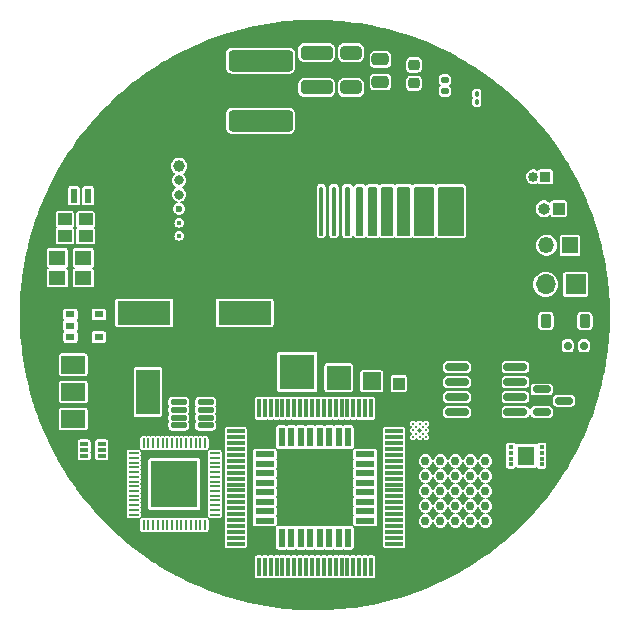
<source format=gbr>
%TF.GenerationSoftware,KiCad,Pcbnew,(7.0.0)*%
%TF.CreationDate,2024-12-03T23:26:00+05:30*%
%TF.ProjectId,IEEE CAS Logo,49454545-2043-4415-9320-4c6f676f2e6b,rev?*%
%TF.SameCoordinates,Original*%
%TF.FileFunction,Copper,L1,Top*%
%TF.FilePolarity,Positive*%
%FSLAX46Y46*%
G04 Gerber Fmt 4.6, Leading zero omitted, Abs format (unit mm)*
G04 Created by KiCad (PCBNEW (7.0.0)) date 2024-12-03 23:26:00*
%MOMM*%
%LPD*%
G01*
G04 APERTURE LIST*
G04 Aperture macros list*
%AMRoundRect*
0 Rectangle with rounded corners*
0 $1 Rounding radius*
0 $2 $3 $4 $5 $6 $7 $8 $9 X,Y pos of 4 corners*
0 Add a 4 corners polygon primitive as box body*
4,1,4,$2,$3,$4,$5,$6,$7,$8,$9,$2,$3,0*
0 Add four circle primitives for the rounded corners*
1,1,$1+$1,$2,$3*
1,1,$1+$1,$4,$5*
1,1,$1+$1,$6,$7*
1,1,$1+$1,$8,$9*
0 Add four rect primitives between the rounded corners*
20,1,$1+$1,$2,$3,$4,$5,0*
20,1,$1+$1,$4,$5,$6,$7,0*
20,1,$1+$1,$6,$7,$8,$9,0*
20,1,$1+$1,$8,$9,$2,$3,0*%
G04 Aperture macros list end*
%TA.AperFunction,NonConductor*%
%ADD10C,0.200000*%
%TD*%
%TA.AperFunction,SMDPad,CuDef*%
%ADD11R,2.000000X2.000000*%
%TD*%
%TA.AperFunction,SMDPad,CuDef*%
%ADD12RoundRect,0.140000X-0.170000X0.140000X-0.170000X-0.140000X0.170000X-0.140000X0.170000X0.140000X0*%
%TD*%
%TA.AperFunction,SMDPad,CuDef*%
%ADD13C,0.200000*%
%TD*%
%TA.AperFunction,SMDPad,CuDef*%
%ADD14RoundRect,0.150000X-0.825000X-0.150000X0.825000X-0.150000X0.825000X0.150000X-0.825000X0.150000X0*%
%TD*%
%TA.AperFunction,ComponentPad*%
%ADD15R,1.350000X1.350000*%
%TD*%
%TA.AperFunction,ComponentPad*%
%ADD16O,1.350000X1.350000*%
%TD*%
%TA.AperFunction,SMDPad,CuDef*%
%ADD17R,1.500000X1.500000*%
%TD*%
%TA.AperFunction,ComponentPad*%
%ADD18R,1.000000X1.000000*%
%TD*%
%TA.AperFunction,ComponentPad*%
%ADD19O,1.000000X1.000000*%
%TD*%
%TA.AperFunction,SMDPad,CuDef*%
%ADD20R,1.600000X0.550000*%
%TD*%
%TA.AperFunction,SMDPad,CuDef*%
%ADD21R,0.550000X1.600000*%
%TD*%
%TA.AperFunction,SMDPad,CuDef*%
%ADD22RoundRect,0.225000X-0.250000X0.225000X-0.250000X-0.225000X0.250000X-0.225000X0.250000X0.225000X0*%
%TD*%
%TA.AperFunction,SMDPad,CuDef*%
%ADD23R,1.150000X1.000000*%
%TD*%
%TA.AperFunction,SMDPad,CuDef*%
%ADD24RoundRect,0.125000X-0.537500X-0.125000X0.537500X-0.125000X0.537500X0.125000X-0.537500X0.125000X0*%
%TD*%
%TA.AperFunction,SMDPad,CuDef*%
%ADD25RoundRect,0.225000X-0.225000X-0.375000X0.225000X-0.375000X0.225000X0.375000X-0.225000X0.375000X0*%
%TD*%
%TA.AperFunction,SMDPad,CuDef*%
%ADD26R,0.600000X1.200000*%
%TD*%
%TA.AperFunction,SMDPad,CuDef*%
%ADD27RoundRect,0.150000X0.150000X0.200000X-0.150000X0.200000X-0.150000X-0.200000X0.150000X-0.200000X0*%
%TD*%
%TA.AperFunction,SMDPad,CuDef*%
%ADD28R,1.000000X1.000000*%
%TD*%
%TA.AperFunction,SMDPad,CuDef*%
%ADD29R,1.500000X0.300000*%
%TD*%
%TA.AperFunction,SMDPad,CuDef*%
%ADD30R,0.300000X1.500000*%
%TD*%
%TA.AperFunction,SMDPad,CuDef*%
%ADD31RoundRect,0.050000X-0.350000X-0.050000X0.350000X-0.050000X0.350000X0.050000X-0.350000X0.050000X0*%
%TD*%
%TA.AperFunction,SMDPad,CuDef*%
%ADD32RoundRect,0.050000X-0.050000X-0.350000X0.050000X-0.350000X0.050000X0.350000X-0.050000X0.350000X0*%
%TD*%
%TA.AperFunction,SMDPad,CuDef*%
%ADD33R,4.000000X4.000000*%
%TD*%
%TA.AperFunction,SMDPad,CuDef*%
%ADD34R,4.500000X2.000000*%
%TD*%
%TA.AperFunction,ComponentPad*%
%ADD35R,0.850000X0.850000*%
%TD*%
%TA.AperFunction,ComponentPad*%
%ADD36O,0.850000X0.850000*%
%TD*%
%TA.AperFunction,SMDPad,CuDef*%
%ADD37R,2.000000X1.500000*%
%TD*%
%TA.AperFunction,SMDPad,CuDef*%
%ADD38R,2.000000X3.800000*%
%TD*%
%TA.AperFunction,SMDPad,CuDef*%
%ADD39RoundRect,0.250000X-0.650000X0.325000X-0.650000X-0.325000X0.650000X-0.325000X0.650000X0.325000X0*%
%TD*%
%TA.AperFunction,SMDPad,CuDef*%
%ADD40C,0.750000*%
%TD*%
%TA.AperFunction,SMDPad,CuDef*%
%ADD41R,0.400000X0.300000*%
%TD*%
%TA.AperFunction,SMDPad,CuDef*%
%ADD42R,1.400000X1.600000*%
%TD*%
%TA.AperFunction,SMDPad,CuDef*%
%ADD43R,0.800000X0.600000*%
%TD*%
%TA.AperFunction,SMDPad,CuDef*%
%ADD44RoundRect,0.250000X-1.100000X0.325000X-1.100000X-0.325000X1.100000X-0.325000X1.100000X0.325000X0*%
%TD*%
%TA.AperFunction,SMDPad,CuDef*%
%ADD45RoundRect,0.150000X-0.587500X-0.150000X0.587500X-0.150000X0.587500X0.150000X-0.587500X0.150000X0*%
%TD*%
%TA.AperFunction,SMDPad,CuDef*%
%ADD46RoundRect,0.250000X-2.450000X0.650000X-2.450000X-0.650000X2.450000X-0.650000X2.450000X0.650000X0*%
%TD*%
%TA.AperFunction,SMDPad,CuDef*%
%ADD47R,3.000000X3.000000*%
%TD*%
%TA.AperFunction,ComponentPad*%
%ADD48R,1.700000X1.700000*%
%TD*%
%TA.AperFunction,ComponentPad*%
%ADD49O,1.700000X1.700000*%
%TD*%
%TA.AperFunction,SMDPad,CuDef*%
%ADD50R,1.400000X1.200000*%
%TD*%
%TA.AperFunction,SMDPad,CuDef*%
%ADD51RoundRect,0.100000X-0.100000X0.130000X-0.100000X-0.130000X0.100000X-0.130000X0.100000X0.130000X0*%
%TD*%
%TA.AperFunction,SMDPad,CuDef*%
%ADD52R,0.700000X0.340000*%
%TD*%
%TA.AperFunction,SMDPad,CuDef*%
%ADD53RoundRect,0.250000X-0.475000X0.250000X-0.475000X-0.250000X0.475000X-0.250000X0.475000X0.250000X0*%
%TD*%
%TA.AperFunction,ViaPad*%
%ADD54C,0.400000*%
%TD*%
%TA.AperFunction,ViaPad*%
%ADD55C,0.800000*%
%TD*%
%TA.AperFunction,ViaPad*%
%ADD56C,1.000000*%
%TD*%
%TA.AperFunction,ViaPad*%
%ADD57C,0.600000*%
%TD*%
G04 APERTURE END LIST*
D10*
X148000000Y-90200000D02*
X149000000Y-90200000D01*
X149000000Y-90200000D02*
X149000000Y-94200000D01*
X149000000Y-94200000D02*
X148000000Y-94200000D01*
X148000000Y-94200000D02*
X148000000Y-90200000D01*
G36*
X148000000Y-90200000D02*
G01*
X149000000Y-90200000D01*
X149000000Y-94200000D01*
X148000000Y-94200000D01*
X148000000Y-90200000D01*
G37*
X143600000Y-90200000D02*
X143900000Y-90200000D01*
X143900000Y-90200000D02*
X143900000Y-94200000D01*
X143900000Y-94200000D02*
X143600000Y-94200000D01*
X143600000Y-94200000D02*
X143600000Y-90200000D01*
G36*
X143600000Y-90200000D02*
G01*
X143900000Y-90200000D01*
X143900000Y-94200000D01*
X143600000Y-94200000D01*
X143600000Y-90200000D01*
G37*
X146700000Y-90200000D02*
X147500000Y-90200000D01*
X147500000Y-90200000D02*
X147500000Y-94200000D01*
X147500000Y-94200000D02*
X146700000Y-94200000D01*
X146700000Y-94200000D02*
X146700000Y-90200000D01*
G36*
X146700000Y-90200000D02*
G01*
X147500000Y-90200000D01*
X147500000Y-94200000D01*
X146700000Y-94200000D01*
X146700000Y-90200000D01*
G37*
X145600000Y-90200000D02*
X146200000Y-90200000D01*
X146200000Y-90200000D02*
X146200000Y-94200000D01*
X146200000Y-94200000D02*
X145600000Y-94200000D01*
X145600000Y-94200000D02*
X145600000Y-90200000D01*
G36*
X145600000Y-90200000D02*
G01*
X146200000Y-90200000D01*
X146200000Y-94200000D01*
X145600000Y-94200000D01*
X145600000Y-90200000D01*
G37*
X144600000Y-90200000D02*
X145000000Y-90200000D01*
X145000000Y-90200000D02*
X145000000Y-94200000D01*
X145000000Y-94200000D02*
X144600000Y-94200000D01*
X144600000Y-94200000D02*
X144600000Y-90200000D01*
G36*
X144600000Y-90200000D02*
G01*
X145000000Y-90200000D01*
X145000000Y-94200000D01*
X144600000Y-94200000D01*
X144600000Y-90200000D01*
G37*
X142500000Y-90200000D02*
X142700000Y-90200000D01*
X142700000Y-90200000D02*
X142700000Y-94200000D01*
X142700000Y-94200000D02*
X142500000Y-94200000D01*
X142500000Y-94200000D02*
X142500000Y-90200000D01*
G36*
X142500000Y-90200000D02*
G01*
X142700000Y-90200000D01*
X142700000Y-94200000D01*
X142500000Y-94200000D01*
X142500000Y-90200000D01*
G37*
X149500000Y-90200000D02*
X151000000Y-90200000D01*
X151000000Y-90200000D02*
X151000000Y-94200000D01*
X151000000Y-94200000D02*
X149500000Y-94200000D01*
X149500000Y-94200000D02*
X149500000Y-90200000D01*
G36*
X149500000Y-90200000D02*
G01*
X151000000Y-90200000D01*
X151000000Y-94200000D01*
X149500000Y-94200000D01*
X149500000Y-90200000D01*
G37*
X151500000Y-90200000D02*
X153500000Y-90200000D01*
X153500000Y-90200000D02*
X153500000Y-94200000D01*
X153500000Y-94200000D02*
X151500000Y-94200000D01*
X151500000Y-94200000D02*
X151500000Y-90200000D01*
G36*
X151500000Y-90200000D02*
G01*
X153500000Y-90200000D01*
X153500000Y-94200000D01*
X151500000Y-94200000D01*
X151500000Y-90200000D01*
G37*
X141450000Y-90200000D02*
X141600000Y-90200000D01*
X141600000Y-90200000D02*
X141600000Y-94200000D01*
X141600000Y-94200000D02*
X141450000Y-94200000D01*
X141450000Y-94200000D02*
X141450000Y-90200000D01*
G36*
X141450000Y-90200000D02*
G01*
X141600000Y-90200000D01*
X141600000Y-94200000D01*
X141450000Y-94200000D01*
X141450000Y-90200000D01*
G37*
D11*
%TO.P,REF\u002A\u002A,1*%
%TO.N,N/C*%
X142999999Y-106299999D03*
%TD*%
D12*
%TO.P,REF\u002A\u002A,1*%
%TO.N,N/C*%
X152000000Y-81090000D03*
%TO.P,REF\u002A\u002A,2*%
X152000000Y-82050000D03*
%TD*%
D13*
%TO.P,REF\u002A\u002A,A1*%
%TO.N,N/C*%
X149299000Y-111318250D03*
%TO.P,REF\u002A\u002A,A3*%
X149299000Y-110752250D03*
%TO.P,REF\u002A\u002A,A5*%
X149299000Y-110186250D03*
%TO.P,REF\u002A\u002A,B2*%
X149582000Y-111035250D03*
%TO.P,REF\u002A\u002A,B4*%
X149582000Y-110469250D03*
%TO.P,REF\u002A\u002A,C1*%
X149865000Y-111318250D03*
%TO.P,REF\u002A\u002A,C5*%
X149865000Y-110186250D03*
%TO.P,REF\u002A\u002A,D2*%
X150148000Y-111035250D03*
%TO.P,REF\u002A\u002A,D4*%
X150148000Y-110469250D03*
%TO.P,REF\u002A\u002A,E1*%
X150431000Y-111318250D03*
%TO.P,REF\u002A\u002A,E3*%
X150431000Y-110752250D03*
%TO.P,REF\u002A\u002A,E5*%
X150431000Y-110186250D03*
%TD*%
D14*
%TO.P,REF\u002A\u002A,1*%
%TO.N,N/C*%
X153025000Y-105395000D03*
%TO.P,REF\u002A\u002A,2*%
X153025000Y-106665000D03*
%TO.P,REF\u002A\u002A,3*%
X153025000Y-107935000D03*
%TO.P,REF\u002A\u002A,4*%
X153025000Y-109205000D03*
%TO.P,REF\u002A\u002A,5*%
X157975000Y-109205000D03*
%TO.P,REF\u002A\u002A,6*%
X157975000Y-107935000D03*
%TO.P,REF\u002A\u002A,7*%
X157975000Y-106665000D03*
%TO.P,REF\u002A\u002A,8*%
X157975000Y-105395000D03*
%TD*%
D15*
%TO.P,REF\u002A\u002A,1*%
%TO.N,N/C*%
X162599999Y-95099999D03*
D16*
%TO.P,REF\u002A\u002A,2*%
X160599999Y-95099999D03*
%TD*%
D17*
%TO.P,REF\u002A\u002A,1*%
%TO.N,N/C*%
X145799999Y-106599999D03*
%TD*%
D18*
%TO.P,REF\u002A\u002A,1*%
%TO.N,N/C*%
X161649999Y-91999999D03*
D19*
%TO.P,REF\u002A\u002A,2*%
X160379999Y-91999999D03*
%TD*%
D20*
%TO.P,REF\u002A\u002A,1*%
%TO.N,N/C*%
X136749999Y-112799999D03*
%TO.P,REF\u002A\u002A,2*%
X136749999Y-113599999D03*
%TO.P,REF\u002A\u002A,3*%
X136749999Y-114399999D03*
%TO.P,REF\u002A\u002A,4*%
X136749999Y-115199999D03*
%TO.P,REF\u002A\u002A,5*%
X136749999Y-115999999D03*
%TO.P,REF\u002A\u002A,6*%
X136749999Y-116799999D03*
%TO.P,REF\u002A\u002A,7*%
X136749999Y-117599999D03*
%TO.P,REF\u002A\u002A,8*%
X136749999Y-118399999D03*
D21*
%TO.P,REF\u002A\u002A,9*%
X138199999Y-119849999D03*
%TO.P,REF\u002A\u002A,10*%
X138999999Y-119849999D03*
%TO.P,REF\u002A\u002A,11*%
X139799999Y-119849999D03*
%TO.P,REF\u002A\u002A,12*%
X140599999Y-119849999D03*
%TO.P,REF\u002A\u002A,13*%
X141399999Y-119849999D03*
%TO.P,REF\u002A\u002A,14*%
X142199999Y-119849999D03*
%TO.P,REF\u002A\u002A,15*%
X142999999Y-119849999D03*
%TO.P,REF\u002A\u002A,16*%
X143799999Y-119849999D03*
D20*
%TO.P,REF\u002A\u002A,17*%
X145249999Y-118399999D03*
%TO.P,REF\u002A\u002A,18*%
X145249999Y-117599999D03*
%TO.P,REF\u002A\u002A,19*%
X145249999Y-116799999D03*
%TO.P,REF\u002A\u002A,20*%
X145249999Y-115999999D03*
%TO.P,REF\u002A\u002A,21*%
X145249999Y-115199999D03*
%TO.P,REF\u002A\u002A,22*%
X145249999Y-114399999D03*
%TO.P,REF\u002A\u002A,23*%
X145249999Y-113599999D03*
%TO.P,REF\u002A\u002A,24*%
X145249999Y-112799999D03*
D21*
%TO.P,REF\u002A\u002A,25*%
X143799999Y-111349999D03*
%TO.P,REF\u002A\u002A,26*%
X142999999Y-111349999D03*
%TO.P,REF\u002A\u002A,27*%
X142199999Y-111349999D03*
%TO.P,REF\u002A\u002A,28*%
X141399999Y-111349999D03*
%TO.P,REF\u002A\u002A,29*%
X140599999Y-111349999D03*
%TO.P,REF\u002A\u002A,30*%
X139799999Y-111349999D03*
%TO.P,REF\u002A\u002A,31*%
X138999999Y-111349999D03*
%TO.P,REF\u002A\u002A,32*%
X138199999Y-111349999D03*
%TD*%
D22*
%TO.P,REF\u002A\u002A,1*%
%TO.N,N/C*%
X149365000Y-79825000D03*
%TO.P,REF\u002A\u002A,2*%
X149365000Y-81375000D03*
%TD*%
D23*
%TO.P,REF\u002A\u002A,1*%
%TO.N,N/C*%
X119824999Y-94299999D03*
%TO.P,REF\u002A\u002A,2*%
X121574999Y-94299999D03*
%TO.P,REF\u002A\u002A,3*%
X121574999Y-92899999D03*
%TO.P,REF\u002A\u002A,4*%
X119824999Y-92899999D03*
%TD*%
D24*
%TO.P,REF\u002A\u002A,1*%
%TO.N,N/C*%
X129462500Y-108375000D03*
%TO.P,REF\u002A\u002A,2*%
X129462500Y-109025000D03*
%TO.P,REF\u002A\u002A,3*%
X129462500Y-109675000D03*
%TO.P,REF\u002A\u002A,4*%
X129462500Y-110325000D03*
%TO.P,REF\u002A\u002A,5*%
X131737500Y-110325000D03*
%TO.P,REF\u002A\u002A,6*%
X131737500Y-109675000D03*
%TO.P,REF\u002A\u002A,7*%
X131737500Y-109025000D03*
%TO.P,REF\u002A\u002A,8*%
X131737500Y-108375000D03*
%TD*%
D25*
%TO.P,REF\u002A\u002A,1*%
%TO.N,N/C*%
X160550000Y-101500000D03*
%TO.P,REF\u002A\u002A,2*%
X163850000Y-101500000D03*
%TD*%
D26*
%TO.P,REF\u002A\u002A,1*%
%TO.N,N/C*%
X120599999Y-90899999D03*
%TO.P,REF\u002A\u002A,2*%
X121799999Y-90899999D03*
%TD*%
D27*
%TO.P,REF\u002A\u002A,1*%
%TO.N,N/C*%
X162400000Y-103600000D03*
%TO.P,REF\u002A\u002A,2*%
X163800000Y-103600000D03*
%TD*%
D28*
%TO.P,REF\u002A\u002A,1*%
%TO.N,N/C*%
X148099999Y-106799999D03*
%TD*%
D29*
%TO.P,REF\u002A\u002A,1*%
%TO.N,N/C*%
X134299999Y-110849999D03*
%TO.P,REF\u002A\u002A,2*%
X134299999Y-111349999D03*
%TO.P,REF\u002A\u002A,3*%
X134299999Y-111849999D03*
%TO.P,REF\u002A\u002A,4*%
X134299999Y-112349999D03*
%TO.P,REF\u002A\u002A,5*%
X134299999Y-112849999D03*
%TO.P,REF\u002A\u002A,6*%
X134299999Y-113349999D03*
%TO.P,REF\u002A\u002A,7*%
X134299999Y-113849999D03*
%TO.P,REF\u002A\u002A,8*%
X134299999Y-114349999D03*
%TO.P,REF\u002A\u002A,9*%
X134299999Y-114849999D03*
%TO.P,REF\u002A\u002A,10*%
X134299999Y-115349999D03*
%TO.P,REF\u002A\u002A,11*%
X134299999Y-115849999D03*
%TO.P,REF\u002A\u002A,12*%
X134299999Y-116349999D03*
%TO.P,REF\u002A\u002A,13*%
X134299999Y-116849999D03*
%TO.P,REF\u002A\u002A,14*%
X134299999Y-117349999D03*
%TO.P,REF\u002A\u002A,15*%
X134299999Y-117849999D03*
%TO.P,REF\u002A\u002A,16*%
X134299999Y-118349999D03*
%TO.P,REF\u002A\u002A,17*%
X134299999Y-118849999D03*
%TO.P,REF\u002A\u002A,18*%
X134299999Y-119349999D03*
%TO.P,REF\u002A\u002A,19*%
X134299999Y-119849999D03*
%TO.P,REF\u002A\u002A,20*%
X134299999Y-120349999D03*
D30*
%TO.P,REF\u002A\u002A,21*%
X136249999Y-122299999D03*
%TO.P,REF\u002A\u002A,22*%
X136749999Y-122299999D03*
%TO.P,REF\u002A\u002A,23*%
X137249999Y-122299999D03*
%TO.P,REF\u002A\u002A,24*%
X137749999Y-122299999D03*
%TO.P,REF\u002A\u002A,25*%
X138249999Y-122299999D03*
%TO.P,REF\u002A\u002A,26*%
X138749999Y-122299999D03*
%TO.P,REF\u002A\u002A,27*%
X139249999Y-122299999D03*
%TO.P,REF\u002A\u002A,28*%
X139749999Y-122299999D03*
%TO.P,REF\u002A\u002A,29*%
X140249999Y-122299999D03*
%TO.P,REF\u002A\u002A,30*%
X140749999Y-122299999D03*
%TO.P,REF\u002A\u002A,31*%
X141249999Y-122299999D03*
%TO.P,REF\u002A\u002A,32*%
X141749999Y-122299999D03*
%TO.P,REF\u002A\u002A,33*%
X142249999Y-122299999D03*
%TO.P,REF\u002A\u002A,34*%
X142749999Y-122299999D03*
%TO.P,REF\u002A\u002A,35*%
X143249999Y-122299999D03*
%TO.P,REF\u002A\u002A,36*%
X143749999Y-122299999D03*
%TO.P,REF\u002A\u002A,37*%
X144249999Y-122299999D03*
%TO.P,REF\u002A\u002A,38*%
X144749999Y-122299999D03*
%TO.P,REF\u002A\u002A,39*%
X145249999Y-122299999D03*
%TO.P,REF\u002A\u002A,40*%
X145749999Y-122299999D03*
D29*
%TO.P,REF\u002A\u002A,41*%
X147699999Y-120349999D03*
%TO.P,REF\u002A\u002A,42*%
X147699999Y-119849999D03*
%TO.P,REF\u002A\u002A,43*%
X147699999Y-119349999D03*
%TO.P,REF\u002A\u002A,44*%
X147699999Y-118849999D03*
%TO.P,REF\u002A\u002A,45*%
X147699999Y-118349999D03*
%TO.P,REF\u002A\u002A,46*%
X147699999Y-117849999D03*
%TO.P,REF\u002A\u002A,47*%
X147699999Y-117349999D03*
%TO.P,REF\u002A\u002A,48*%
X147699999Y-116849999D03*
%TO.P,REF\u002A\u002A,49*%
X147699999Y-116349999D03*
%TO.P,REF\u002A\u002A,50*%
X147699999Y-115849999D03*
%TO.P,REF\u002A\u002A,51*%
X147699999Y-115349999D03*
%TO.P,REF\u002A\u002A,52*%
X147699999Y-114849999D03*
%TO.P,REF\u002A\u002A,53*%
X147699999Y-114349999D03*
%TO.P,REF\u002A\u002A,54*%
X147699999Y-113849999D03*
%TO.P,REF\u002A\u002A,55*%
X147699999Y-113349999D03*
%TO.P,REF\u002A\u002A,56*%
X147699999Y-112849999D03*
%TO.P,REF\u002A\u002A,57*%
X147699999Y-112349999D03*
%TO.P,REF\u002A\u002A,58*%
X147699999Y-111849999D03*
%TO.P,REF\u002A\u002A,59*%
X147699999Y-111349999D03*
%TO.P,REF\u002A\u002A,60*%
X147699999Y-110849999D03*
D30*
%TO.P,REF\u002A\u002A,61*%
X145749999Y-108899999D03*
%TO.P,REF\u002A\u002A,62*%
X145249999Y-108899999D03*
%TO.P,REF\u002A\u002A,63*%
X144749999Y-108899999D03*
%TO.P,REF\u002A\u002A,64*%
X144249999Y-108899999D03*
%TO.P,REF\u002A\u002A,65*%
X143749999Y-108899999D03*
%TO.P,REF\u002A\u002A,66*%
X143249999Y-108899999D03*
%TO.P,REF\u002A\u002A,67*%
X142749999Y-108899999D03*
%TO.P,REF\u002A\u002A,68*%
X142249999Y-108899999D03*
%TO.P,REF\u002A\u002A,69*%
X141749999Y-108899999D03*
%TO.P,REF\u002A\u002A,70*%
X141249999Y-108899999D03*
%TO.P,REF\u002A\u002A,71*%
X140749999Y-108899999D03*
%TO.P,REF\u002A\u002A,72*%
X140249999Y-108899999D03*
%TO.P,REF\u002A\u002A,73*%
X139749999Y-108899999D03*
%TO.P,REF\u002A\u002A,74*%
X139249999Y-108899999D03*
%TO.P,REF\u002A\u002A,75*%
X138749999Y-108899999D03*
%TO.P,REF\u002A\u002A,76*%
X138249999Y-108899999D03*
%TO.P,REF\u002A\u002A,77*%
X137749999Y-108899999D03*
%TO.P,REF\u002A\u002A,78*%
X137249999Y-108899999D03*
%TO.P,REF\u002A\u002A,79*%
X136749999Y-108899999D03*
%TO.P,REF\u002A\u002A,80*%
X136249999Y-108899999D03*
%TD*%
D31*
%TO.P,REF\u002A\u002A,1*%
%TO.N,N/C*%
X125650000Y-112700000D03*
%TO.P,REF\u002A\u002A,2*%
X125650000Y-113100000D03*
%TO.P,REF\u002A\u002A,3*%
X125650000Y-113500000D03*
%TO.P,REF\u002A\u002A,4*%
X125650000Y-113900000D03*
%TO.P,REF\u002A\u002A,5*%
X125650000Y-114300000D03*
%TO.P,REF\u002A\u002A,6*%
X125650000Y-114700000D03*
%TO.P,REF\u002A\u002A,7*%
X125650000Y-115100000D03*
%TO.P,REF\u002A\u002A,8*%
X125650000Y-115500000D03*
%TO.P,REF\u002A\u002A,9*%
X125650000Y-115900000D03*
%TO.P,REF\u002A\u002A,10*%
X125650000Y-116300000D03*
%TO.P,REF\u002A\u002A,11*%
X125650000Y-116700000D03*
%TO.P,REF\u002A\u002A,12*%
X125650000Y-117100000D03*
%TO.P,REF\u002A\u002A,13*%
X125650000Y-117500000D03*
%TO.P,REF\u002A\u002A,14*%
X125650000Y-117900000D03*
D32*
%TO.P,REF\u002A\u002A,15*%
X126500000Y-118750000D03*
%TO.P,REF\u002A\u002A,16*%
X126900000Y-118750000D03*
%TO.P,REF\u002A\u002A,17*%
X127300000Y-118750000D03*
%TO.P,REF\u002A\u002A,18*%
X127700000Y-118750000D03*
%TO.P,REF\u002A\u002A,19*%
X128100000Y-118750000D03*
%TO.P,REF\u002A\u002A,20*%
X128500000Y-118750000D03*
%TO.P,REF\u002A\u002A,21*%
X128900000Y-118750000D03*
%TO.P,REF\u002A\u002A,22*%
X129300000Y-118750000D03*
%TO.P,REF\u002A\u002A,23*%
X129700000Y-118750000D03*
%TO.P,REF\u002A\u002A,24*%
X130100000Y-118750000D03*
%TO.P,REF\u002A\u002A,25*%
X130500000Y-118750000D03*
%TO.P,REF\u002A\u002A,26*%
X130900000Y-118750000D03*
%TO.P,REF\u002A\u002A,27*%
X131300000Y-118750000D03*
%TO.P,REF\u002A\u002A,28*%
X131700000Y-118750000D03*
D31*
%TO.P,REF\u002A\u002A,29*%
X132550000Y-117900000D03*
%TO.P,REF\u002A\u002A,30*%
X132550000Y-117500000D03*
%TO.P,REF\u002A\u002A,31*%
X132550000Y-117100000D03*
%TO.P,REF\u002A\u002A,32*%
X132550000Y-116700000D03*
%TO.P,REF\u002A\u002A,33*%
X132550000Y-116300000D03*
%TO.P,REF\u002A\u002A,34*%
X132550000Y-115900000D03*
%TO.P,REF\u002A\u002A,35*%
X132550000Y-115500000D03*
%TO.P,REF\u002A\u002A,36*%
X132550000Y-115100000D03*
%TO.P,REF\u002A\u002A,37*%
X132550000Y-114700000D03*
%TO.P,REF\u002A\u002A,38*%
X132550000Y-114300000D03*
%TO.P,REF\u002A\u002A,39*%
X132550000Y-113900000D03*
%TO.P,REF\u002A\u002A,40*%
X132550000Y-113500000D03*
%TO.P,REF\u002A\u002A,41*%
X132550000Y-113100000D03*
%TO.P,REF\u002A\u002A,42*%
X132550000Y-112700000D03*
D32*
%TO.P,REF\u002A\u002A,43*%
X131700000Y-111850000D03*
%TO.P,REF\u002A\u002A,44*%
X131300000Y-111850000D03*
%TO.P,REF\u002A\u002A,45*%
X130900000Y-111850000D03*
%TO.P,REF\u002A\u002A,46*%
X130500000Y-111850000D03*
%TO.P,REF\u002A\u002A,47*%
X130100000Y-111850000D03*
%TO.P,REF\u002A\u002A,48*%
X129700000Y-111850000D03*
%TO.P,REF\u002A\u002A,49*%
X129300000Y-111850000D03*
%TO.P,REF\u002A\u002A,50*%
X128900000Y-111850000D03*
%TO.P,REF\u002A\u002A,51*%
X128500000Y-111850000D03*
%TO.P,REF\u002A\u002A,52*%
X128100000Y-111850000D03*
%TO.P,REF\u002A\u002A,53*%
X127700000Y-111850000D03*
%TO.P,REF\u002A\u002A,54*%
X127300000Y-111850000D03*
%TO.P,REF\u002A\u002A,55*%
X126900000Y-111850000D03*
%TO.P,REF\u002A\u002A,56*%
X126500000Y-111850000D03*
D33*
%TO.P,REF\u002A\u002A,57*%
X129099999Y-115299999D03*
%TD*%
D34*
%TO.P,REF\u002A\u002A,1*%
%TO.N,N/C*%
X126549999Y-100799999D03*
%TO.P,REF\u002A\u002A,2*%
X135049999Y-100799999D03*
%TD*%
D35*
%TO.P,REF\u002A\u002A,1*%
%TO.N,N/C*%
X160499999Y-89299999D03*
D36*
%TO.P,REF\u002A\u002A,2*%
X159499999Y-89299999D03*
%TD*%
D37*
%TO.P,REF\u002A\u002A,1*%
%TO.N,N/C*%
X120549999Y-105199999D03*
%TO.P,REF\u002A\u002A,2*%
X120549999Y-107499999D03*
%TO.P,REF\u002A\u002A,3*%
X120549999Y-109799999D03*
D38*
%TO.P,REF\u002A\u002A,4*%
X126849999Y-107499999D03*
%TD*%
D39*
%TO.P,REF\u002A\u002A,1*%
%TO.N,N/C*%
X144050000Y-78775000D03*
%TO.P,REF\u002A\u002A,2*%
X144050000Y-81725000D03*
%TD*%
D40*
%TO.P,REF\u002A\u002A,A1*%
%TO.N,N/C*%
X150360000Y-113360000D03*
%TO.P,REF\u002A\u002A,A2*%
X151630000Y-113360000D03*
%TO.P,REF\u002A\u002A,A3*%
X152900000Y-113360000D03*
%TO.P,REF\u002A\u002A,A4*%
X154170000Y-113360000D03*
%TO.P,REF\u002A\u002A,A5*%
X155440000Y-113360000D03*
%TO.P,REF\u002A\u002A,B1*%
X150360000Y-114630000D03*
%TO.P,REF\u002A\u002A,B2*%
X151630000Y-114630000D03*
%TO.P,REF\u002A\u002A,B3*%
X152900000Y-114630000D03*
%TO.P,REF\u002A\u002A,B4*%
X154170000Y-114630000D03*
%TO.P,REF\u002A\u002A,B5*%
X155440000Y-114630000D03*
%TO.P,REF\u002A\u002A,C1*%
X150360000Y-115900000D03*
%TO.P,REF\u002A\u002A,C2*%
X151630000Y-115900000D03*
%TO.P,REF\u002A\u002A,C3*%
X152900000Y-115900000D03*
%TO.P,REF\u002A\u002A,C4*%
X154170000Y-115900000D03*
%TO.P,REF\u002A\u002A,C5*%
X155440000Y-115900000D03*
%TO.P,REF\u002A\u002A,D1*%
X150360000Y-117170000D03*
%TO.P,REF\u002A\u002A,D2*%
X151630000Y-117170000D03*
%TO.P,REF\u002A\u002A,D3*%
X152900000Y-117170000D03*
%TO.P,REF\u002A\u002A,D4*%
X154170000Y-117170000D03*
%TO.P,REF\u002A\u002A,D5*%
X155440000Y-117170000D03*
%TO.P,REF\u002A\u002A,E1*%
X150360000Y-118440000D03*
%TO.P,REF\u002A\u002A,E2*%
X151630000Y-118440000D03*
%TO.P,REF\u002A\u002A,E3*%
X152900000Y-118440000D03*
%TO.P,REF\u002A\u002A,E4*%
X154170000Y-118440000D03*
%TO.P,REF\u002A\u002A,E5*%
X155440000Y-118440000D03*
%TD*%
D41*
%TO.P,REF\u002A\u002A,1*%
%TO.N,N/C*%
X157599999Y-112149999D03*
%TO.P,REF\u002A\u002A,2*%
X157599999Y-112649999D03*
%TO.P,REF\u002A\u002A,3*%
X157599999Y-113149999D03*
%TO.P,REF\u002A\u002A,4*%
X157599999Y-113649999D03*
%TO.P,REF\u002A\u002A,5*%
X160198039Y-113650424D03*
%TO.P,REF\u002A\u002A,6*%
X160198039Y-113150424D03*
%TO.P,REF\u002A\u002A,7*%
X160198039Y-112650424D03*
%TO.P,REF\u002A\u002A,8*%
X160198039Y-112150424D03*
D42*
%TO.P,REF\u002A\u002A,9*%
X158902999Y-112911999D03*
%TD*%
D43*
%TO.P,IC\u002A\u002A,1*%
%TO.N,N/C*%
X120299999Y-100949999D03*
%TO.P,IC\u002A\u002A,2*%
X120299999Y-101899999D03*
%TO.P,IC\u002A\u002A,3*%
X120299999Y-102849999D03*
%TO.P,IC\u002A\u002A,4*%
X122699999Y-102849999D03*
%TO.P,IC\u002A\u002A,5*%
X122699999Y-100949999D03*
%TD*%
D44*
%TO.P,REF\u002A\u002A,1*%
%TO.N,N/C*%
X141150000Y-78775000D03*
%TO.P,REF\u002A\u002A,2*%
X141150000Y-81725000D03*
%TD*%
D45*
%TO.P,REF\u002A\u002A,1*%
%TO.N,N/C*%
X160200000Y-107300000D03*
%TO.P,REF\u002A\u002A,2*%
X160200000Y-109200000D03*
%TO.P,REF\u002A\u002A,3*%
X162075000Y-108250000D03*
%TD*%
D46*
%TO.P,REF\u002A\u002A,1*%
%TO.N,N/C*%
X136400000Y-79450000D03*
%TO.P,REF\u002A\u002A,2*%
X136400000Y-84550000D03*
%TD*%
D47*
%TO.P,REF\u002A\u002A,1*%
%TO.N,N/C*%
X139499999Y-105799999D03*
%TD*%
D48*
%TO.P,REF\u002A\u002A,1*%
%TO.N,N/C*%
X163074999Y-98399999D03*
D49*
%TO.P,REF\u002A\u002A,2*%
X160534999Y-98399999D03*
%TD*%
D50*
%TO.P,REF\u002A\u002A,1*%
%TO.N,N/C*%
X119199999Y-97849999D03*
%TO.P,REF\u002A\u002A,2*%
X121399999Y-97849999D03*
%TO.P,REF\u002A\u002A,3*%
X121399999Y-96149999D03*
%TO.P,REF\u002A\u002A,4*%
X119199999Y-96149999D03*
%TD*%
D51*
%TO.P,REF\u002A\u002A,1*%
%TO.N,N/C*%
X154700000Y-82280000D03*
%TO.P,REF\u002A\u002A,2*%
X154700000Y-82920000D03*
%TD*%
D52*
%TO.P,REF\u002A\u002A,1*%
%TO.N,N/C*%
X121449999Y-111899999D03*
%TO.P,REF\u002A\u002A,2*%
X121449999Y-112399999D03*
%TO.P,REF\u002A\u002A,3*%
X121449999Y-112899999D03*
%TO.P,REF\u002A\u002A,4*%
X122949999Y-112899999D03*
%TO.P,REF\u002A\u002A,5*%
X122949999Y-112399999D03*
%TO.P,REF\u002A\u002A,6*%
X122949999Y-111899999D03*
%TD*%
D53*
%TO.P,REF\u002A\u002A,1*%
%TO.N,N/C*%
X146550000Y-79350000D03*
%TO.P,REF\u002A\u002A,2*%
X146550000Y-81250000D03*
%TD*%
D54*
%TO.N,*%
X129500000Y-94300000D03*
D55*
X129500000Y-90800000D03*
D54*
X129500000Y-93200000D03*
D56*
X129500000Y-88400000D03*
D57*
X129500000Y-92000000D03*
D55*
X129500000Y-89600000D03*
%TD*%
%TA.AperFunction,NonConductor*%
G36*
X141390808Y-76005474D02*
G01*
X141827013Y-76018571D01*
X141827183Y-76018577D01*
X142385000Y-76040771D01*
X142387185Y-76040890D01*
X142821573Y-76071363D01*
X142821705Y-76071373D01*
X143379334Y-76115817D01*
X143381407Y-76116014D01*
X143813073Y-76163714D01*
X144369732Y-76230441D01*
X144371933Y-76230739D01*
X144799831Y-76295444D01*
X144800407Y-76295533D01*
X145354794Y-76384469D01*
X145356969Y-76384853D01*
X145780944Y-76466434D01*
X145781192Y-76466482D01*
X146332956Y-76577662D01*
X146335183Y-76578147D01*
X146754044Y-76676272D01*
X146754395Y-76676356D01*
X147302692Y-76809721D01*
X147304841Y-76810281D01*
X147718294Y-76924768D01*
X148262326Y-77080246D01*
X148264440Y-77080886D01*
X148671311Y-77211289D01*
X148671794Y-77211446D01*
X149210413Y-77388825D01*
X149212631Y-77389595D01*
X149612387Y-77535598D01*
X149612566Y-77535664D01*
X150145500Y-77734987D01*
X150147704Y-77735852D01*
X150539512Y-77896997D01*
X151066037Y-78118163D01*
X151068142Y-78119087D01*
X151336768Y-78242356D01*
X151451413Y-78294965D01*
X151451898Y-78295190D01*
X151970497Y-78537714D01*
X151972678Y-78538778D01*
X152346634Y-78728847D01*
X152347093Y-78729082D01*
X152401471Y-78757199D01*
X152857618Y-78993055D01*
X152859677Y-78994163D01*
X153223906Y-79198022D01*
X153224153Y-79198161D01*
X153706906Y-79472629D01*
X153725777Y-79483358D01*
X153727868Y-79484593D01*
X153909477Y-79596008D01*
X154081400Y-79701481D01*
X154081806Y-79701732D01*
X154573736Y-80007916D01*
X154575822Y-80009264D01*
X154918260Y-80238693D01*
X154918641Y-80238950D01*
X155400084Y-80565859D01*
X155402130Y-80567299D01*
X155544748Y-80671353D01*
X155732912Y-80808638D01*
X156007752Y-81011680D01*
X156203557Y-81156334D01*
X156205559Y-81157866D01*
X156349912Y-81272310D01*
X156402337Y-81313873D01*
X156523839Y-81410200D01*
X156524039Y-81410360D01*
X156926424Y-81733126D01*
X156982859Y-81778394D01*
X156984813Y-81780017D01*
X157252919Y-82010630D01*
X157289884Y-82042425D01*
X157290148Y-82042652D01*
X157395988Y-82134699D01*
X157736721Y-82431026D01*
X157738622Y-82432738D01*
X158030380Y-82704746D01*
X158030587Y-82704941D01*
X158075532Y-82747281D01*
X158463924Y-83113170D01*
X158465769Y-83114969D01*
X158743455Y-83395447D01*
X158743712Y-83395708D01*
X158841416Y-83495374D01*
X159150876Y-83811050D01*
X159163413Y-83823838D01*
X159165197Y-83825723D01*
X159428270Y-84113620D01*
X159428503Y-84113877D01*
X159833973Y-84561802D01*
X159835693Y-84563771D01*
X160083564Y-84857843D01*
X160083775Y-84858094D01*
X160474566Y-85325916D01*
X160476218Y-85327967D01*
X160708582Y-85627157D01*
X160708771Y-85627401D01*
X161084189Y-86114980D01*
X161085770Y-86117111D01*
X161302043Y-86419853D01*
X161301986Y-86419893D01*
X161302212Y-86420089D01*
X161661872Y-86927746D01*
X161663376Y-86929953D01*
X161863176Y-87234717D01*
X161863119Y-87234754D01*
X161863326Y-87234945D01*
X162206671Y-87762885D01*
X162208096Y-87765166D01*
X162391099Y-88070272D01*
X162391042Y-88070305D01*
X162391230Y-88070489D01*
X162717734Y-88619087D01*
X162719076Y-88621439D01*
X162884975Y-88924931D01*
X162885087Y-88925137D01*
X162968937Y-89079691D01*
X163172539Y-89454977D01*
X163194258Y-89495009D01*
X163195514Y-89497430D01*
X163343678Y-89796308D01*
X163343624Y-89796334D01*
X163343775Y-89796501D01*
X163635470Y-90389237D01*
X163636636Y-90391722D01*
X163766997Y-90683469D01*
X163886109Y-90951956D01*
X164040665Y-91300337D01*
X164041739Y-91302885D01*
X164153909Y-91583565D01*
X164153943Y-91583743D01*
X164153975Y-91583731D01*
X164409210Y-92226885D01*
X164410188Y-92229491D01*
X164503965Y-92494450D01*
X164504018Y-92494600D01*
X164740519Y-93167415D01*
X164741398Y-93170076D01*
X164816465Y-93412615D01*
X164816506Y-93412749D01*
X165034050Y-94120389D01*
X165034827Y-94123101D01*
X165091073Y-94334423D01*
X165091088Y-94334545D01*
X165091105Y-94334541D01*
X165289342Y-95084300D01*
X165290015Y-95087059D01*
X165327320Y-95253794D01*
X165327342Y-95253895D01*
X165505993Y-96057640D01*
X165506559Y-96060441D01*
X165524724Y-96160212D01*
X165524739Y-96160295D01*
X165683628Y-97038685D01*
X165684094Y-97041591D01*
X165821597Y-98023126D01*
X165821948Y-98026047D01*
X165920329Y-99012342D01*
X165920562Y-99015276D01*
X165979647Y-100004637D01*
X165979764Y-100007577D01*
X165999470Y-100998529D01*
X165999470Y-101001471D01*
X165979764Y-101992422D01*
X165979647Y-101995362D01*
X165920562Y-102984723D01*
X165920329Y-102987657D01*
X165821948Y-103973952D01*
X165821597Y-103976873D01*
X165684094Y-104958408D01*
X165683628Y-104961314D01*
X165524739Y-105839704D01*
X165524724Y-105839787D01*
X165506559Y-105939557D01*
X165505993Y-105942358D01*
X165327342Y-106746104D01*
X165327320Y-106746205D01*
X165290015Y-106912939D01*
X165289342Y-106915698D01*
X165091105Y-107665458D01*
X165091073Y-107665575D01*
X165034827Y-107876897D01*
X165034050Y-107879609D01*
X164816506Y-108587250D01*
X164816465Y-108587384D01*
X164741398Y-108829922D01*
X164740519Y-108832583D01*
X164504018Y-109505399D01*
X164503965Y-109505549D01*
X164410188Y-109770507D01*
X164409210Y-109773113D01*
X164153975Y-110416268D01*
X164153909Y-110416433D01*
X164041739Y-110697113D01*
X164040665Y-110699661D01*
X163767115Y-111316266D01*
X163767035Y-111316446D01*
X163636636Y-111608276D01*
X163635470Y-111610761D01*
X163343798Y-112203450D01*
X163343702Y-112203643D01*
X163195514Y-112502568D01*
X163194258Y-112504989D01*
X162885087Y-113074862D01*
X162884975Y-113075068D01*
X162719076Y-113378559D01*
X162717734Y-113380911D01*
X162391250Y-113929476D01*
X162391120Y-113929694D01*
X162208096Y-114234833D01*
X162206671Y-114237113D01*
X161863384Y-114764963D01*
X161863235Y-114765191D01*
X161663376Y-115070045D01*
X161661872Y-115072252D01*
X161302249Y-115579857D01*
X161302080Y-115580094D01*
X161085769Y-115882888D01*
X161084189Y-115885018D01*
X160708771Y-116372597D01*
X160708582Y-116372841D01*
X160476218Y-116672031D01*
X160474566Y-116674082D01*
X160083775Y-117141904D01*
X160083564Y-117142155D01*
X159835693Y-117436227D01*
X159833973Y-117438196D01*
X159428503Y-117886122D01*
X159428270Y-117886379D01*
X159165197Y-118174275D01*
X159163413Y-118176160D01*
X158743712Y-118604290D01*
X158743455Y-118604551D01*
X158465769Y-118885029D01*
X158463924Y-118886828D01*
X158030660Y-119294989D01*
X158030380Y-119295252D01*
X157738622Y-119567260D01*
X157736721Y-119568972D01*
X157290189Y-119957310D01*
X157289884Y-119957573D01*
X156984813Y-120219981D01*
X156982859Y-120221604D01*
X156524168Y-120589535D01*
X156523839Y-120589798D01*
X156205559Y-120842132D01*
X156203557Y-120843664D01*
X155733185Y-121191159D01*
X155732830Y-121191420D01*
X155402130Y-121432699D01*
X155400084Y-121434139D01*
X154918641Y-121761048D01*
X154918260Y-121761305D01*
X154575822Y-121990734D01*
X154573736Y-121992082D01*
X154081806Y-122298266D01*
X154081400Y-122298517D01*
X153727900Y-122515386D01*
X153725777Y-122516640D01*
X153224255Y-122801779D01*
X153223823Y-122802023D01*
X152859723Y-123005810D01*
X152857569Y-123006969D01*
X152347093Y-123270916D01*
X152346634Y-123271151D01*
X151972678Y-123461220D01*
X151970497Y-123462284D01*
X151451898Y-123704808D01*
X151451413Y-123705033D01*
X151068191Y-123880889D01*
X151065986Y-123881857D01*
X150539934Y-124102825D01*
X150539423Y-124103038D01*
X150147713Y-124264142D01*
X150145489Y-124265015D01*
X149612731Y-124464273D01*
X149612195Y-124464471D01*
X149212641Y-124610399D01*
X149210401Y-124611177D01*
X148671831Y-124788540D01*
X148671270Y-124788722D01*
X148264507Y-124919091D01*
X148262255Y-124919773D01*
X147718592Y-125075146D01*
X147718006Y-125075311D01*
X147304903Y-125189701D01*
X147302644Y-125190289D01*
X146754479Y-125323622D01*
X146753869Y-125323767D01*
X146335200Y-125421847D01*
X146332938Y-125422340D01*
X145781390Y-125533476D01*
X145780755Y-125533601D01*
X145357012Y-125615137D01*
X145354751Y-125615536D01*
X144800443Y-125704459D01*
X144799786Y-125704561D01*
X144371956Y-125769255D01*
X144369700Y-125769561D01*
X143813427Y-125836243D01*
X143812747Y-125836321D01*
X143381494Y-125883975D01*
X143379245Y-125884189D01*
X142822035Y-125928600D01*
X142821334Y-125928653D01*
X142387209Y-125959106D01*
X142384973Y-125959228D01*
X141827575Y-125981406D01*
X141826854Y-125981432D01*
X141390809Y-125994525D01*
X141388588Y-125994558D01*
X140831619Y-125994558D01*
X140830878Y-125994554D01*
X140393736Y-125990178D01*
X140391535Y-125990124D01*
X139836064Y-125968024D01*
X139835306Y-125967989D01*
X139397671Y-125946079D01*
X139395492Y-125945938D01*
X138842173Y-125901836D01*
X138841398Y-125901770D01*
X138404143Y-125862290D01*
X138401990Y-125862064D01*
X137851702Y-125796101D01*
X137850911Y-125796002D01*
X137414766Y-125738953D01*
X137412643Y-125738644D01*
X136866161Y-125650976D01*
X136865356Y-125650842D01*
X136431063Y-125576253D01*
X136428972Y-125575863D01*
X135887263Y-125466711D01*
X135886446Y-125466542D01*
X135454648Y-125374459D01*
X135452593Y-125373990D01*
X134916247Y-125243532D01*
X134915419Y-125243325D01*
X134487072Y-125133892D01*
X134485055Y-125133346D01*
X133955082Y-124981886D01*
X133954245Y-124981642D01*
X133529854Y-124854930D01*
X133527878Y-124854310D01*
X133004885Y-124682077D01*
X133004041Y-124681793D01*
X132584545Y-124538026D01*
X132582613Y-124537334D01*
X132067424Y-124344648D01*
X132066574Y-124344324D01*
X131652598Y-124183668D01*
X131650713Y-124182906D01*
X131144194Y-123970143D01*
X131143341Y-123969779D01*
X130811604Y-123825514D01*
X130735529Y-123792431D01*
X130733723Y-123791616D01*
X130548098Y-123704808D01*
X130236579Y-123559125D01*
X130235724Y-123558719D01*
X129834795Y-123364935D01*
X129833010Y-123364042D01*
X129345932Y-123112192D01*
X129345078Y-123111743D01*
X129266392Y-123069748D01*
X135899500Y-123069748D01*
X135900209Y-123073316D01*
X135900210Y-123073318D01*
X135907942Y-123112192D01*
X135911133Y-123128231D01*
X135955448Y-123194552D01*
X136021769Y-123238867D01*
X136080252Y-123250500D01*
X136416108Y-123250500D01*
X136419748Y-123250500D01*
X136478231Y-123238867D01*
X136478504Y-123238684D01*
X136499995Y-123234407D01*
X136521495Y-123238683D01*
X136521769Y-123238867D01*
X136580252Y-123250500D01*
X136916108Y-123250500D01*
X136919748Y-123250500D01*
X136978231Y-123238867D01*
X136978504Y-123238684D01*
X136999995Y-123234407D01*
X137021495Y-123238683D01*
X137021769Y-123238867D01*
X137080252Y-123250500D01*
X137416108Y-123250500D01*
X137419748Y-123250500D01*
X137478231Y-123238867D01*
X137478504Y-123238684D01*
X137499995Y-123234407D01*
X137521495Y-123238683D01*
X137521769Y-123238867D01*
X137580252Y-123250500D01*
X137916108Y-123250500D01*
X137919748Y-123250500D01*
X137978231Y-123238867D01*
X137978504Y-123238684D01*
X137999995Y-123234407D01*
X138021495Y-123238683D01*
X138021769Y-123238867D01*
X138080252Y-123250500D01*
X138416108Y-123250500D01*
X138419748Y-123250500D01*
X138478231Y-123238867D01*
X138478504Y-123238684D01*
X138499995Y-123234407D01*
X138521495Y-123238683D01*
X138521769Y-123238867D01*
X138580252Y-123250500D01*
X138916108Y-123250500D01*
X138919748Y-123250500D01*
X138978231Y-123238867D01*
X138978504Y-123238684D01*
X138999995Y-123234407D01*
X139021495Y-123238683D01*
X139021769Y-123238867D01*
X139080252Y-123250500D01*
X139416108Y-123250500D01*
X139419748Y-123250500D01*
X139478231Y-123238867D01*
X139478504Y-123238684D01*
X139499995Y-123234407D01*
X139521495Y-123238683D01*
X139521769Y-123238867D01*
X139580252Y-123250500D01*
X139916108Y-123250500D01*
X139919748Y-123250500D01*
X139978231Y-123238867D01*
X139978504Y-123238684D01*
X139999995Y-123234407D01*
X140021495Y-123238683D01*
X140021769Y-123238867D01*
X140080252Y-123250500D01*
X140416108Y-123250500D01*
X140419748Y-123250500D01*
X140478231Y-123238867D01*
X140478504Y-123238684D01*
X140499995Y-123234407D01*
X140521495Y-123238683D01*
X140521769Y-123238867D01*
X140580252Y-123250500D01*
X140916108Y-123250500D01*
X140919748Y-123250500D01*
X140978231Y-123238867D01*
X140978504Y-123238684D01*
X140999995Y-123234407D01*
X141021495Y-123238683D01*
X141021769Y-123238867D01*
X141080252Y-123250500D01*
X141416108Y-123250500D01*
X141419748Y-123250500D01*
X141478231Y-123238867D01*
X141478504Y-123238684D01*
X141499995Y-123234407D01*
X141521495Y-123238683D01*
X141521769Y-123238867D01*
X141580252Y-123250500D01*
X141916108Y-123250500D01*
X141919748Y-123250500D01*
X141978231Y-123238867D01*
X141978504Y-123238684D01*
X141999995Y-123234407D01*
X142021495Y-123238683D01*
X142021769Y-123238867D01*
X142080252Y-123250500D01*
X142416108Y-123250500D01*
X142419748Y-123250500D01*
X142478231Y-123238867D01*
X142478504Y-123238684D01*
X142499995Y-123234407D01*
X142521495Y-123238683D01*
X142521769Y-123238867D01*
X142580252Y-123250500D01*
X142916108Y-123250500D01*
X142919748Y-123250500D01*
X142978231Y-123238867D01*
X142978504Y-123238684D01*
X142999995Y-123234407D01*
X143021495Y-123238683D01*
X143021769Y-123238867D01*
X143080252Y-123250500D01*
X143416108Y-123250500D01*
X143419748Y-123250500D01*
X143478231Y-123238867D01*
X143478504Y-123238684D01*
X143499995Y-123234407D01*
X143521495Y-123238683D01*
X143521769Y-123238867D01*
X143580252Y-123250500D01*
X143916108Y-123250500D01*
X143919748Y-123250500D01*
X143978231Y-123238867D01*
X143978504Y-123238684D01*
X143999995Y-123234407D01*
X144021495Y-123238683D01*
X144021769Y-123238867D01*
X144080252Y-123250500D01*
X144416108Y-123250500D01*
X144419748Y-123250500D01*
X144478231Y-123238867D01*
X144478504Y-123238684D01*
X144499995Y-123234407D01*
X144521495Y-123238683D01*
X144521769Y-123238867D01*
X144580252Y-123250500D01*
X144916108Y-123250500D01*
X144919748Y-123250500D01*
X144978231Y-123238867D01*
X144978504Y-123238684D01*
X144999995Y-123234407D01*
X145021495Y-123238683D01*
X145021769Y-123238867D01*
X145080252Y-123250500D01*
X145416108Y-123250500D01*
X145419748Y-123250500D01*
X145478231Y-123238867D01*
X145478504Y-123238684D01*
X145499995Y-123234407D01*
X145521495Y-123238683D01*
X145521769Y-123238867D01*
X145580252Y-123250500D01*
X145916108Y-123250500D01*
X145919748Y-123250500D01*
X145978231Y-123238867D01*
X146044552Y-123194552D01*
X146088867Y-123128231D01*
X146100500Y-123069748D01*
X146100500Y-121530252D01*
X146088867Y-121471769D01*
X146044552Y-121405448D01*
X146034725Y-121398882D01*
X146028107Y-121394459D01*
X145978231Y-121361133D01*
X145971080Y-121359710D01*
X145971079Y-121359710D01*
X145923318Y-121350210D01*
X145923316Y-121350209D01*
X145919748Y-121349500D01*
X145580252Y-121349500D01*
X145576684Y-121350209D01*
X145576681Y-121350210D01*
X145528911Y-121359712D01*
X145528909Y-121359712D01*
X145521769Y-121361133D01*
X145521494Y-121361316D01*
X145500000Y-121365591D01*
X145478505Y-121361316D01*
X145478231Y-121361133D01*
X145471088Y-121359712D01*
X145423318Y-121350210D01*
X145423316Y-121350209D01*
X145419748Y-121349500D01*
X145080252Y-121349500D01*
X145076684Y-121350209D01*
X145076681Y-121350210D01*
X145028911Y-121359712D01*
X145028909Y-121359712D01*
X145021769Y-121361133D01*
X145021494Y-121361316D01*
X145000000Y-121365591D01*
X144978505Y-121361316D01*
X144978231Y-121361133D01*
X144971088Y-121359712D01*
X144923318Y-121350210D01*
X144923316Y-121350209D01*
X144919748Y-121349500D01*
X144580252Y-121349500D01*
X144576684Y-121350209D01*
X144576681Y-121350210D01*
X144528911Y-121359712D01*
X144528909Y-121359712D01*
X144521769Y-121361133D01*
X144521494Y-121361316D01*
X144500000Y-121365591D01*
X144478505Y-121361316D01*
X144478231Y-121361133D01*
X144471088Y-121359712D01*
X144423318Y-121350210D01*
X144423316Y-121350209D01*
X144419748Y-121349500D01*
X144080252Y-121349500D01*
X144076684Y-121350209D01*
X144076681Y-121350210D01*
X144028911Y-121359712D01*
X144028909Y-121359712D01*
X144021769Y-121361133D01*
X144021494Y-121361316D01*
X144000000Y-121365591D01*
X143978505Y-121361316D01*
X143978231Y-121361133D01*
X143971088Y-121359712D01*
X143923318Y-121350210D01*
X143923316Y-121350209D01*
X143919748Y-121349500D01*
X143580252Y-121349500D01*
X143576684Y-121350209D01*
X143576681Y-121350210D01*
X143528911Y-121359712D01*
X143528909Y-121359712D01*
X143521769Y-121361133D01*
X143521494Y-121361316D01*
X143500000Y-121365591D01*
X143478505Y-121361316D01*
X143478231Y-121361133D01*
X143471088Y-121359712D01*
X143423318Y-121350210D01*
X143423316Y-121350209D01*
X143419748Y-121349500D01*
X143080252Y-121349500D01*
X143076684Y-121350209D01*
X143076681Y-121350210D01*
X143028911Y-121359712D01*
X143028909Y-121359712D01*
X143021769Y-121361133D01*
X143021494Y-121361316D01*
X143000000Y-121365591D01*
X142978505Y-121361316D01*
X142978231Y-121361133D01*
X142971088Y-121359712D01*
X142923318Y-121350210D01*
X142923316Y-121350209D01*
X142919748Y-121349500D01*
X142580252Y-121349500D01*
X142576684Y-121350209D01*
X142576681Y-121350210D01*
X142528911Y-121359712D01*
X142528909Y-121359712D01*
X142521769Y-121361133D01*
X142521494Y-121361316D01*
X142500000Y-121365591D01*
X142478505Y-121361316D01*
X142478231Y-121361133D01*
X142471088Y-121359712D01*
X142423318Y-121350210D01*
X142423316Y-121350209D01*
X142419748Y-121349500D01*
X142080252Y-121349500D01*
X142076684Y-121350209D01*
X142076681Y-121350210D01*
X142028911Y-121359712D01*
X142028909Y-121359712D01*
X142021769Y-121361133D01*
X142021494Y-121361316D01*
X142000000Y-121365591D01*
X141978505Y-121361316D01*
X141978231Y-121361133D01*
X141971088Y-121359712D01*
X141923318Y-121350210D01*
X141923316Y-121350209D01*
X141919748Y-121349500D01*
X141580252Y-121349500D01*
X141576684Y-121350209D01*
X141576681Y-121350210D01*
X141528911Y-121359712D01*
X141528909Y-121359712D01*
X141521769Y-121361133D01*
X141521494Y-121361316D01*
X141500000Y-121365591D01*
X141478505Y-121361316D01*
X141478231Y-121361133D01*
X141471088Y-121359712D01*
X141423318Y-121350210D01*
X141423316Y-121350209D01*
X141419748Y-121349500D01*
X141080252Y-121349500D01*
X141076684Y-121350209D01*
X141076681Y-121350210D01*
X141028911Y-121359712D01*
X141028909Y-121359712D01*
X141021769Y-121361133D01*
X141021494Y-121361316D01*
X141000000Y-121365591D01*
X140978505Y-121361316D01*
X140978231Y-121361133D01*
X140971088Y-121359712D01*
X140923318Y-121350210D01*
X140923316Y-121350209D01*
X140919748Y-121349500D01*
X140580252Y-121349500D01*
X140576684Y-121350209D01*
X140576681Y-121350210D01*
X140528911Y-121359712D01*
X140528909Y-121359712D01*
X140521769Y-121361133D01*
X140521494Y-121361316D01*
X140500000Y-121365591D01*
X140478505Y-121361316D01*
X140478231Y-121361133D01*
X140471088Y-121359712D01*
X140423318Y-121350210D01*
X140423316Y-121350209D01*
X140419748Y-121349500D01*
X140080252Y-121349500D01*
X140076684Y-121350209D01*
X140076681Y-121350210D01*
X140028911Y-121359712D01*
X140028909Y-121359712D01*
X140021769Y-121361133D01*
X140021494Y-121361316D01*
X140000000Y-121365591D01*
X139978505Y-121361316D01*
X139978231Y-121361133D01*
X139971088Y-121359712D01*
X139923318Y-121350210D01*
X139923316Y-121350209D01*
X139919748Y-121349500D01*
X139580252Y-121349500D01*
X139576684Y-121350209D01*
X139576681Y-121350210D01*
X139528911Y-121359712D01*
X139528909Y-121359712D01*
X139521769Y-121361133D01*
X139521494Y-121361316D01*
X139500000Y-121365591D01*
X139478505Y-121361316D01*
X139478231Y-121361133D01*
X139471088Y-121359712D01*
X139423318Y-121350210D01*
X139423316Y-121350209D01*
X139419748Y-121349500D01*
X139080252Y-121349500D01*
X139076684Y-121350209D01*
X139076681Y-121350210D01*
X139028911Y-121359712D01*
X139028909Y-121359712D01*
X139021769Y-121361133D01*
X139021494Y-121361316D01*
X139000000Y-121365591D01*
X138978505Y-121361316D01*
X138978231Y-121361133D01*
X138971088Y-121359712D01*
X138923318Y-121350210D01*
X138923316Y-121350209D01*
X138919748Y-121349500D01*
X138580252Y-121349500D01*
X138576684Y-121350209D01*
X138576681Y-121350210D01*
X138528911Y-121359712D01*
X138528909Y-121359712D01*
X138521769Y-121361133D01*
X138521494Y-121361316D01*
X138500000Y-121365591D01*
X138478505Y-121361316D01*
X138478231Y-121361133D01*
X138471088Y-121359712D01*
X138423318Y-121350210D01*
X138423316Y-121350209D01*
X138419748Y-121349500D01*
X138080252Y-121349500D01*
X138076684Y-121350209D01*
X138076681Y-121350210D01*
X138028911Y-121359712D01*
X138028909Y-121359712D01*
X138021769Y-121361133D01*
X138021494Y-121361316D01*
X138000000Y-121365591D01*
X137978505Y-121361316D01*
X137978231Y-121361133D01*
X137971088Y-121359712D01*
X137923318Y-121350210D01*
X137923316Y-121350209D01*
X137919748Y-121349500D01*
X137580252Y-121349500D01*
X137576684Y-121350209D01*
X137576681Y-121350210D01*
X137528911Y-121359712D01*
X137528909Y-121359712D01*
X137521769Y-121361133D01*
X137521494Y-121361316D01*
X137500000Y-121365591D01*
X137478505Y-121361316D01*
X137478231Y-121361133D01*
X137471088Y-121359712D01*
X137423318Y-121350210D01*
X137423316Y-121350209D01*
X137419748Y-121349500D01*
X137080252Y-121349500D01*
X137076684Y-121350209D01*
X137076681Y-121350210D01*
X137028911Y-121359712D01*
X137028909Y-121359712D01*
X137021769Y-121361133D01*
X137021494Y-121361316D01*
X137000000Y-121365591D01*
X136978505Y-121361316D01*
X136978231Y-121361133D01*
X136971088Y-121359712D01*
X136923318Y-121350210D01*
X136923316Y-121350209D01*
X136919748Y-121349500D01*
X136580252Y-121349500D01*
X136576684Y-121350209D01*
X136576681Y-121350210D01*
X136528911Y-121359712D01*
X136528909Y-121359712D01*
X136521769Y-121361133D01*
X136521494Y-121361316D01*
X136500000Y-121365591D01*
X136478505Y-121361316D01*
X136478231Y-121361133D01*
X136471088Y-121359712D01*
X136423318Y-121350210D01*
X136423316Y-121350209D01*
X136419748Y-121349500D01*
X136080252Y-121349500D01*
X136076684Y-121350209D01*
X136076681Y-121350210D01*
X136028920Y-121359710D01*
X136028917Y-121359711D01*
X136021769Y-121361133D01*
X136015706Y-121365183D01*
X136015706Y-121365184D01*
X135961508Y-121401398D01*
X135961505Y-121401400D01*
X135955448Y-121405448D01*
X135951400Y-121411505D01*
X135951398Y-121411508D01*
X135915184Y-121465706D01*
X135911133Y-121471769D01*
X135909711Y-121478917D01*
X135909710Y-121478920D01*
X135900210Y-121526681D01*
X135899500Y-121530252D01*
X135899500Y-123069748D01*
X129266392Y-123069748D01*
X128951895Y-122901899D01*
X128950162Y-122900945D01*
X128473854Y-122630141D01*
X128473003Y-122629649D01*
X128088100Y-122403990D01*
X128086441Y-122402988D01*
X127918190Y-122298266D01*
X127621639Y-122113688D01*
X127620791Y-122113152D01*
X127244883Y-121872053D01*
X127243264Y-121870985D01*
X126790691Y-121563681D01*
X126789850Y-121563101D01*
X126603396Y-121432699D01*
X126423455Y-121306851D01*
X126421957Y-121305774D01*
X126153754Y-121107635D01*
X125982386Y-120981034D01*
X125981554Y-120980410D01*
X125625327Y-120709420D01*
X125623828Y-120708249D01*
X125388829Y-120519748D01*
X133349500Y-120519748D01*
X133361133Y-120578231D01*
X133405448Y-120644552D01*
X133471769Y-120688867D01*
X133530252Y-120700500D01*
X135066108Y-120700500D01*
X135069748Y-120700500D01*
X135128231Y-120688867D01*
X135156844Y-120669748D01*
X137724500Y-120669748D01*
X137725209Y-120673316D01*
X137725210Y-120673318D01*
X137730475Y-120699789D01*
X137736133Y-120728231D01*
X137780448Y-120794552D01*
X137846769Y-120838867D01*
X137905252Y-120850500D01*
X138491108Y-120850500D01*
X138494748Y-120850500D01*
X138553231Y-120838867D01*
X138559294Y-120834815D01*
X138566024Y-120832028D01*
X138566353Y-120832824D01*
X138599993Y-120822615D01*
X138633646Y-120832822D01*
X138633976Y-120832028D01*
X138640705Y-120834815D01*
X138646769Y-120838867D01*
X138705252Y-120850500D01*
X139291108Y-120850500D01*
X139294748Y-120850500D01*
X139353231Y-120838867D01*
X139359294Y-120834815D01*
X139366024Y-120832028D01*
X139366353Y-120832824D01*
X139399993Y-120822615D01*
X139433646Y-120832822D01*
X139433976Y-120832028D01*
X139440705Y-120834815D01*
X139446769Y-120838867D01*
X139505252Y-120850500D01*
X140091108Y-120850500D01*
X140094748Y-120850500D01*
X140153231Y-120838867D01*
X140159294Y-120834815D01*
X140166024Y-120832028D01*
X140166353Y-120832824D01*
X140199993Y-120822615D01*
X140233646Y-120832822D01*
X140233976Y-120832028D01*
X140240705Y-120834815D01*
X140246769Y-120838867D01*
X140305252Y-120850500D01*
X140891108Y-120850500D01*
X140894748Y-120850500D01*
X140953231Y-120838867D01*
X140959294Y-120834815D01*
X140966024Y-120832028D01*
X140966353Y-120832824D01*
X140999993Y-120822615D01*
X141033646Y-120832822D01*
X141033976Y-120832028D01*
X141040705Y-120834815D01*
X141046769Y-120838867D01*
X141105252Y-120850500D01*
X141691108Y-120850500D01*
X141694748Y-120850500D01*
X141753231Y-120838867D01*
X141759294Y-120834815D01*
X141766024Y-120832028D01*
X141766353Y-120832824D01*
X141799993Y-120822615D01*
X141833646Y-120832822D01*
X141833976Y-120832028D01*
X141840705Y-120834815D01*
X141846769Y-120838867D01*
X141905252Y-120850500D01*
X142491108Y-120850500D01*
X142494748Y-120850500D01*
X142553231Y-120838867D01*
X142559294Y-120834815D01*
X142566024Y-120832028D01*
X142566353Y-120832824D01*
X142599993Y-120822615D01*
X142633646Y-120832822D01*
X142633976Y-120832028D01*
X142640705Y-120834815D01*
X142646769Y-120838867D01*
X142705252Y-120850500D01*
X143291108Y-120850500D01*
X143294748Y-120850500D01*
X143353231Y-120838867D01*
X143359294Y-120834815D01*
X143366024Y-120832028D01*
X143366353Y-120832824D01*
X143399993Y-120822615D01*
X143433646Y-120832822D01*
X143433976Y-120832028D01*
X143440705Y-120834815D01*
X143446769Y-120838867D01*
X143505252Y-120850500D01*
X144091108Y-120850500D01*
X144094748Y-120850500D01*
X144153231Y-120838867D01*
X144219552Y-120794552D01*
X144263867Y-120728231D01*
X144275500Y-120669748D01*
X144275500Y-120519748D01*
X146749500Y-120519748D01*
X146761133Y-120578231D01*
X146805448Y-120644552D01*
X146871769Y-120688867D01*
X146930252Y-120700500D01*
X148466108Y-120700500D01*
X148469748Y-120700500D01*
X148528231Y-120688867D01*
X148594552Y-120644552D01*
X148638867Y-120578231D01*
X148650500Y-120519748D01*
X148650500Y-120180252D01*
X148638867Y-120121769D01*
X148638683Y-120121495D01*
X148634407Y-120099995D01*
X148638684Y-120078504D01*
X148638867Y-120078231D01*
X148650500Y-120019748D01*
X148650500Y-119680252D01*
X148638867Y-119621769D01*
X148638683Y-119621494D01*
X148634407Y-119600000D01*
X148638683Y-119578505D01*
X148638867Y-119578231D01*
X148650500Y-119519748D01*
X148650500Y-119180252D01*
X148638867Y-119121769D01*
X148638683Y-119121494D01*
X148634407Y-119100000D01*
X148638683Y-119078505D01*
X148638867Y-119078231D01*
X148650500Y-119019748D01*
X148650500Y-118680252D01*
X148638867Y-118621769D01*
X148638683Y-118621494D01*
X148634407Y-118600000D01*
X148638683Y-118578505D01*
X148638867Y-118578231D01*
X148650500Y-118519748D01*
X148650500Y-118440000D01*
X149779534Y-118440000D01*
X149780167Y-118444808D01*
X149798065Y-118580762D01*
X149799313Y-118590236D01*
X149801166Y-118594709D01*
X149801167Y-118594713D01*
X149844082Y-118698318D01*
X149857302Y-118730233D01*
X149949549Y-118850451D01*
X150069767Y-118942698D01*
X150209764Y-119000687D01*
X150360000Y-119020466D01*
X150510236Y-119000687D01*
X150650233Y-118942698D01*
X150770451Y-118850451D01*
X150862698Y-118730233D01*
X150920687Y-118590236D01*
X150921632Y-118583051D01*
X150922447Y-118581221D01*
X150922576Y-118580742D01*
X150922651Y-118580762D01*
X150938730Y-118544650D01*
X150973983Y-118521756D01*
X151016017Y-118521756D01*
X151051270Y-118544650D01*
X151067348Y-118580762D01*
X151067424Y-118580742D01*
X151067552Y-118581221D01*
X151068367Y-118583051D01*
X151069313Y-118590236D01*
X151071166Y-118594709D01*
X151071167Y-118594713D01*
X151114082Y-118698318D01*
X151127302Y-118730233D01*
X151219549Y-118850451D01*
X151339767Y-118942698D01*
X151479764Y-119000687D01*
X151630000Y-119020466D01*
X151780236Y-119000687D01*
X151920233Y-118942698D01*
X152040451Y-118850451D01*
X152132698Y-118730233D01*
X152190687Y-118590236D01*
X152191632Y-118583051D01*
X152192447Y-118581221D01*
X152192576Y-118580742D01*
X152192651Y-118580762D01*
X152208730Y-118544650D01*
X152243983Y-118521756D01*
X152286017Y-118521756D01*
X152321270Y-118544650D01*
X152337348Y-118580762D01*
X152337424Y-118580742D01*
X152337552Y-118581221D01*
X152338367Y-118583051D01*
X152339313Y-118590236D01*
X152341166Y-118594709D01*
X152341167Y-118594713D01*
X152384082Y-118698318D01*
X152397302Y-118730233D01*
X152489549Y-118850451D01*
X152609767Y-118942698D01*
X152749764Y-119000687D01*
X152900000Y-119020466D01*
X153050236Y-119000687D01*
X153190233Y-118942698D01*
X153310451Y-118850451D01*
X153402698Y-118730233D01*
X153460687Y-118590236D01*
X153461632Y-118583051D01*
X153462447Y-118581221D01*
X153462576Y-118580742D01*
X153462651Y-118580762D01*
X153478730Y-118544650D01*
X153513983Y-118521756D01*
X153556017Y-118521756D01*
X153591270Y-118544650D01*
X153607348Y-118580762D01*
X153607424Y-118580742D01*
X153607552Y-118581221D01*
X153608367Y-118583051D01*
X153609313Y-118590236D01*
X153611166Y-118594709D01*
X153611167Y-118594713D01*
X153654082Y-118698318D01*
X153667302Y-118730233D01*
X153759549Y-118850451D01*
X153879767Y-118942698D01*
X154019764Y-119000687D01*
X154170000Y-119020466D01*
X154320236Y-119000687D01*
X154460233Y-118942698D01*
X154580451Y-118850451D01*
X154672698Y-118730233D01*
X154730687Y-118590236D01*
X154731632Y-118583051D01*
X154732447Y-118581221D01*
X154732576Y-118580742D01*
X154732651Y-118580762D01*
X154748730Y-118544650D01*
X154783983Y-118521756D01*
X154826017Y-118521756D01*
X154861270Y-118544650D01*
X154877348Y-118580762D01*
X154877424Y-118580742D01*
X154877552Y-118581221D01*
X154878367Y-118583051D01*
X154879313Y-118590236D01*
X154881166Y-118594709D01*
X154881167Y-118594713D01*
X154924082Y-118698318D01*
X154937302Y-118730233D01*
X155029549Y-118850451D01*
X155149767Y-118942698D01*
X155289764Y-119000687D01*
X155440000Y-119020466D01*
X155590236Y-119000687D01*
X155730233Y-118942698D01*
X155850451Y-118850451D01*
X155942698Y-118730233D01*
X156000687Y-118590236D01*
X156020466Y-118440000D01*
X156000687Y-118289764D01*
X155942698Y-118149767D01*
X155850451Y-118029549D01*
X155730233Y-117937302D01*
X155725754Y-117935447D01*
X155725753Y-117935446D01*
X155594713Y-117881167D01*
X155594709Y-117881166D01*
X155590236Y-117879313D01*
X155585433Y-117878680D01*
X155585427Y-117878679D01*
X155583041Y-117878365D01*
X155581209Y-117877549D01*
X155580742Y-117877424D01*
X155580761Y-117877349D01*
X155544642Y-117861263D01*
X155521753Y-117826007D01*
X155521759Y-117783972D01*
X155544658Y-117748722D01*
X155580762Y-117732653D01*
X155580742Y-117732576D01*
X155581233Y-117732444D01*
X155583059Y-117731631D01*
X155590236Y-117730687D01*
X155730233Y-117672698D01*
X155850451Y-117580451D01*
X155942698Y-117460233D01*
X156000687Y-117320236D01*
X156020466Y-117170000D01*
X156000687Y-117019764D01*
X155942698Y-116879767D01*
X155850451Y-116759549D01*
X155730233Y-116667302D01*
X155725754Y-116665447D01*
X155725753Y-116665446D01*
X155594713Y-116611167D01*
X155594709Y-116611166D01*
X155590236Y-116609313D01*
X155585432Y-116608680D01*
X155585430Y-116608680D01*
X155583051Y-116608367D01*
X155581221Y-116607552D01*
X155580742Y-116607424D01*
X155580762Y-116607348D01*
X155544650Y-116591270D01*
X155521756Y-116556017D01*
X155521756Y-116513983D01*
X155544650Y-116478730D01*
X155580762Y-116462651D01*
X155580742Y-116462576D01*
X155581221Y-116462447D01*
X155583051Y-116461633D01*
X155583272Y-116461603D01*
X155590236Y-116460687D01*
X155730233Y-116402698D01*
X155850451Y-116310451D01*
X155942698Y-116190233D01*
X156000687Y-116050236D01*
X156020466Y-115900000D01*
X156000687Y-115749764D01*
X155942698Y-115609767D01*
X155850451Y-115489549D01*
X155730233Y-115397302D01*
X155725754Y-115395447D01*
X155725753Y-115395446D01*
X155594713Y-115341167D01*
X155594709Y-115341166D01*
X155590236Y-115339313D01*
X155585432Y-115338680D01*
X155585430Y-115338680D01*
X155583051Y-115338367D01*
X155581221Y-115337552D01*
X155580742Y-115337424D01*
X155580762Y-115337348D01*
X155544650Y-115321270D01*
X155521756Y-115286017D01*
X155521756Y-115243983D01*
X155544650Y-115208730D01*
X155580762Y-115192651D01*
X155580742Y-115192576D01*
X155581221Y-115192447D01*
X155583051Y-115191633D01*
X155583272Y-115191603D01*
X155590236Y-115190687D01*
X155730233Y-115132698D01*
X155850451Y-115040451D01*
X155942698Y-114920233D01*
X156000687Y-114780236D01*
X156020466Y-114630000D01*
X156000687Y-114479764D01*
X155942698Y-114339767D01*
X155850451Y-114219549D01*
X155730233Y-114127302D01*
X155725754Y-114125447D01*
X155725753Y-114125446D01*
X155594713Y-114071167D01*
X155594709Y-114071166D01*
X155590236Y-114069313D01*
X155585432Y-114068680D01*
X155585430Y-114068680D01*
X155583051Y-114068367D01*
X155581221Y-114067552D01*
X155580742Y-114067424D01*
X155580762Y-114067348D01*
X155544650Y-114051270D01*
X155521756Y-114016017D01*
X155521756Y-113973983D01*
X155544650Y-113938730D01*
X155580762Y-113922651D01*
X155580742Y-113922576D01*
X155581221Y-113922447D01*
X155583051Y-113921633D01*
X155583272Y-113921603D01*
X155590236Y-113920687D01*
X155730233Y-113862698D01*
X155786206Y-113819748D01*
X157199500Y-113819748D01*
X157200209Y-113823316D01*
X157200210Y-113823318D01*
X157207486Y-113859899D01*
X157211133Y-113878231D01*
X157255448Y-113944552D01*
X157321769Y-113988867D01*
X157380252Y-114000500D01*
X157816108Y-114000500D01*
X157819748Y-114000500D01*
X157878231Y-113988867D01*
X157944552Y-113944552D01*
X157979248Y-113892626D01*
X158008045Y-113867372D01*
X158045615Y-113859899D01*
X158081884Y-113872212D01*
X158124769Y-113900867D01*
X158183252Y-113912500D01*
X159619108Y-113912500D01*
X159622748Y-113912500D01*
X159681231Y-113900867D01*
X159718414Y-113876021D01*
X159754685Y-113863709D01*
X159792255Y-113871181D01*
X159821054Y-113896437D01*
X159853488Y-113944977D01*
X159919809Y-113989292D01*
X159978292Y-114000925D01*
X160414148Y-114000925D01*
X160417788Y-114000925D01*
X160476271Y-113989292D01*
X160542592Y-113944977D01*
X160586907Y-113878656D01*
X160598540Y-113820173D01*
X160598540Y-113480677D01*
X160586907Y-113422194D01*
X160586723Y-113421919D01*
X160582447Y-113400425D01*
X160586723Y-113378930D01*
X160586907Y-113378656D01*
X160598540Y-113320173D01*
X160598540Y-112980677D01*
X160586907Y-112922194D01*
X160586723Y-112921920D01*
X160582447Y-112900420D01*
X160586724Y-112878929D01*
X160586907Y-112878656D01*
X160598540Y-112820173D01*
X160598540Y-112480677D01*
X160586907Y-112422194D01*
X160586723Y-112421919D01*
X160582447Y-112400425D01*
X160586723Y-112378930D01*
X160586907Y-112378656D01*
X160598540Y-112320173D01*
X160598540Y-111980677D01*
X160586907Y-111922194D01*
X160542592Y-111855873D01*
X160476271Y-111811558D01*
X160469120Y-111810135D01*
X160469119Y-111810135D01*
X160421358Y-111800635D01*
X160421356Y-111800634D01*
X160417788Y-111799925D01*
X159978292Y-111799925D01*
X159974724Y-111800634D01*
X159974721Y-111800635D01*
X159926960Y-111810135D01*
X159926957Y-111810136D01*
X159919809Y-111811558D01*
X159913746Y-111815608D01*
X159913746Y-111815609D01*
X159859548Y-111851823D01*
X159859545Y-111851825D01*
X159853488Y-111855873D01*
X159849440Y-111861930D01*
X159849438Y-111861933D01*
X159810360Y-111920417D01*
X159781561Y-111945673D01*
X159743992Y-111953146D01*
X159707719Y-111940832D01*
X159707480Y-111940672D01*
X159681231Y-111923133D01*
X159674080Y-111921710D01*
X159674079Y-111921710D01*
X159626318Y-111912210D01*
X159626316Y-111912209D01*
X159622748Y-111911500D01*
X158183252Y-111911500D01*
X158179684Y-111912209D01*
X158179681Y-111912210D01*
X158131920Y-111921710D01*
X158131917Y-111921711D01*
X158124769Y-111923133D01*
X158118707Y-111927182D01*
X158118703Y-111927185D01*
X158092535Y-111944670D01*
X158051421Y-111957141D01*
X158010307Y-111944667D01*
X157990579Y-111920624D01*
X157988867Y-111921769D01*
X157944552Y-111855448D01*
X157878231Y-111811133D01*
X157871080Y-111809710D01*
X157871079Y-111809710D01*
X157823318Y-111800210D01*
X157823316Y-111800209D01*
X157819748Y-111799500D01*
X157380252Y-111799500D01*
X157376684Y-111800209D01*
X157376681Y-111800210D01*
X157328920Y-111809710D01*
X157328917Y-111809711D01*
X157321769Y-111811133D01*
X157315706Y-111815183D01*
X157315706Y-111815184D01*
X157261508Y-111851398D01*
X157261505Y-111851400D01*
X157255448Y-111855448D01*
X157251400Y-111861505D01*
X157251398Y-111861508D01*
X157217520Y-111912210D01*
X157211133Y-111921769D01*
X157209711Y-111928917D01*
X157209710Y-111928920D01*
X157204097Y-111957141D01*
X157199500Y-111980252D01*
X157199500Y-112319748D01*
X157200209Y-112323316D01*
X157200210Y-112323318D01*
X157209711Y-112371085D01*
X157209712Y-112371087D01*
X157211133Y-112378231D01*
X157211316Y-112378505D01*
X157215591Y-112399995D01*
X157211317Y-112421493D01*
X157211133Y-112421769D01*
X157209712Y-112428909D01*
X157209712Y-112428911D01*
X157200453Y-112475459D01*
X157199500Y-112480252D01*
X157199500Y-112819748D01*
X157200209Y-112823316D01*
X157200210Y-112823318D01*
X157205544Y-112850136D01*
X157211133Y-112878231D01*
X157211316Y-112878505D01*
X157215591Y-112900000D01*
X157211316Y-112921494D01*
X157211133Y-112921769D01*
X157209712Y-112928909D01*
X157209712Y-112928911D01*
X157203646Y-112959409D01*
X157199500Y-112980252D01*
X157199500Y-113319748D01*
X157200209Y-113323316D01*
X157200210Y-113323318D01*
X157207506Y-113360000D01*
X157211133Y-113378231D01*
X157211316Y-113378505D01*
X157215591Y-113400000D01*
X157211316Y-113421494D01*
X157211133Y-113421769D01*
X157209712Y-113428909D01*
X157209712Y-113428911D01*
X157207157Y-113441756D01*
X157199500Y-113480252D01*
X157199500Y-113819748D01*
X155786206Y-113819748D01*
X155850451Y-113770451D01*
X155942698Y-113650233D01*
X156000687Y-113510236D01*
X156020466Y-113360000D01*
X156000687Y-113209764D01*
X155942698Y-113069767D01*
X155850451Y-112949549D01*
X155730233Y-112857302D01*
X155725754Y-112855447D01*
X155725753Y-112855446D01*
X155594713Y-112801167D01*
X155594709Y-112801166D01*
X155590236Y-112799313D01*
X155585432Y-112798680D01*
X155585430Y-112798680D01*
X155444808Y-112780167D01*
X155440000Y-112779534D01*
X155435192Y-112780167D01*
X155294569Y-112798680D01*
X155294566Y-112798680D01*
X155289764Y-112799313D01*
X155285291Y-112801165D01*
X155285286Y-112801167D01*
X155154246Y-112855446D01*
X155154241Y-112855448D01*
X155149767Y-112857302D01*
X155145922Y-112860251D01*
X155145919Y-112860254D01*
X155033399Y-112946594D01*
X155033395Y-112946597D01*
X155029549Y-112949549D01*
X155026597Y-112953395D01*
X155026594Y-112953399D01*
X154940254Y-113065919D01*
X154940251Y-113065922D01*
X154937302Y-113069767D01*
X154935448Y-113074241D01*
X154935446Y-113074246D01*
X154881167Y-113205286D01*
X154881165Y-113205291D01*
X154879313Y-113209764D01*
X154878681Y-113214564D01*
X154878680Y-113214568D01*
X154878367Y-113216950D01*
X154877551Y-113218780D01*
X154877424Y-113219258D01*
X154877348Y-113219237D01*
X154861270Y-113255350D01*
X154826017Y-113278243D01*
X154783983Y-113278243D01*
X154748730Y-113255350D01*
X154732651Y-113219237D01*
X154732576Y-113219258D01*
X154732448Y-113218780D01*
X154731633Y-113216950D01*
X154731469Y-113215706D01*
X154730687Y-113209764D01*
X154672698Y-113069767D01*
X154580451Y-112949549D01*
X154460233Y-112857302D01*
X154455754Y-112855447D01*
X154455753Y-112855446D01*
X154324713Y-112801167D01*
X154324709Y-112801166D01*
X154320236Y-112799313D01*
X154315432Y-112798680D01*
X154315430Y-112798680D01*
X154174808Y-112780167D01*
X154170000Y-112779534D01*
X154165192Y-112780167D01*
X154024569Y-112798680D01*
X154024566Y-112798680D01*
X154019764Y-112799313D01*
X154015291Y-112801165D01*
X154015286Y-112801167D01*
X153884246Y-112855446D01*
X153884241Y-112855448D01*
X153879767Y-112857302D01*
X153875922Y-112860251D01*
X153875919Y-112860254D01*
X153763399Y-112946594D01*
X153763395Y-112946597D01*
X153759549Y-112949549D01*
X153756597Y-112953395D01*
X153756594Y-112953399D01*
X153670254Y-113065919D01*
X153670251Y-113065922D01*
X153667302Y-113069767D01*
X153665448Y-113074241D01*
X153665446Y-113074246D01*
X153611167Y-113205286D01*
X153611165Y-113205291D01*
X153609313Y-113209764D01*
X153608681Y-113214564D01*
X153608680Y-113214568D01*
X153608367Y-113216950D01*
X153607551Y-113218780D01*
X153607424Y-113219258D01*
X153607348Y-113219237D01*
X153591270Y-113255350D01*
X153556017Y-113278243D01*
X153513983Y-113278243D01*
X153478730Y-113255350D01*
X153462651Y-113219237D01*
X153462576Y-113219258D01*
X153462448Y-113218780D01*
X153461633Y-113216950D01*
X153461469Y-113215706D01*
X153460687Y-113209764D01*
X153402698Y-113069767D01*
X153310451Y-112949549D01*
X153190233Y-112857302D01*
X153185754Y-112855447D01*
X153185753Y-112855446D01*
X153054713Y-112801167D01*
X153054709Y-112801166D01*
X153050236Y-112799313D01*
X153045432Y-112798680D01*
X153045430Y-112798680D01*
X152904808Y-112780167D01*
X152900000Y-112779534D01*
X152895192Y-112780167D01*
X152754569Y-112798680D01*
X152754566Y-112798680D01*
X152749764Y-112799313D01*
X152745291Y-112801165D01*
X152745286Y-112801167D01*
X152614246Y-112855446D01*
X152614241Y-112855448D01*
X152609767Y-112857302D01*
X152605922Y-112860251D01*
X152605919Y-112860254D01*
X152493399Y-112946594D01*
X152493395Y-112946597D01*
X152489549Y-112949549D01*
X152486597Y-112953395D01*
X152486594Y-112953399D01*
X152400254Y-113065919D01*
X152400251Y-113065922D01*
X152397302Y-113069767D01*
X152395448Y-113074241D01*
X152395446Y-113074246D01*
X152341167Y-113205286D01*
X152341165Y-113205291D01*
X152339313Y-113209764D01*
X152338681Y-113214564D01*
X152338680Y-113214568D01*
X152338367Y-113216950D01*
X152337551Y-113218780D01*
X152337424Y-113219258D01*
X152337348Y-113219237D01*
X152321270Y-113255350D01*
X152286017Y-113278243D01*
X152243983Y-113278243D01*
X152208730Y-113255350D01*
X152192651Y-113219237D01*
X152192576Y-113219258D01*
X152192448Y-113218780D01*
X152191633Y-113216950D01*
X152191469Y-113215706D01*
X152190687Y-113209764D01*
X152132698Y-113069767D01*
X152040451Y-112949549D01*
X151920233Y-112857302D01*
X151915754Y-112855447D01*
X151915753Y-112855446D01*
X151784713Y-112801167D01*
X151784709Y-112801166D01*
X151780236Y-112799313D01*
X151775432Y-112798680D01*
X151775430Y-112798680D01*
X151634808Y-112780167D01*
X151630000Y-112779534D01*
X151625192Y-112780167D01*
X151484569Y-112798680D01*
X151484566Y-112798680D01*
X151479764Y-112799313D01*
X151475291Y-112801165D01*
X151475286Y-112801167D01*
X151344246Y-112855446D01*
X151344241Y-112855448D01*
X151339767Y-112857302D01*
X151335922Y-112860251D01*
X151335919Y-112860254D01*
X151223399Y-112946594D01*
X151223395Y-112946597D01*
X151219549Y-112949549D01*
X151216597Y-112953395D01*
X151216594Y-112953399D01*
X151130254Y-113065919D01*
X151130251Y-113065922D01*
X151127302Y-113069767D01*
X151125448Y-113074241D01*
X151125446Y-113074246D01*
X151071167Y-113205286D01*
X151071165Y-113205291D01*
X151069313Y-113209764D01*
X151068681Y-113214564D01*
X151068680Y-113214568D01*
X151068367Y-113216950D01*
X151067551Y-113218780D01*
X151067424Y-113219258D01*
X151067348Y-113219237D01*
X151051270Y-113255350D01*
X151016017Y-113278243D01*
X150973983Y-113278243D01*
X150938730Y-113255350D01*
X150922651Y-113219237D01*
X150922576Y-113219258D01*
X150922448Y-113218780D01*
X150921633Y-113216950D01*
X150921469Y-113215706D01*
X150920687Y-113209764D01*
X150862698Y-113069767D01*
X150770451Y-112949549D01*
X150650233Y-112857302D01*
X150645754Y-112855447D01*
X150645753Y-112855446D01*
X150514713Y-112801167D01*
X150514709Y-112801166D01*
X150510236Y-112799313D01*
X150505432Y-112798680D01*
X150505430Y-112798680D01*
X150364808Y-112780167D01*
X150360000Y-112779534D01*
X150355192Y-112780167D01*
X150214569Y-112798680D01*
X150214566Y-112798680D01*
X150209764Y-112799313D01*
X150205291Y-112801165D01*
X150205286Y-112801167D01*
X150074246Y-112855446D01*
X150074241Y-112855448D01*
X150069767Y-112857302D01*
X150065922Y-112860251D01*
X150065919Y-112860254D01*
X149953399Y-112946594D01*
X149953395Y-112946597D01*
X149949549Y-112949549D01*
X149946597Y-112953395D01*
X149946594Y-112953399D01*
X149860254Y-113065919D01*
X149860251Y-113065922D01*
X149857302Y-113069767D01*
X149855448Y-113074241D01*
X149855446Y-113074246D01*
X149801167Y-113205286D01*
X149801165Y-113205291D01*
X149799313Y-113209764D01*
X149798680Y-113214566D01*
X149798680Y-113214569D01*
X149781351Y-113346198D01*
X149779534Y-113360000D01*
X149780167Y-113364808D01*
X149798065Y-113500762D01*
X149799313Y-113510236D01*
X149801166Y-113514709D01*
X149801167Y-113514713D01*
X149848470Y-113628911D01*
X149857302Y-113650233D01*
X149949549Y-113770451D01*
X150069767Y-113862698D01*
X150209764Y-113920687D01*
X150216950Y-113921633D01*
X150218780Y-113922448D01*
X150219258Y-113922576D01*
X150219237Y-113922651D01*
X150255350Y-113938730D01*
X150278243Y-113973983D01*
X150278243Y-114016017D01*
X150255350Y-114051270D01*
X150219237Y-114067348D01*
X150219258Y-114067424D01*
X150218780Y-114067551D01*
X150216950Y-114068367D01*
X150214568Y-114068680D01*
X150214564Y-114068681D01*
X150209764Y-114069313D01*
X150205291Y-114071165D01*
X150205286Y-114071167D01*
X150074246Y-114125446D01*
X150074241Y-114125448D01*
X150069767Y-114127302D01*
X150065922Y-114130251D01*
X150065919Y-114130254D01*
X149953399Y-114216594D01*
X149953395Y-114216597D01*
X149949549Y-114219549D01*
X149946597Y-114223395D01*
X149946594Y-114223399D01*
X149860254Y-114335919D01*
X149860251Y-114335922D01*
X149857302Y-114339767D01*
X149855448Y-114344241D01*
X149855446Y-114344246D01*
X149801167Y-114475286D01*
X149801165Y-114475291D01*
X149799313Y-114479764D01*
X149798680Y-114484566D01*
X149798680Y-114484569D01*
X149783484Y-114599995D01*
X149779534Y-114630000D01*
X149780167Y-114634808D01*
X149798580Y-114774674D01*
X149799313Y-114780236D01*
X149801166Y-114784709D01*
X149801167Y-114784713D01*
X149852604Y-114908892D01*
X149857302Y-114920233D01*
X149949549Y-115040451D01*
X150069767Y-115132698D01*
X150209764Y-115190687D01*
X150216950Y-115191633D01*
X150218780Y-115192448D01*
X150219258Y-115192576D01*
X150219237Y-115192651D01*
X150255350Y-115208730D01*
X150278243Y-115243983D01*
X150278243Y-115286017D01*
X150255350Y-115321270D01*
X150219237Y-115337348D01*
X150219258Y-115337424D01*
X150218780Y-115337551D01*
X150216950Y-115338367D01*
X150214568Y-115338680D01*
X150214564Y-115338681D01*
X150209764Y-115339313D01*
X150205291Y-115341165D01*
X150205286Y-115341167D01*
X150074246Y-115395446D01*
X150074241Y-115395448D01*
X150069767Y-115397302D01*
X150065922Y-115400251D01*
X150065919Y-115400254D01*
X149953399Y-115486594D01*
X149953395Y-115486597D01*
X149949549Y-115489549D01*
X149946597Y-115493395D01*
X149946594Y-115493399D01*
X149860254Y-115605919D01*
X149860251Y-115605922D01*
X149857302Y-115609767D01*
X149855448Y-115614241D01*
X149855446Y-115614246D01*
X149801167Y-115745286D01*
X149801165Y-115745291D01*
X149799313Y-115749764D01*
X149798680Y-115754566D01*
X149798680Y-115754569D01*
X149789835Y-115821755D01*
X149779534Y-115900000D01*
X149780167Y-115904808D01*
X149798065Y-116040762D01*
X149799313Y-116050236D01*
X149801166Y-116054709D01*
X149801167Y-116054713D01*
X149854675Y-116183892D01*
X149857302Y-116190233D01*
X149949549Y-116310451D01*
X150069767Y-116402698D01*
X150209764Y-116460687D01*
X150216950Y-116461633D01*
X150218780Y-116462448D01*
X150219258Y-116462576D01*
X150219237Y-116462651D01*
X150255350Y-116478730D01*
X150278243Y-116513983D01*
X150278243Y-116556017D01*
X150255350Y-116591270D01*
X150219237Y-116607348D01*
X150219258Y-116607424D01*
X150218780Y-116607551D01*
X150216950Y-116608367D01*
X150214568Y-116608680D01*
X150214564Y-116608681D01*
X150209764Y-116609313D01*
X150205291Y-116611165D01*
X150205286Y-116611167D01*
X150074246Y-116665446D01*
X150074241Y-116665448D01*
X150069767Y-116667302D01*
X150065922Y-116670251D01*
X150065919Y-116670254D01*
X149953399Y-116756594D01*
X149953395Y-116756597D01*
X149949549Y-116759549D01*
X149946597Y-116763395D01*
X149946594Y-116763399D01*
X149860254Y-116875919D01*
X149860251Y-116875922D01*
X149857302Y-116879767D01*
X149855448Y-116884241D01*
X149855446Y-116884246D01*
X149801167Y-117015286D01*
X149801165Y-117015291D01*
X149799313Y-117019764D01*
X149798680Y-117024566D01*
X149798680Y-117024569D01*
X149784943Y-117128911D01*
X149779534Y-117170000D01*
X149780167Y-117174808D01*
X149798065Y-117310762D01*
X149799313Y-117320236D01*
X149801166Y-117324709D01*
X149801167Y-117324713D01*
X149852484Y-117448601D01*
X149857302Y-117460233D01*
X149949549Y-117580451D01*
X150069767Y-117672698D01*
X150209764Y-117730687D01*
X150216942Y-117731632D01*
X150218768Y-117732444D01*
X150219258Y-117732576D01*
X150219237Y-117732653D01*
X150255342Y-117748723D01*
X150278240Y-117783972D01*
X150278246Y-117826006D01*
X150255357Y-117861262D01*
X150219238Y-117877349D01*
X150219258Y-117877424D01*
X150218787Y-117877550D01*
X150216960Y-117878364D01*
X150214578Y-117878677D01*
X150214561Y-117878681D01*
X150209764Y-117879313D01*
X150205291Y-117881165D01*
X150205286Y-117881167D01*
X150074246Y-117935446D01*
X150074241Y-117935448D01*
X150069767Y-117937302D01*
X150065922Y-117940251D01*
X150065919Y-117940254D01*
X149953399Y-118026594D01*
X149953395Y-118026597D01*
X149949549Y-118029549D01*
X149946597Y-118033395D01*
X149946594Y-118033399D01*
X149860254Y-118145919D01*
X149860251Y-118145922D01*
X149857302Y-118149767D01*
X149855448Y-118154241D01*
X149855446Y-118154246D01*
X149801167Y-118285286D01*
X149801165Y-118285291D01*
X149799313Y-118289764D01*
X149798680Y-118294566D01*
X149798680Y-118294569D01*
X149787569Y-118378966D01*
X149779534Y-118440000D01*
X148650500Y-118440000D01*
X148650500Y-118180252D01*
X148638867Y-118121769D01*
X148638683Y-118121495D01*
X148634407Y-118099995D01*
X148638684Y-118078504D01*
X148638867Y-118078231D01*
X148650500Y-118019748D01*
X148650500Y-117680252D01*
X148638867Y-117621769D01*
X148638683Y-117621495D01*
X148634407Y-117599995D01*
X148638684Y-117578504D01*
X148638867Y-117578231D01*
X148650500Y-117519748D01*
X148650500Y-117180252D01*
X148638867Y-117121769D01*
X148638683Y-117121494D01*
X148634407Y-117100000D01*
X148638683Y-117078505D01*
X148638867Y-117078231D01*
X148650500Y-117019748D01*
X148650500Y-116680252D01*
X148638867Y-116621769D01*
X148638683Y-116621494D01*
X148634407Y-116600000D01*
X148638683Y-116578505D01*
X148638867Y-116578231D01*
X148650500Y-116519748D01*
X148650500Y-116180252D01*
X148638867Y-116121769D01*
X148638683Y-116121495D01*
X148634407Y-116099995D01*
X148638684Y-116078504D01*
X148638867Y-116078231D01*
X148650500Y-116019748D01*
X148650500Y-115680252D01*
X148638867Y-115621769D01*
X148638683Y-115621494D01*
X148634407Y-115600000D01*
X148638683Y-115578505D01*
X148638867Y-115578231D01*
X148650500Y-115519748D01*
X148650500Y-115180252D01*
X148638867Y-115121769D01*
X148638683Y-115121495D01*
X148634407Y-115099995D01*
X148638684Y-115078504D01*
X148638867Y-115078231D01*
X148650500Y-115019748D01*
X148650500Y-114680252D01*
X148638867Y-114621769D01*
X148638683Y-114621494D01*
X148634407Y-114600000D01*
X148638683Y-114578505D01*
X148638867Y-114578231D01*
X148650500Y-114519748D01*
X148650500Y-114180252D01*
X148638867Y-114121769D01*
X148638683Y-114121494D01*
X148634407Y-114100000D01*
X148638683Y-114078505D01*
X148638867Y-114078231D01*
X148650500Y-114019748D01*
X148650500Y-113680252D01*
X148638867Y-113621769D01*
X148638683Y-113621494D01*
X148634407Y-113600000D01*
X148638683Y-113578505D01*
X148638867Y-113578231D01*
X148650500Y-113519748D01*
X148650500Y-113180252D01*
X148638867Y-113121769D01*
X148638683Y-113121494D01*
X148634407Y-113100000D01*
X148638683Y-113078505D01*
X148638867Y-113078231D01*
X148650500Y-113019748D01*
X148650500Y-112680252D01*
X148638867Y-112621769D01*
X148638683Y-112621494D01*
X148634407Y-112600000D01*
X148638683Y-112578505D01*
X148638867Y-112578231D01*
X148650500Y-112519748D01*
X148650500Y-112180252D01*
X148638867Y-112121769D01*
X148638683Y-112121495D01*
X148634407Y-112099995D01*
X148638684Y-112078504D01*
X148638867Y-112078231D01*
X148650500Y-112019748D01*
X148650500Y-111680252D01*
X148638867Y-111621769D01*
X148638683Y-111621494D01*
X148634407Y-111600000D01*
X148638683Y-111578505D01*
X148638867Y-111578231D01*
X148650500Y-111519748D01*
X148650500Y-111318250D01*
X149043592Y-111318250D01*
X149045014Y-111325399D01*
X149059097Y-111396201D01*
X149063034Y-111415990D01*
X149118399Y-111498851D01*
X149201260Y-111554216D01*
X149299000Y-111573658D01*
X149396740Y-111554216D01*
X149479601Y-111498851D01*
X149520470Y-111437684D01*
X149558213Y-111408722D01*
X149605787Y-111408722D01*
X149643529Y-111437684D01*
X149680347Y-111492788D01*
X149680349Y-111492790D01*
X149684399Y-111498851D01*
X149767260Y-111554216D01*
X149865000Y-111573658D01*
X149962740Y-111554216D01*
X150045601Y-111498851D01*
X150086470Y-111437684D01*
X150124213Y-111408722D01*
X150171787Y-111408722D01*
X150209529Y-111437684D01*
X150246347Y-111492788D01*
X150246349Y-111492790D01*
X150250399Y-111498851D01*
X150333260Y-111554216D01*
X150431000Y-111573658D01*
X150528740Y-111554216D01*
X150611601Y-111498851D01*
X150666966Y-111415990D01*
X150686408Y-111318250D01*
X150666966Y-111220510D01*
X150611601Y-111137649D01*
X150605540Y-111133599D01*
X150550433Y-111096778D01*
X150521472Y-111059035D01*
X150521473Y-111011461D01*
X150550431Y-110973722D01*
X150611601Y-110932851D01*
X150666966Y-110849990D01*
X150686408Y-110752250D01*
X150666966Y-110654510D01*
X150611601Y-110571649D01*
X150605540Y-110567599D01*
X150605538Y-110567597D01*
X150550434Y-110530779D01*
X150521472Y-110493037D01*
X150521472Y-110445463D01*
X150550434Y-110407721D01*
X150605538Y-110370902D01*
X150605537Y-110370902D01*
X150611601Y-110366851D01*
X150666966Y-110283990D01*
X150686408Y-110186250D01*
X150666966Y-110088510D01*
X150611601Y-110005649D01*
X150592134Y-109992642D01*
X150534798Y-109954332D01*
X150528740Y-109950284D01*
X150521594Y-109948862D01*
X150521593Y-109948862D01*
X150438149Y-109932264D01*
X150431000Y-109930842D01*
X150423851Y-109932264D01*
X150340406Y-109948862D01*
X150340403Y-109948863D01*
X150333260Y-109950284D01*
X150327202Y-109954331D01*
X150327201Y-109954332D01*
X150256459Y-110001599D01*
X150256456Y-110001601D01*
X150250399Y-110005649D01*
X150246351Y-110011706D01*
X150246349Y-110011709D01*
X150209529Y-110066816D01*
X150171787Y-110095777D01*
X150124213Y-110095777D01*
X150086471Y-110066816D01*
X150049650Y-110011709D01*
X150045601Y-110005649D01*
X150026134Y-109992642D01*
X149968798Y-109954332D01*
X149962740Y-109950284D01*
X149955594Y-109948862D01*
X149955593Y-109948862D01*
X149872149Y-109932264D01*
X149865000Y-109930842D01*
X149857851Y-109932264D01*
X149774406Y-109948862D01*
X149774403Y-109948863D01*
X149767260Y-109950284D01*
X149761202Y-109954331D01*
X149761201Y-109954332D01*
X149690459Y-110001599D01*
X149690456Y-110001601D01*
X149684399Y-110005649D01*
X149680351Y-110011706D01*
X149680349Y-110011709D01*
X149643529Y-110066816D01*
X149605787Y-110095777D01*
X149558213Y-110095777D01*
X149520471Y-110066816D01*
X149483650Y-110011709D01*
X149479601Y-110005649D01*
X149460134Y-109992642D01*
X149402798Y-109954332D01*
X149396740Y-109950284D01*
X149389594Y-109948862D01*
X149389593Y-109948862D01*
X149306149Y-109932264D01*
X149299000Y-109930842D01*
X149291851Y-109932264D01*
X149208406Y-109948862D01*
X149208403Y-109948863D01*
X149201260Y-109950284D01*
X149195202Y-109954331D01*
X149195201Y-109954332D01*
X149124459Y-110001599D01*
X149124456Y-110001601D01*
X149118399Y-110005649D01*
X149114351Y-110011706D01*
X149114349Y-110011709D01*
X149077529Y-110066816D01*
X149063034Y-110088510D01*
X149061613Y-110095653D01*
X149061612Y-110095656D01*
X149047960Y-110164291D01*
X149043592Y-110186250D01*
X149063034Y-110283990D01*
X149067082Y-110290048D01*
X149113627Y-110359710D01*
X149118399Y-110366851D01*
X149124459Y-110370900D01*
X149179566Y-110407721D01*
X149208527Y-110445463D01*
X149208527Y-110493037D01*
X149179566Y-110530779D01*
X149124459Y-110567599D01*
X149124456Y-110567601D01*
X149118399Y-110571649D01*
X149114351Y-110577706D01*
X149114349Y-110577709D01*
X149076542Y-110634293D01*
X149063034Y-110654510D01*
X149061613Y-110661653D01*
X149061612Y-110661656D01*
X149047060Y-110734815D01*
X149043592Y-110752250D01*
X149045014Y-110759399D01*
X149048323Y-110776037D01*
X149063034Y-110849990D01*
X149118399Y-110932851D01*
X149124459Y-110936900D01*
X149179566Y-110973721D01*
X149208527Y-111011463D01*
X149208527Y-111059037D01*
X149179566Y-111096779D01*
X149124459Y-111133599D01*
X149124456Y-111133601D01*
X149118399Y-111137649D01*
X149114351Y-111143706D01*
X149114349Y-111143709D01*
X149067082Y-111214451D01*
X149063034Y-111220510D01*
X149061613Y-111227653D01*
X149061612Y-111227656D01*
X149057267Y-111249500D01*
X149043592Y-111318250D01*
X148650500Y-111318250D01*
X148650500Y-111180252D01*
X148638867Y-111121769D01*
X148638683Y-111121494D01*
X148634407Y-111100000D01*
X148638683Y-111078505D01*
X148638867Y-111078231D01*
X148650500Y-111019748D01*
X148650500Y-110680252D01*
X148638867Y-110621769D01*
X148594552Y-110555448D01*
X148528231Y-110511133D01*
X148521080Y-110509710D01*
X148521079Y-110509710D01*
X148473318Y-110500210D01*
X148473316Y-110500209D01*
X148469748Y-110499500D01*
X146930252Y-110499500D01*
X146926684Y-110500209D01*
X146926681Y-110500210D01*
X146878920Y-110509710D01*
X146878917Y-110509711D01*
X146871769Y-110511133D01*
X146865706Y-110515183D01*
X146865706Y-110515184D01*
X146811508Y-110551398D01*
X146811505Y-110551400D01*
X146805448Y-110555448D01*
X146801400Y-110561505D01*
X146801398Y-110561508D01*
X146793507Y-110573318D01*
X146761133Y-110621769D01*
X146759711Y-110628917D01*
X146759710Y-110628920D01*
X146754620Y-110654510D01*
X146749500Y-110680252D01*
X146749500Y-111019748D01*
X146750209Y-111023316D01*
X146750210Y-111023318D01*
X146752583Y-111035250D01*
X146761133Y-111078231D01*
X146761316Y-111078505D01*
X146765591Y-111100000D01*
X146761316Y-111121494D01*
X146761133Y-111121769D01*
X146749500Y-111180252D01*
X146749500Y-111519748D01*
X146750209Y-111523316D01*
X146750210Y-111523318D01*
X146759711Y-111571085D01*
X146759712Y-111571087D01*
X146761133Y-111578231D01*
X146761316Y-111578505D01*
X146765591Y-111599995D01*
X146761317Y-111621493D01*
X146761133Y-111621769D01*
X146759712Y-111628909D01*
X146759712Y-111628911D01*
X146753743Y-111658920D01*
X146749500Y-111680252D01*
X146749500Y-112019748D01*
X146761133Y-112078231D01*
X146761316Y-112078505D01*
X146765591Y-112100000D01*
X146761316Y-112121494D01*
X146761133Y-112121769D01*
X146759712Y-112128909D01*
X146759712Y-112128911D01*
X146752313Y-112166108D01*
X146749500Y-112180252D01*
X146749500Y-112519748D01*
X146761133Y-112578231D01*
X146761316Y-112578505D01*
X146765591Y-112600000D01*
X146761316Y-112621494D01*
X146761133Y-112621769D01*
X146759712Y-112628909D01*
X146759712Y-112628911D01*
X146752646Y-112664435D01*
X146749500Y-112680252D01*
X146749500Y-113019748D01*
X146750209Y-113023316D01*
X146750210Y-113023318D01*
X146751333Y-113028966D01*
X146761133Y-113078231D01*
X146761316Y-113078505D01*
X146765591Y-113100000D01*
X146761316Y-113121494D01*
X146761133Y-113121769D01*
X146759712Y-113128909D01*
X146759712Y-113128911D01*
X146750210Y-113176681D01*
X146749500Y-113180252D01*
X146749500Y-113519748D01*
X146761133Y-113578231D01*
X146761316Y-113578505D01*
X146765591Y-113600000D01*
X146761316Y-113621494D01*
X146761133Y-113621769D01*
X146759712Y-113628909D01*
X146759712Y-113628911D01*
X146750210Y-113676681D01*
X146749500Y-113680252D01*
X146749500Y-114019748D01*
X146750209Y-114023316D01*
X146750210Y-114023318D01*
X146759008Y-114067551D01*
X146761133Y-114078231D01*
X146761316Y-114078505D01*
X146765591Y-114100000D01*
X146761316Y-114121494D01*
X146761133Y-114121769D01*
X146759712Y-114128909D01*
X146759712Y-114128911D01*
X146753646Y-114159408D01*
X146749500Y-114180252D01*
X146749500Y-114519748D01*
X146750209Y-114523316D01*
X146750210Y-114523318D01*
X146759711Y-114571085D01*
X146759712Y-114571087D01*
X146761133Y-114578231D01*
X146761316Y-114578505D01*
X146765591Y-114599995D01*
X146761317Y-114621493D01*
X146761133Y-114621769D01*
X146759712Y-114628909D01*
X146759712Y-114628911D01*
X146758539Y-114634808D01*
X146749500Y-114680252D01*
X146749500Y-115019748D01*
X146750209Y-115023316D01*
X146750210Y-115023318D01*
X146759711Y-115071085D01*
X146759712Y-115071087D01*
X146761133Y-115078231D01*
X146761316Y-115078505D01*
X146765591Y-115099995D01*
X146761317Y-115121493D01*
X146761133Y-115121769D01*
X146759712Y-115128909D01*
X146759712Y-115128911D01*
X146750210Y-115176681D01*
X146749500Y-115180252D01*
X146749500Y-115519748D01*
X146750209Y-115523316D01*
X146750210Y-115523318D01*
X146754738Y-115546084D01*
X146761133Y-115578231D01*
X146761316Y-115578505D01*
X146765591Y-115600000D01*
X146761316Y-115621494D01*
X146761133Y-115621769D01*
X146759712Y-115628909D01*
X146759712Y-115628911D01*
X146750210Y-115676681D01*
X146749500Y-115680252D01*
X146749500Y-116019748D01*
X146750209Y-116023316D01*
X146750210Y-116023318D01*
X146756273Y-116053801D01*
X146761133Y-116078231D01*
X146761316Y-116078505D01*
X146765591Y-116100000D01*
X146761316Y-116121494D01*
X146761133Y-116121769D01*
X146759712Y-116128909D01*
X146759712Y-116128911D01*
X146753646Y-116159408D01*
X146749500Y-116180252D01*
X146749500Y-116519748D01*
X146750209Y-116523316D01*
X146750210Y-116523318D01*
X146759711Y-116571085D01*
X146759712Y-116571087D01*
X146761133Y-116578231D01*
X146761316Y-116578505D01*
X146765591Y-116599995D01*
X146761317Y-116621493D01*
X146761133Y-116621769D01*
X146759712Y-116628909D01*
X146759712Y-116628911D01*
X146751135Y-116672031D01*
X146749500Y-116680252D01*
X146749500Y-117019748D01*
X146750209Y-117023316D01*
X146750210Y-117023318D01*
X146751333Y-117028966D01*
X146761133Y-117078231D01*
X146761316Y-117078505D01*
X146765591Y-117100000D01*
X146761316Y-117121494D01*
X146761133Y-117121769D01*
X146759712Y-117128909D01*
X146759712Y-117128911D01*
X146750583Y-117174808D01*
X146749500Y-117180252D01*
X146749500Y-117519748D01*
X146750209Y-117523316D01*
X146750210Y-117523318D01*
X146759711Y-117571085D01*
X146759712Y-117571087D01*
X146761133Y-117578231D01*
X146761316Y-117578505D01*
X146765591Y-117599995D01*
X146761317Y-117621493D01*
X146761133Y-117621769D01*
X146759712Y-117628909D01*
X146759712Y-117628911D01*
X146750210Y-117676681D01*
X146749500Y-117680252D01*
X146749500Y-118019748D01*
X146750209Y-118023316D01*
X146750210Y-118023318D01*
X146759711Y-118071085D01*
X146759712Y-118071087D01*
X146761133Y-118078231D01*
X146761316Y-118078505D01*
X146765591Y-118099995D01*
X146761317Y-118121493D01*
X146761133Y-118121769D01*
X146759712Y-118128909D01*
X146759712Y-118128911D01*
X146751244Y-118171482D01*
X146749500Y-118180252D01*
X146749500Y-118519748D01*
X146750209Y-118523316D01*
X146750210Y-118523318D01*
X146759711Y-118571085D01*
X146759712Y-118571087D01*
X146761133Y-118578231D01*
X146761316Y-118578505D01*
X146765591Y-118599995D01*
X146761317Y-118621493D01*
X146761133Y-118621769D01*
X146749500Y-118680252D01*
X146749500Y-119019748D01*
X146761133Y-119078231D01*
X146761316Y-119078505D01*
X146765591Y-119100000D01*
X146761316Y-119121494D01*
X146761133Y-119121769D01*
X146749500Y-119180252D01*
X146749500Y-119519748D01*
X146761133Y-119578231D01*
X146761316Y-119578505D01*
X146765591Y-119600000D01*
X146761316Y-119621494D01*
X146761133Y-119621769D01*
X146749500Y-119680252D01*
X146749500Y-120019748D01*
X146761133Y-120078231D01*
X146761316Y-120078505D01*
X146765591Y-120100000D01*
X146761316Y-120121494D01*
X146761133Y-120121769D01*
X146749500Y-120180252D01*
X146749500Y-120519748D01*
X144275500Y-120519748D01*
X144275500Y-119030252D01*
X144263867Y-118971769D01*
X144253271Y-118955912D01*
X144241156Y-118907547D01*
X144262428Y-118862570D01*
X144217452Y-118883843D01*
X144169087Y-118871728D01*
X144163464Y-118867971D01*
X144153231Y-118861133D01*
X144146080Y-118859710D01*
X144146079Y-118859710D01*
X144098318Y-118850210D01*
X144098316Y-118850209D01*
X144094748Y-118849500D01*
X143505252Y-118849500D01*
X143501684Y-118850209D01*
X143501681Y-118850210D01*
X143453915Y-118859711D01*
X143453912Y-118859712D01*
X143446769Y-118861133D01*
X143440711Y-118865180D01*
X143433975Y-118867971D01*
X143433646Y-118867178D01*
X143400000Y-118877383D01*
X143366353Y-118867178D01*
X143366025Y-118867971D01*
X143359288Y-118865180D01*
X143353231Y-118861133D01*
X143346085Y-118859711D01*
X143346084Y-118859711D01*
X143298318Y-118850210D01*
X143298316Y-118850209D01*
X143294748Y-118849500D01*
X142705252Y-118849500D01*
X142701684Y-118850209D01*
X142701681Y-118850210D01*
X142653915Y-118859711D01*
X142653912Y-118859712D01*
X142646769Y-118861133D01*
X142640711Y-118865180D01*
X142633975Y-118867971D01*
X142633646Y-118867178D01*
X142600000Y-118877383D01*
X142566353Y-118867178D01*
X142566025Y-118867971D01*
X142559288Y-118865180D01*
X142553231Y-118861133D01*
X142546085Y-118859711D01*
X142546084Y-118859711D01*
X142498318Y-118850210D01*
X142498316Y-118850209D01*
X142494748Y-118849500D01*
X141905252Y-118849500D01*
X141901684Y-118850209D01*
X141901681Y-118850210D01*
X141853915Y-118859711D01*
X141853912Y-118859712D01*
X141846769Y-118861133D01*
X141840711Y-118865180D01*
X141833975Y-118867971D01*
X141833646Y-118867178D01*
X141800000Y-118877383D01*
X141766353Y-118867178D01*
X141766025Y-118867971D01*
X141759288Y-118865180D01*
X141753231Y-118861133D01*
X141746085Y-118859711D01*
X141746084Y-118859711D01*
X141698318Y-118850210D01*
X141698316Y-118850209D01*
X141694748Y-118849500D01*
X141105252Y-118849500D01*
X141101684Y-118850209D01*
X141101681Y-118850210D01*
X141053915Y-118859711D01*
X141053912Y-118859712D01*
X141046769Y-118861133D01*
X141040711Y-118865180D01*
X141033975Y-118867971D01*
X141033646Y-118867178D01*
X141000000Y-118877383D01*
X140966353Y-118867178D01*
X140966025Y-118867971D01*
X140959288Y-118865180D01*
X140953231Y-118861133D01*
X140946085Y-118859711D01*
X140946084Y-118859711D01*
X140898318Y-118850210D01*
X140898316Y-118850209D01*
X140894748Y-118849500D01*
X140305252Y-118849500D01*
X140301684Y-118850209D01*
X140301681Y-118850210D01*
X140253915Y-118859711D01*
X140253912Y-118859712D01*
X140246769Y-118861133D01*
X140240711Y-118865180D01*
X140233975Y-118867971D01*
X140233646Y-118867178D01*
X140200000Y-118877383D01*
X140166353Y-118867178D01*
X140166025Y-118867971D01*
X140159288Y-118865180D01*
X140153231Y-118861133D01*
X140146085Y-118859711D01*
X140146084Y-118859711D01*
X140098318Y-118850210D01*
X140098316Y-118850209D01*
X140094748Y-118849500D01*
X139505252Y-118849500D01*
X139501684Y-118850209D01*
X139501681Y-118850210D01*
X139453915Y-118859711D01*
X139453912Y-118859712D01*
X139446769Y-118861133D01*
X139440711Y-118865180D01*
X139433975Y-118867971D01*
X139433646Y-118867178D01*
X139400000Y-118877383D01*
X139366353Y-118867178D01*
X139366025Y-118867971D01*
X139359288Y-118865180D01*
X139353231Y-118861133D01*
X139346085Y-118859711D01*
X139346084Y-118859711D01*
X139298318Y-118850210D01*
X139298316Y-118850209D01*
X139294748Y-118849500D01*
X138705252Y-118849500D01*
X138701684Y-118850209D01*
X138701681Y-118850210D01*
X138653915Y-118859711D01*
X138653912Y-118859712D01*
X138646769Y-118861133D01*
X138640711Y-118865180D01*
X138633975Y-118867971D01*
X138633646Y-118867178D01*
X138600000Y-118877383D01*
X138566353Y-118867178D01*
X138566025Y-118867971D01*
X138559288Y-118865180D01*
X138553231Y-118861133D01*
X138546085Y-118859711D01*
X138546084Y-118859711D01*
X138498318Y-118850210D01*
X138498316Y-118850209D01*
X138494748Y-118849500D01*
X137905252Y-118849500D01*
X137901684Y-118850209D01*
X137901681Y-118850210D01*
X137853920Y-118859710D01*
X137853917Y-118859711D01*
X137846769Y-118861133D01*
X137840710Y-118865181D01*
X137840704Y-118865184D01*
X137830910Y-118871729D01*
X137782544Y-118883842D01*
X137737568Y-118862568D01*
X137758842Y-118907544D01*
X137746729Y-118955910D01*
X137740184Y-118965704D01*
X137740181Y-118965710D01*
X137736133Y-118971769D01*
X137734711Y-118978917D01*
X137734710Y-118978920D01*
X137725879Y-119023318D01*
X137724500Y-119030252D01*
X137724500Y-120669748D01*
X135156844Y-120669748D01*
X135194552Y-120644552D01*
X135238867Y-120578231D01*
X135250500Y-120519748D01*
X135250500Y-120180252D01*
X135238867Y-120121769D01*
X135238683Y-120121495D01*
X135234407Y-120099995D01*
X135238684Y-120078504D01*
X135238867Y-120078231D01*
X135250500Y-120019748D01*
X135250500Y-119680252D01*
X135238867Y-119621769D01*
X135238683Y-119621494D01*
X135234407Y-119600000D01*
X135238683Y-119578505D01*
X135238867Y-119578231D01*
X135250500Y-119519748D01*
X135250500Y-119180252D01*
X135238867Y-119121769D01*
X135238683Y-119121494D01*
X135234407Y-119100000D01*
X135238683Y-119078505D01*
X135238867Y-119078231D01*
X135250500Y-119019748D01*
X135250500Y-118694748D01*
X135749500Y-118694748D01*
X135750209Y-118698316D01*
X135750210Y-118698318D01*
X135757323Y-118734080D01*
X135761133Y-118753231D01*
X135805448Y-118819552D01*
X135871769Y-118863867D01*
X135930252Y-118875500D01*
X137566108Y-118875500D01*
X137569748Y-118875500D01*
X137628231Y-118863867D01*
X137644086Y-118853272D01*
X137692449Y-118841156D01*
X137737426Y-118862426D01*
X137716156Y-118817449D01*
X137728272Y-118769086D01*
X137738867Y-118753231D01*
X137750500Y-118694748D01*
X144249500Y-118694748D01*
X144250209Y-118698316D01*
X144250210Y-118698318D01*
X144257323Y-118734080D01*
X144261133Y-118753231D01*
X144265183Y-118759292D01*
X144271728Y-118769087D01*
X144283843Y-118817452D01*
X144262570Y-118862428D01*
X144307547Y-118841156D01*
X144355912Y-118853271D01*
X144371769Y-118863867D01*
X144430252Y-118875500D01*
X146066108Y-118875500D01*
X146069748Y-118875500D01*
X146128231Y-118863867D01*
X146194552Y-118819552D01*
X146238867Y-118753231D01*
X146250500Y-118694748D01*
X146250500Y-118105252D01*
X146238867Y-118046769D01*
X146234815Y-118040705D01*
X146232028Y-118033976D01*
X146232823Y-118033646D01*
X146222615Y-118000000D01*
X146232823Y-117966353D01*
X146232028Y-117966024D01*
X146234815Y-117959294D01*
X146238867Y-117953231D01*
X146250500Y-117894748D01*
X146250500Y-117305252D01*
X146238867Y-117246769D01*
X146234815Y-117240705D01*
X146232028Y-117233976D01*
X146232823Y-117233646D01*
X146222615Y-117200000D01*
X146232823Y-117166353D01*
X146232028Y-117166024D01*
X146234815Y-117159294D01*
X146238867Y-117153231D01*
X146250500Y-117094748D01*
X146250500Y-116505252D01*
X146238867Y-116446769D01*
X146234815Y-116440705D01*
X146232028Y-116433976D01*
X146232823Y-116433646D01*
X146222615Y-116400000D01*
X146232823Y-116366353D01*
X146232028Y-116366024D01*
X146234815Y-116359294D01*
X146238867Y-116353231D01*
X146250500Y-116294748D01*
X146250500Y-115705252D01*
X146238867Y-115646769D01*
X146234815Y-115640705D01*
X146232028Y-115633976D01*
X146232823Y-115633646D01*
X146222615Y-115600000D01*
X146232823Y-115566353D01*
X146232028Y-115566024D01*
X146234815Y-115559294D01*
X146238867Y-115553231D01*
X146250500Y-115494748D01*
X146250500Y-114905252D01*
X146238867Y-114846769D01*
X146234815Y-114840705D01*
X146232028Y-114833976D01*
X146232823Y-114833646D01*
X146222615Y-114800000D01*
X146232823Y-114766353D01*
X146232028Y-114766024D01*
X146234815Y-114759294D01*
X146238867Y-114753231D01*
X146250500Y-114694748D01*
X146250500Y-114105252D01*
X146238867Y-114046769D01*
X146234815Y-114040705D01*
X146232028Y-114033976D01*
X146232823Y-114033646D01*
X146222615Y-114000000D01*
X146232823Y-113966353D01*
X146232028Y-113966024D01*
X146234815Y-113959294D01*
X146238867Y-113953231D01*
X146250500Y-113894748D01*
X146250500Y-113305252D01*
X146238867Y-113246769D01*
X146234815Y-113240705D01*
X146232028Y-113233976D01*
X146232822Y-113233646D01*
X146222615Y-113199993D01*
X146232824Y-113166353D01*
X146232028Y-113166024D01*
X146234815Y-113159294D01*
X146238867Y-113153231D01*
X146250500Y-113094748D01*
X146250500Y-112505252D01*
X146238867Y-112446769D01*
X146194552Y-112380448D01*
X146181437Y-112371685D01*
X146149732Y-112350500D01*
X146128231Y-112336133D01*
X146121080Y-112334710D01*
X146121079Y-112334710D01*
X146073318Y-112325210D01*
X146073316Y-112325209D01*
X146069748Y-112324500D01*
X144430252Y-112324500D01*
X144426684Y-112325209D01*
X144426681Y-112325210D01*
X144378920Y-112334710D01*
X144378917Y-112334711D01*
X144371769Y-112336133D01*
X144365710Y-112340181D01*
X144365704Y-112340184D01*
X144355910Y-112346729D01*
X144307544Y-112358842D01*
X144262568Y-112337568D01*
X144283842Y-112382544D01*
X144271729Y-112430910D01*
X144265184Y-112440704D01*
X144265181Y-112440710D01*
X144261133Y-112446769D01*
X144259711Y-112453917D01*
X144259710Y-112453920D01*
X144250210Y-112501681D01*
X144249500Y-112505252D01*
X144249500Y-113094748D01*
X144250209Y-113098316D01*
X144250210Y-113098318D01*
X144258715Y-113141079D01*
X144261133Y-113153231D01*
X144265180Y-113159288D01*
X144267971Y-113166025D01*
X144267178Y-113166353D01*
X144277383Y-113200000D01*
X144267178Y-113233646D01*
X144267971Y-113233975D01*
X144265180Y-113240711D01*
X144261133Y-113246769D01*
X144259712Y-113253912D01*
X144259711Y-113253915D01*
X144250545Y-113299997D01*
X144249500Y-113305252D01*
X144249500Y-113894748D01*
X144250209Y-113898316D01*
X144250210Y-113898318D01*
X144259406Y-113944552D01*
X144261133Y-113953231D01*
X144265184Y-113959293D01*
X144267972Y-113966024D01*
X144267176Y-113966353D01*
X144277384Y-113999994D01*
X144267178Y-114033646D01*
X144267971Y-114033975D01*
X144265180Y-114040711D01*
X144261133Y-114046769D01*
X144259712Y-114053912D01*
X144259711Y-114053915D01*
X144250210Y-114101681D01*
X144249500Y-114105252D01*
X144249500Y-114694748D01*
X144261133Y-114753231D01*
X144265180Y-114759288D01*
X144267971Y-114766025D01*
X144267177Y-114766353D01*
X144277383Y-114799993D01*
X144267179Y-114833647D01*
X144267971Y-114833975D01*
X144265180Y-114840711D01*
X144261133Y-114846769D01*
X144259712Y-114853912D01*
X144259711Y-114853915D01*
X144250210Y-114901681D01*
X144249500Y-114905252D01*
X144249500Y-115494748D01*
X144261133Y-115553231D01*
X144265180Y-115559288D01*
X144267971Y-115566025D01*
X144267178Y-115566353D01*
X144277383Y-115600000D01*
X144267178Y-115633646D01*
X144267971Y-115633975D01*
X144265180Y-115640711D01*
X144261133Y-115646769D01*
X144259712Y-115653912D01*
X144259711Y-115653915D01*
X144250210Y-115701681D01*
X144249500Y-115705252D01*
X144249500Y-116294748D01*
X144250209Y-116298316D01*
X144250210Y-116298318D01*
X144252623Y-116310451D01*
X144261133Y-116353231D01*
X144265184Y-116359293D01*
X144267972Y-116366024D01*
X144267176Y-116366353D01*
X144277384Y-116399994D01*
X144267178Y-116433646D01*
X144267971Y-116433975D01*
X144265180Y-116440711D01*
X144261133Y-116446769D01*
X144259712Y-116453912D01*
X144259711Y-116453915D01*
X144250210Y-116501681D01*
X144249500Y-116505252D01*
X144249500Y-117094748D01*
X144250209Y-117098316D01*
X144250210Y-117098318D01*
X144258929Y-117142155D01*
X144261133Y-117153231D01*
X144265180Y-117159288D01*
X144267971Y-117166025D01*
X144267178Y-117166353D01*
X144277383Y-117200000D01*
X144267178Y-117233646D01*
X144267971Y-117233975D01*
X144265180Y-117240711D01*
X144261133Y-117246769D01*
X144259712Y-117253912D01*
X144259711Y-117253915D01*
X144250210Y-117301681D01*
X144249500Y-117305252D01*
X144249500Y-117894748D01*
X144250209Y-117898316D01*
X144250210Y-117898318D01*
X144258551Y-117940254D01*
X144261133Y-117953231D01*
X144265180Y-117959288D01*
X144267971Y-117966025D01*
X144267178Y-117966353D01*
X144277383Y-118000000D01*
X144267178Y-118033646D01*
X144267971Y-118033975D01*
X144265180Y-118040711D01*
X144261133Y-118046769D01*
X144259712Y-118053912D01*
X144259711Y-118053915D01*
X144250545Y-118099999D01*
X144249500Y-118105252D01*
X144249500Y-118694748D01*
X137750500Y-118694748D01*
X137750500Y-118105252D01*
X137738867Y-118046769D01*
X137734815Y-118040705D01*
X137732028Y-118033976D01*
X137732823Y-118033646D01*
X137722615Y-118000000D01*
X137732823Y-117966353D01*
X137732028Y-117966024D01*
X137734815Y-117959294D01*
X137738867Y-117953231D01*
X137750500Y-117894748D01*
X137750500Y-117305252D01*
X137738867Y-117246769D01*
X137734815Y-117240705D01*
X137732028Y-117233976D01*
X137732823Y-117233646D01*
X137722615Y-117200000D01*
X137732823Y-117166353D01*
X137732028Y-117166024D01*
X137734815Y-117159294D01*
X137738867Y-117153231D01*
X137750500Y-117094748D01*
X137750500Y-116505252D01*
X137738867Y-116446769D01*
X137734815Y-116440705D01*
X137732028Y-116433976D01*
X137732823Y-116433646D01*
X137722615Y-116400000D01*
X137732823Y-116366353D01*
X137732028Y-116366024D01*
X137734815Y-116359294D01*
X137738867Y-116353231D01*
X137750500Y-116294748D01*
X137750500Y-115705252D01*
X137738867Y-115646769D01*
X137734815Y-115640705D01*
X137732028Y-115633976D01*
X137732823Y-115633646D01*
X137722615Y-115600000D01*
X137732823Y-115566353D01*
X137732028Y-115566024D01*
X137734815Y-115559294D01*
X137738867Y-115553231D01*
X137750500Y-115494748D01*
X137750500Y-114905252D01*
X137738867Y-114846769D01*
X137734815Y-114840705D01*
X137732028Y-114833976D01*
X137732823Y-114833646D01*
X137722615Y-114800000D01*
X137732823Y-114766353D01*
X137732028Y-114766024D01*
X137734815Y-114759294D01*
X137738867Y-114753231D01*
X137750500Y-114694748D01*
X137750500Y-114105252D01*
X137738867Y-114046769D01*
X137734815Y-114040705D01*
X137732028Y-114033976D01*
X137732823Y-114033646D01*
X137722615Y-114000000D01*
X137732823Y-113966353D01*
X137732028Y-113966024D01*
X137734815Y-113959294D01*
X137738867Y-113953231D01*
X137750500Y-113894748D01*
X137750500Y-113305252D01*
X137738867Y-113246769D01*
X137734815Y-113240705D01*
X137732028Y-113233976D01*
X137732822Y-113233646D01*
X137722615Y-113199993D01*
X137732824Y-113166353D01*
X137732028Y-113166024D01*
X137734815Y-113159294D01*
X137738867Y-113153231D01*
X137750500Y-113094748D01*
X137750500Y-112505252D01*
X137738867Y-112446769D01*
X137728271Y-112430912D01*
X137716156Y-112382547D01*
X137737428Y-112337570D01*
X137692452Y-112358843D01*
X137644087Y-112346728D01*
X137634293Y-112340184D01*
X137628231Y-112336133D01*
X137621080Y-112334710D01*
X137621079Y-112334710D01*
X137573318Y-112325210D01*
X137573316Y-112325209D01*
X137569748Y-112324500D01*
X135930252Y-112324500D01*
X135926684Y-112325209D01*
X135926681Y-112325210D01*
X135878920Y-112334710D01*
X135878917Y-112334711D01*
X135871769Y-112336133D01*
X135865706Y-112340183D01*
X135865706Y-112340184D01*
X135811508Y-112376398D01*
X135811505Y-112376400D01*
X135805448Y-112380448D01*
X135801400Y-112386505D01*
X135801398Y-112386508D01*
X135765184Y-112440706D01*
X135761133Y-112446769D01*
X135759711Y-112453917D01*
X135759710Y-112453920D01*
X135750210Y-112501681D01*
X135749500Y-112505252D01*
X135749500Y-113094748D01*
X135750209Y-113098316D01*
X135750210Y-113098318D01*
X135758715Y-113141079D01*
X135761133Y-113153231D01*
X135765180Y-113159288D01*
X135767971Y-113166025D01*
X135767178Y-113166353D01*
X135777383Y-113200000D01*
X135767178Y-113233646D01*
X135767971Y-113233975D01*
X135765180Y-113240711D01*
X135761133Y-113246769D01*
X135759712Y-113253912D01*
X135759711Y-113253915D01*
X135750545Y-113299997D01*
X135749500Y-113305252D01*
X135749500Y-113894748D01*
X135750209Y-113898316D01*
X135750210Y-113898318D01*
X135759406Y-113944552D01*
X135761133Y-113953231D01*
X135765184Y-113959293D01*
X135767972Y-113966024D01*
X135767176Y-113966353D01*
X135777384Y-113999994D01*
X135767178Y-114033646D01*
X135767971Y-114033975D01*
X135765180Y-114040711D01*
X135761133Y-114046769D01*
X135759712Y-114053912D01*
X135759711Y-114053915D01*
X135750210Y-114101681D01*
X135749500Y-114105252D01*
X135749500Y-114694748D01*
X135761133Y-114753231D01*
X135765180Y-114759288D01*
X135767971Y-114766025D01*
X135767177Y-114766353D01*
X135777383Y-114799993D01*
X135767179Y-114833647D01*
X135767971Y-114833975D01*
X135765180Y-114840711D01*
X135761133Y-114846769D01*
X135759712Y-114853912D01*
X135759711Y-114853915D01*
X135750210Y-114901681D01*
X135749500Y-114905252D01*
X135749500Y-115494748D01*
X135761133Y-115553231D01*
X135765180Y-115559288D01*
X135767971Y-115566025D01*
X135767178Y-115566353D01*
X135777383Y-115600000D01*
X135767178Y-115633646D01*
X135767971Y-115633975D01*
X135765180Y-115640711D01*
X135761133Y-115646769D01*
X135759712Y-115653912D01*
X135759711Y-115653915D01*
X135750210Y-115701681D01*
X135749500Y-115705252D01*
X135749500Y-116294748D01*
X135750209Y-116298316D01*
X135750210Y-116298318D01*
X135752623Y-116310451D01*
X135761133Y-116353231D01*
X135765184Y-116359293D01*
X135767972Y-116366024D01*
X135767176Y-116366353D01*
X135777384Y-116399994D01*
X135767178Y-116433646D01*
X135767971Y-116433975D01*
X135765180Y-116440711D01*
X135761133Y-116446769D01*
X135759712Y-116453912D01*
X135759711Y-116453915D01*
X135750210Y-116501681D01*
X135749500Y-116505252D01*
X135749500Y-117094748D01*
X135750209Y-117098316D01*
X135750210Y-117098318D01*
X135758929Y-117142155D01*
X135761133Y-117153231D01*
X135765180Y-117159288D01*
X135767971Y-117166025D01*
X135767178Y-117166353D01*
X135777383Y-117200000D01*
X135767178Y-117233646D01*
X135767971Y-117233975D01*
X135765180Y-117240711D01*
X135761133Y-117246769D01*
X135759712Y-117253912D01*
X135759711Y-117253915D01*
X135750210Y-117301681D01*
X135749500Y-117305252D01*
X135749500Y-117894748D01*
X135750209Y-117898316D01*
X135750210Y-117898318D01*
X135758551Y-117940254D01*
X135761133Y-117953231D01*
X135765180Y-117959288D01*
X135767971Y-117966025D01*
X135767178Y-117966353D01*
X135777383Y-118000000D01*
X135767178Y-118033646D01*
X135767971Y-118033975D01*
X135765180Y-118040711D01*
X135761133Y-118046769D01*
X135759712Y-118053912D01*
X135759711Y-118053915D01*
X135750545Y-118099999D01*
X135749500Y-118105252D01*
X135749500Y-118694748D01*
X135250500Y-118694748D01*
X135250500Y-118680252D01*
X135238867Y-118621769D01*
X135238683Y-118621494D01*
X135234407Y-118600000D01*
X135238683Y-118578505D01*
X135238867Y-118578231D01*
X135250500Y-118519748D01*
X135250500Y-118180252D01*
X135238867Y-118121769D01*
X135238683Y-118121495D01*
X135234407Y-118099995D01*
X135238684Y-118078504D01*
X135238867Y-118078231D01*
X135250500Y-118019748D01*
X135250500Y-117680252D01*
X135238867Y-117621769D01*
X135238683Y-117621495D01*
X135234407Y-117599995D01*
X135238684Y-117578504D01*
X135238867Y-117578231D01*
X135250500Y-117519748D01*
X135250500Y-117180252D01*
X135238867Y-117121769D01*
X135238683Y-117121494D01*
X135234407Y-117100000D01*
X135238683Y-117078505D01*
X135238867Y-117078231D01*
X135250500Y-117019748D01*
X135250500Y-116680252D01*
X135238867Y-116621769D01*
X135238683Y-116621494D01*
X135234407Y-116600000D01*
X135238683Y-116578505D01*
X135238867Y-116578231D01*
X135250500Y-116519748D01*
X135250500Y-116180252D01*
X135238867Y-116121769D01*
X135238683Y-116121495D01*
X135234407Y-116099995D01*
X135238684Y-116078504D01*
X135238867Y-116078231D01*
X135250500Y-116019748D01*
X135250500Y-115680252D01*
X135238867Y-115621769D01*
X135238683Y-115621494D01*
X135234407Y-115600000D01*
X135238683Y-115578505D01*
X135238867Y-115578231D01*
X135250500Y-115519748D01*
X135250500Y-115180252D01*
X135238867Y-115121769D01*
X135238683Y-115121495D01*
X135234407Y-115099995D01*
X135238684Y-115078504D01*
X135238867Y-115078231D01*
X135250500Y-115019748D01*
X135250500Y-114680252D01*
X135238867Y-114621769D01*
X135238683Y-114621494D01*
X135234407Y-114600000D01*
X135238683Y-114578505D01*
X135238867Y-114578231D01*
X135250500Y-114519748D01*
X135250500Y-114180252D01*
X135238867Y-114121769D01*
X135238683Y-114121494D01*
X135234407Y-114100000D01*
X135238683Y-114078505D01*
X135238867Y-114078231D01*
X135250500Y-114019748D01*
X135250500Y-113680252D01*
X135238867Y-113621769D01*
X135238683Y-113621494D01*
X135234407Y-113600000D01*
X135238683Y-113578505D01*
X135238867Y-113578231D01*
X135250500Y-113519748D01*
X135250500Y-113180252D01*
X135238867Y-113121769D01*
X135238683Y-113121494D01*
X135234407Y-113100000D01*
X135238683Y-113078505D01*
X135238867Y-113078231D01*
X135250500Y-113019748D01*
X135250500Y-112680252D01*
X135238867Y-112621769D01*
X135238683Y-112621494D01*
X135234407Y-112600000D01*
X135238683Y-112578505D01*
X135238867Y-112578231D01*
X135250500Y-112519748D01*
X135250500Y-112180252D01*
X135248411Y-112169748D01*
X137724500Y-112169748D01*
X137725209Y-112173316D01*
X137725210Y-112173318D01*
X137733280Y-112213892D01*
X137736133Y-112228231D01*
X137740183Y-112234292D01*
X137746728Y-112244087D01*
X137758843Y-112292452D01*
X137737570Y-112337428D01*
X137782547Y-112316156D01*
X137830912Y-112328271D01*
X137846769Y-112338867D01*
X137905252Y-112350500D01*
X138491108Y-112350500D01*
X138494748Y-112350500D01*
X138553231Y-112338867D01*
X138559294Y-112334815D01*
X138566024Y-112332028D01*
X138566353Y-112332823D01*
X138600000Y-112322615D01*
X138633646Y-112332823D01*
X138633976Y-112332028D01*
X138640705Y-112334815D01*
X138646769Y-112338867D01*
X138705252Y-112350500D01*
X139291108Y-112350500D01*
X139294748Y-112350500D01*
X139353231Y-112338867D01*
X139359294Y-112334815D01*
X139366024Y-112332028D01*
X139366353Y-112332823D01*
X139400000Y-112322615D01*
X139433646Y-112332823D01*
X139433976Y-112332028D01*
X139440705Y-112334815D01*
X139446769Y-112338867D01*
X139505252Y-112350500D01*
X140091108Y-112350500D01*
X140094748Y-112350500D01*
X140153231Y-112338867D01*
X140159294Y-112334815D01*
X140166024Y-112332028D01*
X140166353Y-112332823D01*
X140200000Y-112322615D01*
X140233646Y-112332823D01*
X140233976Y-112332028D01*
X140240705Y-112334815D01*
X140246769Y-112338867D01*
X140305252Y-112350500D01*
X140891108Y-112350500D01*
X140894748Y-112350500D01*
X140953231Y-112338867D01*
X140959294Y-112334815D01*
X140966024Y-112332028D01*
X140966353Y-112332823D01*
X141000000Y-112322615D01*
X141033646Y-112332823D01*
X141033976Y-112332028D01*
X141040705Y-112334815D01*
X141046769Y-112338867D01*
X141105252Y-112350500D01*
X141691108Y-112350500D01*
X141694748Y-112350500D01*
X141753231Y-112338867D01*
X141759294Y-112334815D01*
X141766024Y-112332028D01*
X141766353Y-112332823D01*
X141800000Y-112322615D01*
X141833646Y-112332823D01*
X141833976Y-112332028D01*
X141840705Y-112334815D01*
X141846769Y-112338867D01*
X141905252Y-112350500D01*
X142491108Y-112350500D01*
X142494748Y-112350500D01*
X142553231Y-112338867D01*
X142559294Y-112334815D01*
X142566024Y-112332028D01*
X142566353Y-112332823D01*
X142600000Y-112322615D01*
X142633646Y-112332823D01*
X142633976Y-112332028D01*
X142640705Y-112334815D01*
X142646769Y-112338867D01*
X142705252Y-112350500D01*
X143291108Y-112350500D01*
X143294748Y-112350500D01*
X143353231Y-112338867D01*
X143359294Y-112334815D01*
X143366024Y-112332028D01*
X143366353Y-112332823D01*
X143400000Y-112322615D01*
X143433646Y-112332823D01*
X143433976Y-112332028D01*
X143440705Y-112334815D01*
X143446769Y-112338867D01*
X143505252Y-112350500D01*
X144091108Y-112350500D01*
X144094748Y-112350500D01*
X144153231Y-112338867D01*
X144169086Y-112328272D01*
X144217449Y-112316156D01*
X144262426Y-112337426D01*
X144241156Y-112292449D01*
X144253272Y-112244086D01*
X144263867Y-112228231D01*
X144275500Y-112169748D01*
X144275500Y-110530252D01*
X144263867Y-110471769D01*
X144219552Y-110405448D01*
X144153231Y-110361133D01*
X144146080Y-110359710D01*
X144146079Y-110359710D01*
X144098318Y-110350210D01*
X144098316Y-110350209D01*
X144094748Y-110349500D01*
X143505252Y-110349500D01*
X143501684Y-110350209D01*
X143501681Y-110350210D01*
X143453915Y-110359711D01*
X143453912Y-110359712D01*
X143446769Y-110361133D01*
X143440711Y-110365180D01*
X143433975Y-110367971D01*
X143433646Y-110367178D01*
X143400000Y-110377383D01*
X143366353Y-110367178D01*
X143366025Y-110367971D01*
X143359288Y-110365180D01*
X143353231Y-110361133D01*
X143346085Y-110359711D01*
X143346084Y-110359711D01*
X143298318Y-110350210D01*
X143298316Y-110350209D01*
X143294748Y-110349500D01*
X142705252Y-110349500D01*
X142701684Y-110350209D01*
X142701681Y-110350210D01*
X142653915Y-110359711D01*
X142653912Y-110359712D01*
X142646769Y-110361133D01*
X142640711Y-110365180D01*
X142633975Y-110367971D01*
X142633646Y-110367178D01*
X142600000Y-110377383D01*
X142566353Y-110367178D01*
X142566025Y-110367971D01*
X142559288Y-110365180D01*
X142553231Y-110361133D01*
X142546085Y-110359711D01*
X142546084Y-110359711D01*
X142498318Y-110350210D01*
X142498316Y-110350209D01*
X142494748Y-110349500D01*
X141905252Y-110349500D01*
X141901684Y-110350209D01*
X141901681Y-110350210D01*
X141853915Y-110359711D01*
X141853912Y-110359712D01*
X141846769Y-110361133D01*
X141840711Y-110365180D01*
X141833975Y-110367971D01*
X141833646Y-110367178D01*
X141800000Y-110377383D01*
X141766353Y-110367178D01*
X141766025Y-110367971D01*
X141759288Y-110365180D01*
X141753231Y-110361133D01*
X141746085Y-110359711D01*
X141746084Y-110359711D01*
X141698318Y-110350210D01*
X141698316Y-110350209D01*
X141694748Y-110349500D01*
X141105252Y-110349500D01*
X141101684Y-110350209D01*
X141101681Y-110350210D01*
X141053915Y-110359711D01*
X141053912Y-110359712D01*
X141046769Y-110361133D01*
X141040711Y-110365180D01*
X141033975Y-110367971D01*
X141033646Y-110367178D01*
X141000000Y-110377383D01*
X140966353Y-110367178D01*
X140966025Y-110367971D01*
X140959288Y-110365180D01*
X140953231Y-110361133D01*
X140946085Y-110359711D01*
X140946084Y-110359711D01*
X140898318Y-110350210D01*
X140898316Y-110350209D01*
X140894748Y-110349500D01*
X140305252Y-110349500D01*
X140301684Y-110350209D01*
X140301681Y-110350210D01*
X140253915Y-110359711D01*
X140253912Y-110359712D01*
X140246769Y-110361133D01*
X140240711Y-110365180D01*
X140233975Y-110367971D01*
X140233646Y-110367178D01*
X140200000Y-110377383D01*
X140166353Y-110367178D01*
X140166025Y-110367971D01*
X140159288Y-110365180D01*
X140153231Y-110361133D01*
X140146085Y-110359711D01*
X140146084Y-110359711D01*
X140098318Y-110350210D01*
X140098316Y-110350209D01*
X140094748Y-110349500D01*
X139505252Y-110349500D01*
X139501684Y-110350209D01*
X139501681Y-110350210D01*
X139453915Y-110359711D01*
X139453912Y-110359712D01*
X139446769Y-110361133D01*
X139440711Y-110365180D01*
X139433975Y-110367971D01*
X139433646Y-110367178D01*
X139400000Y-110377383D01*
X139366353Y-110367178D01*
X139366025Y-110367971D01*
X139359288Y-110365180D01*
X139353231Y-110361133D01*
X139346085Y-110359711D01*
X139346084Y-110359711D01*
X139298318Y-110350210D01*
X139298316Y-110350209D01*
X139294748Y-110349500D01*
X138705252Y-110349500D01*
X138701684Y-110350209D01*
X138701681Y-110350210D01*
X138653915Y-110359711D01*
X138653912Y-110359712D01*
X138646769Y-110361133D01*
X138640711Y-110365180D01*
X138633975Y-110367971D01*
X138633646Y-110367178D01*
X138600000Y-110377383D01*
X138566353Y-110367178D01*
X138566025Y-110367971D01*
X138559288Y-110365180D01*
X138553231Y-110361133D01*
X138546085Y-110359711D01*
X138546084Y-110359711D01*
X138498318Y-110350210D01*
X138498316Y-110350209D01*
X138494748Y-110349500D01*
X137905252Y-110349500D01*
X137901684Y-110350209D01*
X137901681Y-110350210D01*
X137853920Y-110359710D01*
X137853917Y-110359711D01*
X137846769Y-110361133D01*
X137840706Y-110365183D01*
X137840706Y-110365184D01*
X137786508Y-110401398D01*
X137786505Y-110401400D01*
X137780448Y-110405448D01*
X137776400Y-110411505D01*
X137776398Y-110411508D01*
X137753710Y-110445463D01*
X137736133Y-110471769D01*
X137734711Y-110478917D01*
X137734710Y-110478920D01*
X137728586Y-110509710D01*
X137724500Y-110530252D01*
X137724500Y-112169748D01*
X135248411Y-112169748D01*
X135238867Y-112121769D01*
X135238683Y-112121495D01*
X135234407Y-112099995D01*
X135238684Y-112078504D01*
X135238867Y-112078231D01*
X135250500Y-112019748D01*
X135250500Y-111680252D01*
X135238867Y-111621769D01*
X135238683Y-111621494D01*
X135234407Y-111600000D01*
X135238683Y-111578505D01*
X135238867Y-111578231D01*
X135250500Y-111519748D01*
X135250500Y-111180252D01*
X135238867Y-111121769D01*
X135238683Y-111121494D01*
X135234407Y-111100000D01*
X135238683Y-111078505D01*
X135238867Y-111078231D01*
X135250500Y-111019748D01*
X135250500Y-110680252D01*
X135238867Y-110621769D01*
X135194552Y-110555448D01*
X135128231Y-110511133D01*
X135121080Y-110509710D01*
X135121079Y-110509710D01*
X135073318Y-110500210D01*
X135073316Y-110500209D01*
X135069748Y-110499500D01*
X133530252Y-110499500D01*
X133526684Y-110500209D01*
X133526681Y-110500210D01*
X133478920Y-110509710D01*
X133478917Y-110509711D01*
X133471769Y-110511133D01*
X133465706Y-110515183D01*
X133465706Y-110515184D01*
X133411508Y-110551398D01*
X133411505Y-110551400D01*
X133405448Y-110555448D01*
X133401400Y-110561505D01*
X133401398Y-110561508D01*
X133393507Y-110573318D01*
X133361133Y-110621769D01*
X133359711Y-110628917D01*
X133359710Y-110628920D01*
X133354620Y-110654510D01*
X133349500Y-110680252D01*
X133349500Y-111019748D01*
X133350209Y-111023316D01*
X133350210Y-111023318D01*
X133352583Y-111035250D01*
X133361133Y-111078231D01*
X133361316Y-111078505D01*
X133365591Y-111100000D01*
X133361316Y-111121494D01*
X133361133Y-111121769D01*
X133349500Y-111180252D01*
X133349500Y-111519748D01*
X133350209Y-111523316D01*
X133350210Y-111523318D01*
X133359711Y-111571085D01*
X133359712Y-111571087D01*
X133361133Y-111578231D01*
X133361316Y-111578505D01*
X133365591Y-111599995D01*
X133361317Y-111621493D01*
X133361133Y-111621769D01*
X133359712Y-111628909D01*
X133359712Y-111628911D01*
X133353743Y-111658920D01*
X133349500Y-111680252D01*
X133349500Y-112019748D01*
X133361133Y-112078231D01*
X133361316Y-112078505D01*
X133365591Y-112100000D01*
X133361316Y-112121494D01*
X133361133Y-112121769D01*
X133359712Y-112128909D01*
X133359712Y-112128911D01*
X133352313Y-112166108D01*
X133349500Y-112180252D01*
X133349500Y-112519748D01*
X133361133Y-112578231D01*
X133361316Y-112578505D01*
X133365591Y-112600000D01*
X133361316Y-112621494D01*
X133361133Y-112621769D01*
X133359712Y-112628909D01*
X133359712Y-112628911D01*
X133352646Y-112664435D01*
X133349500Y-112680252D01*
X133349500Y-113019748D01*
X133350209Y-113023316D01*
X133350210Y-113023318D01*
X133351333Y-113028966D01*
X133361133Y-113078231D01*
X133361316Y-113078505D01*
X133365591Y-113100000D01*
X133361316Y-113121494D01*
X133361133Y-113121769D01*
X133359712Y-113128909D01*
X133359712Y-113128911D01*
X133350210Y-113176681D01*
X133349500Y-113180252D01*
X133349500Y-113519748D01*
X133361133Y-113578231D01*
X133361316Y-113578505D01*
X133365591Y-113600000D01*
X133361316Y-113621494D01*
X133361133Y-113621769D01*
X133359712Y-113628909D01*
X133359712Y-113628911D01*
X133350210Y-113676681D01*
X133349500Y-113680252D01*
X133349500Y-114019748D01*
X133350209Y-114023316D01*
X133350210Y-114023318D01*
X133359008Y-114067551D01*
X133361133Y-114078231D01*
X133361316Y-114078505D01*
X133365591Y-114100000D01*
X133361316Y-114121494D01*
X133361133Y-114121769D01*
X133359712Y-114128909D01*
X133359712Y-114128911D01*
X133353646Y-114159408D01*
X133349500Y-114180252D01*
X133349500Y-114519748D01*
X133350209Y-114523316D01*
X133350210Y-114523318D01*
X133359711Y-114571085D01*
X133359712Y-114571087D01*
X133361133Y-114578231D01*
X133361316Y-114578505D01*
X133365591Y-114599995D01*
X133361317Y-114621493D01*
X133361133Y-114621769D01*
X133359712Y-114628909D01*
X133359712Y-114628911D01*
X133358539Y-114634808D01*
X133349500Y-114680252D01*
X133349500Y-115019748D01*
X133350209Y-115023316D01*
X133350210Y-115023318D01*
X133359711Y-115071085D01*
X133359712Y-115071087D01*
X133361133Y-115078231D01*
X133361316Y-115078505D01*
X133365591Y-115099995D01*
X133361317Y-115121493D01*
X133361133Y-115121769D01*
X133359712Y-115128909D01*
X133359712Y-115128911D01*
X133350210Y-115176681D01*
X133349500Y-115180252D01*
X133349500Y-115519748D01*
X133350209Y-115523316D01*
X133350210Y-115523318D01*
X133354738Y-115546084D01*
X133361133Y-115578231D01*
X133361316Y-115578505D01*
X133365591Y-115600000D01*
X133361316Y-115621494D01*
X133361133Y-115621769D01*
X133359712Y-115628909D01*
X133359712Y-115628911D01*
X133350210Y-115676681D01*
X133349500Y-115680252D01*
X133349500Y-116019748D01*
X133350209Y-116023316D01*
X133350210Y-116023318D01*
X133356273Y-116053801D01*
X133361133Y-116078231D01*
X133361316Y-116078505D01*
X133365591Y-116100000D01*
X133361316Y-116121494D01*
X133361133Y-116121769D01*
X133359712Y-116128909D01*
X133359712Y-116128911D01*
X133353646Y-116159408D01*
X133349500Y-116180252D01*
X133349500Y-116519748D01*
X133350209Y-116523316D01*
X133350210Y-116523318D01*
X133359711Y-116571085D01*
X133359712Y-116571087D01*
X133361133Y-116578231D01*
X133361316Y-116578505D01*
X133365591Y-116599995D01*
X133361317Y-116621493D01*
X133361133Y-116621769D01*
X133359712Y-116628909D01*
X133359712Y-116628911D01*
X133351135Y-116672031D01*
X133349500Y-116680252D01*
X133349500Y-117019748D01*
X133350209Y-117023316D01*
X133350210Y-117023318D01*
X133351333Y-117028966D01*
X133361133Y-117078231D01*
X133361316Y-117078505D01*
X133365591Y-117100000D01*
X133361316Y-117121494D01*
X133361133Y-117121769D01*
X133359712Y-117128909D01*
X133359712Y-117128911D01*
X133350583Y-117174808D01*
X133349500Y-117180252D01*
X133349500Y-117519748D01*
X133350209Y-117523316D01*
X133350210Y-117523318D01*
X133359711Y-117571085D01*
X133359712Y-117571087D01*
X133361133Y-117578231D01*
X133361316Y-117578505D01*
X133365591Y-117599995D01*
X133361317Y-117621493D01*
X133361133Y-117621769D01*
X133359712Y-117628909D01*
X133359712Y-117628911D01*
X133350210Y-117676681D01*
X133349500Y-117680252D01*
X133349500Y-118019748D01*
X133350209Y-118023316D01*
X133350210Y-118023318D01*
X133359711Y-118071085D01*
X133359712Y-118071087D01*
X133361133Y-118078231D01*
X133361316Y-118078505D01*
X133365591Y-118099995D01*
X133361317Y-118121493D01*
X133361133Y-118121769D01*
X133359712Y-118128909D01*
X133359712Y-118128911D01*
X133351244Y-118171482D01*
X133349500Y-118180252D01*
X133349500Y-118519748D01*
X133350209Y-118523316D01*
X133350210Y-118523318D01*
X133359711Y-118571085D01*
X133359712Y-118571087D01*
X133361133Y-118578231D01*
X133361316Y-118578505D01*
X133365591Y-118599995D01*
X133361317Y-118621493D01*
X133361133Y-118621769D01*
X133349500Y-118680252D01*
X133349500Y-119019748D01*
X133361133Y-119078231D01*
X133361316Y-119078505D01*
X133365591Y-119100000D01*
X133361316Y-119121494D01*
X133361133Y-119121769D01*
X133349500Y-119180252D01*
X133349500Y-119519748D01*
X133361133Y-119578231D01*
X133361316Y-119578505D01*
X133365591Y-119600000D01*
X133361316Y-119621494D01*
X133361133Y-119621769D01*
X133349500Y-119680252D01*
X133349500Y-120019748D01*
X133361133Y-120078231D01*
X133361316Y-120078505D01*
X133365591Y-120100000D01*
X133361316Y-120121494D01*
X133361133Y-120121769D01*
X133349500Y-120180252D01*
X133349500Y-120519748D01*
X125388829Y-120519748D01*
X125197828Y-120366540D01*
X125197006Y-120365872D01*
X124851669Y-120080650D01*
X124850232Y-120079432D01*
X124438362Y-119721239D01*
X124437554Y-119720526D01*
X124103643Y-119421481D01*
X124102270Y-119420219D01*
X123788549Y-119124674D01*
X126199500Y-119124674D01*
X126214034Y-119197740D01*
X126269399Y-119280601D01*
X126352260Y-119335966D01*
X126425326Y-119350500D01*
X126571034Y-119350500D01*
X126574674Y-119350500D01*
X126647740Y-119335966D01*
X126658886Y-119328518D01*
X126700000Y-119316046D01*
X126741113Y-119328518D01*
X126752260Y-119335966D01*
X126825326Y-119350500D01*
X126971034Y-119350500D01*
X126974674Y-119350500D01*
X127047740Y-119335966D01*
X127058886Y-119328518D01*
X127100000Y-119316046D01*
X127141113Y-119328518D01*
X127152260Y-119335966D01*
X127225326Y-119350500D01*
X127371034Y-119350500D01*
X127374674Y-119350500D01*
X127447740Y-119335966D01*
X127458886Y-119328518D01*
X127500000Y-119316046D01*
X127541113Y-119328518D01*
X127552260Y-119335966D01*
X127625326Y-119350500D01*
X127771034Y-119350500D01*
X127774674Y-119350500D01*
X127847740Y-119335966D01*
X127858886Y-119328518D01*
X127900000Y-119316046D01*
X127941113Y-119328518D01*
X127952260Y-119335966D01*
X128025326Y-119350500D01*
X128171034Y-119350500D01*
X128174674Y-119350500D01*
X128247740Y-119335966D01*
X128258886Y-119328518D01*
X128300000Y-119316046D01*
X128341113Y-119328518D01*
X128352260Y-119335966D01*
X128425326Y-119350500D01*
X128571034Y-119350500D01*
X128574674Y-119350500D01*
X128647740Y-119335966D01*
X128658886Y-119328518D01*
X128700000Y-119316046D01*
X128741113Y-119328518D01*
X128752260Y-119335966D01*
X128825326Y-119350500D01*
X128971034Y-119350500D01*
X128974674Y-119350500D01*
X129047740Y-119335966D01*
X129058886Y-119328518D01*
X129100000Y-119316046D01*
X129141113Y-119328518D01*
X129152260Y-119335966D01*
X129225326Y-119350500D01*
X129371034Y-119350500D01*
X129374674Y-119350500D01*
X129447740Y-119335966D01*
X129458886Y-119328518D01*
X129500000Y-119316046D01*
X129541113Y-119328518D01*
X129552260Y-119335966D01*
X129625326Y-119350500D01*
X129771034Y-119350500D01*
X129774674Y-119350500D01*
X129847740Y-119335966D01*
X129858886Y-119328518D01*
X129900000Y-119316046D01*
X129941113Y-119328518D01*
X129952260Y-119335966D01*
X130025326Y-119350500D01*
X130171034Y-119350500D01*
X130174674Y-119350500D01*
X130247740Y-119335966D01*
X130258886Y-119328518D01*
X130300000Y-119316046D01*
X130341113Y-119328518D01*
X130352260Y-119335966D01*
X130425326Y-119350500D01*
X130571034Y-119350500D01*
X130574674Y-119350500D01*
X130647740Y-119335966D01*
X130658886Y-119328518D01*
X130700000Y-119316046D01*
X130741113Y-119328518D01*
X130752260Y-119335966D01*
X130825326Y-119350500D01*
X130971034Y-119350500D01*
X130974674Y-119350500D01*
X131047740Y-119335966D01*
X131058886Y-119328518D01*
X131100000Y-119316046D01*
X131141113Y-119328518D01*
X131152260Y-119335966D01*
X131225326Y-119350500D01*
X131371034Y-119350500D01*
X131374674Y-119350500D01*
X131447740Y-119335966D01*
X131458886Y-119328518D01*
X131500000Y-119316046D01*
X131541113Y-119328518D01*
X131552260Y-119335966D01*
X131625326Y-119350500D01*
X131771034Y-119350500D01*
X131774674Y-119350500D01*
X131847740Y-119335966D01*
X131930601Y-119280601D01*
X131985966Y-119197740D01*
X132000500Y-119124674D01*
X132000500Y-118375326D01*
X131985966Y-118302260D01*
X131958473Y-118261114D01*
X131946359Y-118212750D01*
X131954534Y-118195464D01*
X131937250Y-118203640D01*
X131888884Y-118191525D01*
X131858887Y-118171482D01*
X131847740Y-118164034D01*
X131840594Y-118162612D01*
X131840593Y-118162612D01*
X131778244Y-118150210D01*
X131778242Y-118150209D01*
X131774674Y-118149500D01*
X131625326Y-118149500D01*
X131621758Y-118150209D01*
X131621755Y-118150210D01*
X131559408Y-118162612D01*
X131559407Y-118162612D01*
X131552260Y-118164034D01*
X131546203Y-118168080D01*
X131546198Y-118168083D01*
X131541107Y-118171485D01*
X131499997Y-118183953D01*
X131458888Y-118171482D01*
X131453801Y-118168083D01*
X131453797Y-118168081D01*
X131447740Y-118164034D01*
X131440594Y-118162612D01*
X131440593Y-118162612D01*
X131378244Y-118150210D01*
X131378242Y-118150209D01*
X131374674Y-118149500D01*
X131225326Y-118149500D01*
X131221758Y-118150209D01*
X131221755Y-118150210D01*
X131159408Y-118162612D01*
X131159407Y-118162612D01*
X131152260Y-118164034D01*
X131146203Y-118168080D01*
X131146198Y-118168083D01*
X131141107Y-118171485D01*
X131099997Y-118183953D01*
X131058888Y-118171482D01*
X131053801Y-118168083D01*
X131053797Y-118168081D01*
X131047740Y-118164034D01*
X131040594Y-118162612D01*
X131040593Y-118162612D01*
X130978244Y-118150210D01*
X130978242Y-118150209D01*
X130974674Y-118149500D01*
X130825326Y-118149500D01*
X130821758Y-118150209D01*
X130821755Y-118150210D01*
X130759408Y-118162612D01*
X130759407Y-118162612D01*
X130752260Y-118164034D01*
X130746203Y-118168080D01*
X130746198Y-118168083D01*
X130741107Y-118171485D01*
X130699997Y-118183953D01*
X130658888Y-118171482D01*
X130653801Y-118168083D01*
X130653797Y-118168081D01*
X130647740Y-118164034D01*
X130640594Y-118162612D01*
X130640593Y-118162612D01*
X130578244Y-118150210D01*
X130578242Y-118150209D01*
X130574674Y-118149500D01*
X130425326Y-118149500D01*
X130421758Y-118150209D01*
X130421755Y-118150210D01*
X130359408Y-118162612D01*
X130359407Y-118162612D01*
X130352260Y-118164034D01*
X130346203Y-118168080D01*
X130346198Y-118168083D01*
X130341107Y-118171485D01*
X130299997Y-118183953D01*
X130258888Y-118171482D01*
X130253801Y-118168083D01*
X130253797Y-118168081D01*
X130247740Y-118164034D01*
X130240594Y-118162612D01*
X130240593Y-118162612D01*
X130178244Y-118150210D01*
X130178242Y-118150209D01*
X130174674Y-118149500D01*
X130025326Y-118149500D01*
X130021758Y-118150209D01*
X130021755Y-118150210D01*
X129959408Y-118162612D01*
X129959407Y-118162612D01*
X129952260Y-118164034D01*
X129946203Y-118168080D01*
X129946198Y-118168083D01*
X129941107Y-118171485D01*
X129899997Y-118183953D01*
X129858888Y-118171482D01*
X129853801Y-118168083D01*
X129853797Y-118168081D01*
X129847740Y-118164034D01*
X129840594Y-118162612D01*
X129840593Y-118162612D01*
X129778244Y-118150210D01*
X129778242Y-118150209D01*
X129774674Y-118149500D01*
X129625326Y-118149500D01*
X129621758Y-118150209D01*
X129621755Y-118150210D01*
X129559408Y-118162612D01*
X129559407Y-118162612D01*
X129552260Y-118164034D01*
X129546203Y-118168080D01*
X129546198Y-118168083D01*
X129541107Y-118171485D01*
X129499997Y-118183953D01*
X129458888Y-118171482D01*
X129453801Y-118168083D01*
X129453797Y-118168081D01*
X129447740Y-118164034D01*
X129440594Y-118162612D01*
X129440593Y-118162612D01*
X129378244Y-118150210D01*
X129378242Y-118150209D01*
X129374674Y-118149500D01*
X129225326Y-118149500D01*
X129221758Y-118150209D01*
X129221755Y-118150210D01*
X129159408Y-118162612D01*
X129159407Y-118162612D01*
X129152260Y-118164034D01*
X129146203Y-118168080D01*
X129146198Y-118168083D01*
X129141107Y-118171485D01*
X129099997Y-118183953D01*
X129058888Y-118171482D01*
X129053801Y-118168083D01*
X129053797Y-118168081D01*
X129047740Y-118164034D01*
X129040594Y-118162612D01*
X129040593Y-118162612D01*
X128978244Y-118150210D01*
X128978242Y-118150209D01*
X128974674Y-118149500D01*
X128825326Y-118149500D01*
X128821758Y-118150209D01*
X128821755Y-118150210D01*
X128759408Y-118162612D01*
X128759407Y-118162612D01*
X128752260Y-118164034D01*
X128746203Y-118168080D01*
X128746198Y-118168083D01*
X128741107Y-118171485D01*
X128699997Y-118183953D01*
X128658888Y-118171482D01*
X128653801Y-118168083D01*
X128653797Y-118168081D01*
X128647740Y-118164034D01*
X128640594Y-118162612D01*
X128640593Y-118162612D01*
X128578244Y-118150210D01*
X128578242Y-118150209D01*
X128574674Y-118149500D01*
X128425326Y-118149500D01*
X128421758Y-118150209D01*
X128421755Y-118150210D01*
X128359408Y-118162612D01*
X128359407Y-118162612D01*
X128352260Y-118164034D01*
X128346203Y-118168080D01*
X128346198Y-118168083D01*
X128341107Y-118171485D01*
X128299997Y-118183953D01*
X128258888Y-118171482D01*
X128253801Y-118168083D01*
X128253797Y-118168081D01*
X128247740Y-118164034D01*
X128240594Y-118162612D01*
X128240593Y-118162612D01*
X128178244Y-118150210D01*
X128178242Y-118150209D01*
X128174674Y-118149500D01*
X128025326Y-118149500D01*
X128021758Y-118150209D01*
X128021755Y-118150210D01*
X127959408Y-118162612D01*
X127959407Y-118162612D01*
X127952260Y-118164034D01*
X127946203Y-118168080D01*
X127946198Y-118168083D01*
X127941107Y-118171485D01*
X127899997Y-118183953D01*
X127858888Y-118171482D01*
X127853801Y-118168083D01*
X127853797Y-118168081D01*
X127847740Y-118164034D01*
X127840594Y-118162612D01*
X127840593Y-118162612D01*
X127778244Y-118150210D01*
X127778242Y-118150209D01*
X127774674Y-118149500D01*
X127625326Y-118149500D01*
X127621758Y-118150209D01*
X127621755Y-118150210D01*
X127559408Y-118162612D01*
X127559407Y-118162612D01*
X127552260Y-118164034D01*
X127546203Y-118168080D01*
X127546198Y-118168083D01*
X127541107Y-118171485D01*
X127499997Y-118183953D01*
X127458888Y-118171482D01*
X127453801Y-118168083D01*
X127453797Y-118168081D01*
X127447740Y-118164034D01*
X127440594Y-118162612D01*
X127440593Y-118162612D01*
X127378244Y-118150210D01*
X127378242Y-118150209D01*
X127374674Y-118149500D01*
X127225326Y-118149500D01*
X127221758Y-118150209D01*
X127221755Y-118150210D01*
X127159408Y-118162612D01*
X127159407Y-118162612D01*
X127152260Y-118164034D01*
X127146203Y-118168080D01*
X127146198Y-118168083D01*
X127141107Y-118171485D01*
X127099997Y-118183953D01*
X127058888Y-118171482D01*
X127053801Y-118168083D01*
X127053797Y-118168081D01*
X127047740Y-118164034D01*
X127040594Y-118162612D01*
X127040593Y-118162612D01*
X126978244Y-118150210D01*
X126978242Y-118150209D01*
X126974674Y-118149500D01*
X126825326Y-118149500D01*
X126821758Y-118150209D01*
X126821755Y-118150210D01*
X126759408Y-118162612D01*
X126759407Y-118162612D01*
X126752260Y-118164034D01*
X126746203Y-118168080D01*
X126746198Y-118168083D01*
X126741107Y-118171485D01*
X126699997Y-118183953D01*
X126658888Y-118171482D01*
X126653801Y-118168083D01*
X126653797Y-118168081D01*
X126647740Y-118164034D01*
X126640594Y-118162612D01*
X126640593Y-118162612D01*
X126578244Y-118150210D01*
X126578242Y-118150209D01*
X126574674Y-118149500D01*
X126425326Y-118149500D01*
X126421758Y-118150209D01*
X126421755Y-118150210D01*
X126359406Y-118162612D01*
X126359403Y-118162613D01*
X126352260Y-118164034D01*
X126346204Y-118168079D01*
X126346202Y-118168081D01*
X126311114Y-118191526D01*
X126262748Y-118203640D01*
X126245465Y-118195465D01*
X126253640Y-118212748D01*
X126241526Y-118261114D01*
X126218081Y-118296202D01*
X126218079Y-118296204D01*
X126214034Y-118302260D01*
X126212613Y-118309403D01*
X126212612Y-118309406D01*
X126202898Y-118358243D01*
X126199500Y-118375326D01*
X126199500Y-119124674D01*
X123788549Y-119124674D01*
X123705252Y-119046203D01*
X123704459Y-119045445D01*
X123382557Y-118733064D01*
X123381248Y-118731762D01*
X122999562Y-118342409D01*
X122998788Y-118341607D01*
X122725143Y-118053920D01*
X122689452Y-118016397D01*
X122688222Y-118015071D01*
X122651654Y-117974674D01*
X125049500Y-117974674D01*
X125050209Y-117978242D01*
X125050210Y-117978244D01*
X125060415Y-118029549D01*
X125064034Y-118047740D01*
X125119399Y-118130601D01*
X125202260Y-118185966D01*
X125275326Y-118200500D01*
X126021034Y-118200500D01*
X126024674Y-118200500D01*
X126097740Y-118185966D01*
X126138884Y-118158474D01*
X126187248Y-118146359D01*
X126204534Y-118154534D01*
X126196359Y-118137248D01*
X126208474Y-118088884D01*
X126235966Y-118047740D01*
X126250500Y-117974674D01*
X131949500Y-117974674D01*
X131950209Y-117978242D01*
X131950210Y-117978244D01*
X131960415Y-118029549D01*
X131964034Y-118047740D01*
X131979628Y-118071078D01*
X131991525Y-118088884D01*
X132003640Y-118137250D01*
X131995464Y-118154534D01*
X132012750Y-118146359D01*
X132061114Y-118158473D01*
X132102260Y-118185966D01*
X132175326Y-118200500D01*
X132921034Y-118200500D01*
X132924674Y-118200500D01*
X132997740Y-118185966D01*
X133080601Y-118130601D01*
X133135966Y-118047740D01*
X133150500Y-117974674D01*
X133150500Y-117825326D01*
X133135966Y-117752260D01*
X133128518Y-117741113D01*
X133116046Y-117700000D01*
X133128518Y-117658887D01*
X133129422Y-117657533D01*
X133135966Y-117647740D01*
X133150500Y-117574674D01*
X133150500Y-117425326D01*
X133135966Y-117352260D01*
X133128518Y-117341113D01*
X133116046Y-117300000D01*
X133128518Y-117258887D01*
X133129422Y-117257533D01*
X133135966Y-117247740D01*
X133150500Y-117174674D01*
X133150500Y-117025326D01*
X133135966Y-116952260D01*
X133128516Y-116941110D01*
X133116045Y-116899997D01*
X133128518Y-116858885D01*
X133135966Y-116847740D01*
X133150500Y-116774674D01*
X133150500Y-116625326D01*
X133135966Y-116552260D01*
X133128518Y-116541113D01*
X133116046Y-116500000D01*
X133128518Y-116458887D01*
X133129422Y-116457533D01*
X133135966Y-116447740D01*
X133150500Y-116374674D01*
X133150500Y-116225326D01*
X133135966Y-116152260D01*
X133128518Y-116141113D01*
X133116046Y-116100000D01*
X133128518Y-116058887D01*
X133129422Y-116057533D01*
X133135966Y-116047740D01*
X133150500Y-115974674D01*
X133150500Y-115825326D01*
X133135966Y-115752260D01*
X133128518Y-115741113D01*
X133116046Y-115700000D01*
X133128518Y-115658887D01*
X133129422Y-115657533D01*
X133135966Y-115647740D01*
X133150500Y-115574674D01*
X133150500Y-115425326D01*
X133135966Y-115352260D01*
X133128516Y-115341110D01*
X133116045Y-115299997D01*
X133128518Y-115258885D01*
X133135966Y-115247740D01*
X133150500Y-115174674D01*
X133150500Y-115025326D01*
X133135966Y-114952260D01*
X133128518Y-114941113D01*
X133116046Y-114900000D01*
X133128518Y-114858887D01*
X133129422Y-114857533D01*
X133135966Y-114847740D01*
X133150500Y-114774674D01*
X133150500Y-114625326D01*
X133135966Y-114552260D01*
X133128518Y-114541113D01*
X133116046Y-114500000D01*
X133128518Y-114458887D01*
X133129422Y-114457533D01*
X133135966Y-114447740D01*
X133150500Y-114374674D01*
X133150500Y-114225326D01*
X133135966Y-114152260D01*
X133128518Y-114141113D01*
X133116046Y-114100000D01*
X133128518Y-114058887D01*
X133129422Y-114057533D01*
X133135966Y-114047740D01*
X133150500Y-113974674D01*
X133150500Y-113825326D01*
X133135966Y-113752260D01*
X133128518Y-113741113D01*
X133116046Y-113700000D01*
X133128518Y-113658887D01*
X133129422Y-113657533D01*
X133135966Y-113647740D01*
X133150500Y-113574674D01*
X133150500Y-113425326D01*
X133135966Y-113352260D01*
X133128516Y-113341110D01*
X133116045Y-113299997D01*
X133128518Y-113258885D01*
X133135966Y-113247740D01*
X133150500Y-113174674D01*
X133150500Y-113025326D01*
X133135966Y-112952260D01*
X133128518Y-112941113D01*
X133116046Y-112900000D01*
X133128518Y-112858887D01*
X133130817Y-112855446D01*
X133135966Y-112847740D01*
X133150500Y-112774674D01*
X133150500Y-112625326D01*
X133135966Y-112552260D01*
X133080601Y-112469399D01*
X133052636Y-112450714D01*
X133024504Y-112431917D01*
X132997740Y-112414034D01*
X132990594Y-112412612D01*
X132990593Y-112412612D01*
X132928244Y-112400210D01*
X132928242Y-112400209D01*
X132924674Y-112399500D01*
X132175326Y-112399500D01*
X132171758Y-112400209D01*
X132171755Y-112400210D01*
X132109406Y-112412612D01*
X132109403Y-112412613D01*
X132102260Y-112414034D01*
X132096204Y-112418079D01*
X132096202Y-112418081D01*
X132061114Y-112441526D01*
X132012748Y-112453640D01*
X131995465Y-112445465D01*
X132003640Y-112462748D01*
X131991526Y-112511114D01*
X131968081Y-112546202D01*
X131968079Y-112546204D01*
X131964034Y-112552260D01*
X131962613Y-112559403D01*
X131962612Y-112559406D01*
X131950210Y-112621755D01*
X131949500Y-112625326D01*
X131949500Y-112774674D01*
X131950209Y-112778242D01*
X131950210Y-112778244D01*
X131962611Y-112840590D01*
X131962612Y-112840593D01*
X131964034Y-112847740D01*
X131971482Y-112858887D01*
X131983954Y-112899996D01*
X131971486Y-112941106D01*
X131964034Y-112952260D01*
X131962612Y-112959404D01*
X131962611Y-112959409D01*
X131950210Y-113021755D01*
X131949500Y-113025326D01*
X131949500Y-113174674D01*
X131950209Y-113178242D01*
X131950210Y-113178244D01*
X131957435Y-113214569D01*
X131964034Y-113247740D01*
X131968081Y-113253797D01*
X131968083Y-113253801D01*
X131971482Y-113258888D01*
X131983953Y-113299997D01*
X131971485Y-113341107D01*
X131968083Y-113346198D01*
X131968080Y-113346203D01*
X131964034Y-113352260D01*
X131962613Y-113359406D01*
X131962612Y-113359408D01*
X131954538Y-113400000D01*
X131949500Y-113425326D01*
X131949500Y-113574674D01*
X131950209Y-113578242D01*
X131950210Y-113578244D01*
X131960290Y-113628921D01*
X131964034Y-113647740D01*
X131968081Y-113653797D01*
X131968083Y-113653801D01*
X131971482Y-113658888D01*
X131983953Y-113699997D01*
X131971485Y-113741107D01*
X131968083Y-113746198D01*
X131968080Y-113746203D01*
X131964034Y-113752260D01*
X131962613Y-113759406D01*
X131962612Y-113759408D01*
X131950610Y-113819748D01*
X131949500Y-113825326D01*
X131949500Y-113974674D01*
X131950209Y-113978242D01*
X131950210Y-113978244D01*
X131954537Y-113999999D01*
X131964034Y-114047740D01*
X131968081Y-114053797D01*
X131968083Y-114053801D01*
X131971482Y-114058888D01*
X131983953Y-114099997D01*
X131971485Y-114141107D01*
X131968083Y-114146198D01*
X131968080Y-114146203D01*
X131964034Y-114152260D01*
X131949500Y-114225326D01*
X131949500Y-114374674D01*
X131950209Y-114378242D01*
X131950210Y-114378244D01*
X131962611Y-114440590D01*
X131962612Y-114440593D01*
X131964034Y-114447740D01*
X131968082Y-114453799D01*
X131968083Y-114453800D01*
X131971484Y-114458890D01*
X131983954Y-114500000D01*
X131971484Y-114541110D01*
X131968083Y-114546199D01*
X131968083Y-114546200D01*
X131964034Y-114552260D01*
X131962612Y-114559404D01*
X131962611Y-114559409D01*
X131950210Y-114621755D01*
X131949500Y-114625326D01*
X131949500Y-114774674D01*
X131950209Y-114778242D01*
X131950210Y-114778244D01*
X131962611Y-114840590D01*
X131962612Y-114840593D01*
X131964034Y-114847740D01*
X131971482Y-114858887D01*
X131983954Y-114899996D01*
X131971486Y-114941106D01*
X131964034Y-114952260D01*
X131962612Y-114959404D01*
X131962611Y-114959409D01*
X131950210Y-115021755D01*
X131949500Y-115025326D01*
X131949500Y-115174674D01*
X131950209Y-115178242D01*
X131950210Y-115178244D01*
X131956619Y-115210466D01*
X131964034Y-115247740D01*
X131968081Y-115253797D01*
X131968083Y-115253801D01*
X131971482Y-115258888D01*
X131983953Y-115299997D01*
X131971485Y-115341107D01*
X131968083Y-115346198D01*
X131968080Y-115346203D01*
X131964034Y-115352260D01*
X131962613Y-115359406D01*
X131962612Y-115359408D01*
X131955444Y-115395446D01*
X131949500Y-115425326D01*
X131949500Y-115574674D01*
X131950209Y-115578242D01*
X131950210Y-115578244D01*
X131960290Y-115628921D01*
X131964034Y-115647740D01*
X131968081Y-115653797D01*
X131968083Y-115653801D01*
X131971482Y-115658888D01*
X131983953Y-115699997D01*
X131971485Y-115741107D01*
X131968083Y-115746198D01*
X131968080Y-115746203D01*
X131964034Y-115752260D01*
X131962613Y-115759406D01*
X131962612Y-115759408D01*
X131955463Y-115795350D01*
X131949500Y-115825326D01*
X131949500Y-115974674D01*
X131950209Y-115978242D01*
X131950210Y-115978244D01*
X131955462Y-116004650D01*
X131964034Y-116047740D01*
X131968081Y-116053797D01*
X131968083Y-116053801D01*
X131971482Y-116058888D01*
X131983953Y-116099997D01*
X131971485Y-116141107D01*
X131968083Y-116146198D01*
X131968080Y-116146203D01*
X131964034Y-116152260D01*
X131962613Y-116159406D01*
X131962612Y-116159408D01*
X131956481Y-116190233D01*
X131949500Y-116225326D01*
X131949500Y-116374674D01*
X131950209Y-116378242D01*
X131950210Y-116378244D01*
X131962611Y-116440590D01*
X131962612Y-116440593D01*
X131964034Y-116447740D01*
X131971482Y-116458887D01*
X131983954Y-116499996D01*
X131971486Y-116541106D01*
X131964034Y-116552260D01*
X131962612Y-116559404D01*
X131962611Y-116559409D01*
X131952873Y-116608367D01*
X131949500Y-116625326D01*
X131949500Y-116774674D01*
X131964034Y-116847740D01*
X131968081Y-116853797D01*
X131968083Y-116853801D01*
X131971482Y-116858888D01*
X131983953Y-116899997D01*
X131971485Y-116941107D01*
X131968083Y-116946198D01*
X131968080Y-116946203D01*
X131964034Y-116952260D01*
X131962613Y-116959406D01*
X131962612Y-116959408D01*
X131950610Y-117019748D01*
X131949500Y-117025326D01*
X131949500Y-117174674D01*
X131950209Y-117178242D01*
X131950210Y-117178244D01*
X131962611Y-117240590D01*
X131962612Y-117240593D01*
X131964034Y-117247740D01*
X131968082Y-117253799D01*
X131968083Y-117253800D01*
X131971484Y-117258890D01*
X131983954Y-117300000D01*
X131971484Y-117341110D01*
X131968083Y-117346199D01*
X131968083Y-117346200D01*
X131964034Y-117352260D01*
X131962612Y-117359404D01*
X131962611Y-117359409D01*
X131950210Y-117421755D01*
X131949500Y-117425326D01*
X131949500Y-117574674D01*
X131950209Y-117578242D01*
X131950210Y-117578244D01*
X131962611Y-117640590D01*
X131962612Y-117640593D01*
X131964034Y-117647740D01*
X131968082Y-117653799D01*
X131968083Y-117653800D01*
X131971484Y-117658890D01*
X131983954Y-117700000D01*
X131971484Y-117741110D01*
X131968083Y-117746199D01*
X131968083Y-117746200D01*
X131964034Y-117752260D01*
X131962612Y-117759404D01*
X131962611Y-117759409D01*
X131950210Y-117821755D01*
X131949500Y-117825326D01*
X131949500Y-117974674D01*
X126250500Y-117974674D01*
X126250500Y-117825326D01*
X126235966Y-117752260D01*
X126228518Y-117741113D01*
X126216046Y-117700000D01*
X126228518Y-117658887D01*
X126229422Y-117657533D01*
X126235966Y-117647740D01*
X126250500Y-117574674D01*
X126250500Y-117425326D01*
X126235966Y-117352260D01*
X126228518Y-117341113D01*
X126222037Y-117319748D01*
X126899500Y-117319748D01*
X126900209Y-117323316D01*
X126900210Y-117323318D01*
X126904761Y-117346200D01*
X126911133Y-117378231D01*
X126955448Y-117444552D01*
X127021769Y-117488867D01*
X127080252Y-117500500D01*
X131116108Y-117500500D01*
X131119748Y-117500500D01*
X131178231Y-117488867D01*
X131244552Y-117444552D01*
X131288867Y-117378231D01*
X131300500Y-117319748D01*
X131300500Y-113280252D01*
X131288867Y-113221769D01*
X131244552Y-113155448D01*
X131178231Y-113111133D01*
X131171080Y-113109710D01*
X131171079Y-113109710D01*
X131123318Y-113100210D01*
X131123316Y-113100209D01*
X131119748Y-113099500D01*
X127080252Y-113099500D01*
X127076684Y-113100209D01*
X127076681Y-113100210D01*
X127028920Y-113109710D01*
X127028917Y-113109711D01*
X127021769Y-113111133D01*
X127015706Y-113115183D01*
X127015706Y-113115184D01*
X126961508Y-113151398D01*
X126961505Y-113151400D01*
X126955448Y-113155448D01*
X126951400Y-113161505D01*
X126951398Y-113161508D01*
X126915944Y-113214569D01*
X126911133Y-113221769D01*
X126909711Y-113228917D01*
X126909710Y-113228920D01*
X126900210Y-113276681D01*
X126899500Y-113280252D01*
X126899500Y-117319748D01*
X126222037Y-117319748D01*
X126216046Y-117300000D01*
X126228518Y-117258887D01*
X126229422Y-117257533D01*
X126235966Y-117247740D01*
X126250500Y-117174674D01*
X126250500Y-117025326D01*
X126235966Y-116952260D01*
X126228516Y-116941110D01*
X126216045Y-116899997D01*
X126228518Y-116858885D01*
X126235966Y-116847740D01*
X126250500Y-116774674D01*
X126250500Y-116625326D01*
X126235966Y-116552260D01*
X126228518Y-116541113D01*
X126216046Y-116500000D01*
X126228518Y-116458887D01*
X126229422Y-116457533D01*
X126235966Y-116447740D01*
X126250500Y-116374674D01*
X126250500Y-116225326D01*
X126235966Y-116152260D01*
X126228518Y-116141113D01*
X126216046Y-116100000D01*
X126228518Y-116058887D01*
X126229422Y-116057533D01*
X126235966Y-116047740D01*
X126250500Y-115974674D01*
X126250500Y-115825326D01*
X126235966Y-115752260D01*
X126228518Y-115741113D01*
X126216046Y-115700000D01*
X126228518Y-115658887D01*
X126229422Y-115657533D01*
X126235966Y-115647740D01*
X126250500Y-115574674D01*
X126250500Y-115425326D01*
X126235966Y-115352260D01*
X126228516Y-115341110D01*
X126216045Y-115299997D01*
X126228518Y-115258885D01*
X126235966Y-115247740D01*
X126250500Y-115174674D01*
X126250500Y-115025326D01*
X126235966Y-114952260D01*
X126228518Y-114941113D01*
X126216046Y-114900000D01*
X126228518Y-114858887D01*
X126229422Y-114857533D01*
X126235966Y-114847740D01*
X126250500Y-114774674D01*
X126250500Y-114625326D01*
X126235966Y-114552260D01*
X126228518Y-114541113D01*
X126216046Y-114500000D01*
X126228518Y-114458887D01*
X126229422Y-114457533D01*
X126235966Y-114447740D01*
X126250500Y-114374674D01*
X126250500Y-114225326D01*
X126235966Y-114152260D01*
X126228518Y-114141113D01*
X126216046Y-114100000D01*
X126228518Y-114058887D01*
X126229422Y-114057533D01*
X126235966Y-114047740D01*
X126250500Y-113974674D01*
X126250500Y-113825326D01*
X126235966Y-113752260D01*
X126228518Y-113741113D01*
X126216046Y-113700000D01*
X126228518Y-113658887D01*
X126229422Y-113657533D01*
X126235966Y-113647740D01*
X126250500Y-113574674D01*
X126250500Y-113425326D01*
X126235966Y-113352260D01*
X126228516Y-113341110D01*
X126216045Y-113299997D01*
X126228518Y-113258885D01*
X126235966Y-113247740D01*
X126250500Y-113174674D01*
X126250500Y-113025326D01*
X126235966Y-112952260D01*
X126228518Y-112941113D01*
X126216046Y-112900000D01*
X126228518Y-112858887D01*
X126230817Y-112855446D01*
X126235966Y-112847740D01*
X126250500Y-112774674D01*
X126250500Y-112625326D01*
X126235966Y-112552260D01*
X126208473Y-112511114D01*
X126196359Y-112462750D01*
X126204534Y-112445464D01*
X126187250Y-112453640D01*
X126138884Y-112441525D01*
X126119100Y-112428306D01*
X126097740Y-112414034D01*
X126090594Y-112412612D01*
X126090593Y-112412612D01*
X126028244Y-112400210D01*
X126028242Y-112400209D01*
X126024674Y-112399500D01*
X125275326Y-112399500D01*
X125271758Y-112400209D01*
X125271755Y-112400210D01*
X125209406Y-112412612D01*
X125209403Y-112412613D01*
X125202260Y-112414034D01*
X125196202Y-112418081D01*
X125196201Y-112418082D01*
X125125459Y-112465349D01*
X125125456Y-112465351D01*
X125119399Y-112469399D01*
X125115351Y-112475456D01*
X125115349Y-112475459D01*
X125085757Y-112519748D01*
X125064034Y-112552260D01*
X125062613Y-112559403D01*
X125062612Y-112559406D01*
X125050210Y-112621755D01*
X125049500Y-112625326D01*
X125049500Y-112774674D01*
X125050209Y-112778242D01*
X125050210Y-112778244D01*
X125062611Y-112840590D01*
X125062612Y-112840593D01*
X125064034Y-112847740D01*
X125071482Y-112858887D01*
X125083954Y-112899996D01*
X125071486Y-112941106D01*
X125064034Y-112952260D01*
X125062612Y-112959404D01*
X125062611Y-112959409D01*
X125050210Y-113021755D01*
X125049500Y-113025326D01*
X125049500Y-113174674D01*
X125050209Y-113178242D01*
X125050210Y-113178244D01*
X125057435Y-113214569D01*
X125064034Y-113247740D01*
X125068081Y-113253797D01*
X125068083Y-113253801D01*
X125071482Y-113258888D01*
X125083953Y-113299997D01*
X125071485Y-113341107D01*
X125068083Y-113346198D01*
X125068080Y-113346203D01*
X125064034Y-113352260D01*
X125062613Y-113359406D01*
X125062612Y-113359408D01*
X125054538Y-113400000D01*
X125049500Y-113425326D01*
X125049500Y-113574674D01*
X125050209Y-113578242D01*
X125050210Y-113578244D01*
X125060290Y-113628921D01*
X125064034Y-113647740D01*
X125068081Y-113653797D01*
X125068083Y-113653801D01*
X125071482Y-113658888D01*
X125083953Y-113699997D01*
X125071485Y-113741107D01*
X125068083Y-113746198D01*
X125068080Y-113746203D01*
X125064034Y-113752260D01*
X125062613Y-113759406D01*
X125062612Y-113759408D01*
X125050610Y-113819748D01*
X125049500Y-113825326D01*
X125049500Y-113974674D01*
X125050209Y-113978242D01*
X125050210Y-113978244D01*
X125054537Y-113999999D01*
X125064034Y-114047740D01*
X125068081Y-114053797D01*
X125068083Y-114053801D01*
X125071482Y-114058888D01*
X125083953Y-114099997D01*
X125071485Y-114141107D01*
X125068083Y-114146198D01*
X125068080Y-114146203D01*
X125064034Y-114152260D01*
X125049500Y-114225326D01*
X125049500Y-114374674D01*
X125050209Y-114378242D01*
X125050210Y-114378244D01*
X125062611Y-114440590D01*
X125062612Y-114440593D01*
X125064034Y-114447740D01*
X125068082Y-114453799D01*
X125068083Y-114453800D01*
X125071484Y-114458890D01*
X125083954Y-114500000D01*
X125071484Y-114541110D01*
X125068083Y-114546199D01*
X125068083Y-114546200D01*
X125064034Y-114552260D01*
X125062612Y-114559404D01*
X125062611Y-114559409D01*
X125050210Y-114621755D01*
X125049500Y-114625326D01*
X125049500Y-114774674D01*
X125050209Y-114778242D01*
X125050210Y-114778244D01*
X125062611Y-114840590D01*
X125062612Y-114840593D01*
X125064034Y-114847740D01*
X125071482Y-114858887D01*
X125083954Y-114899996D01*
X125071486Y-114941106D01*
X125064034Y-114952260D01*
X125062612Y-114959404D01*
X125062611Y-114959409D01*
X125050210Y-115021755D01*
X125049500Y-115025326D01*
X125049500Y-115174674D01*
X125050209Y-115178242D01*
X125050210Y-115178244D01*
X125056619Y-115210466D01*
X125064034Y-115247740D01*
X125068081Y-115253797D01*
X125068083Y-115253801D01*
X125071482Y-115258888D01*
X125083953Y-115299997D01*
X125071485Y-115341107D01*
X125068083Y-115346198D01*
X125068080Y-115346203D01*
X125064034Y-115352260D01*
X125062613Y-115359406D01*
X125062612Y-115359408D01*
X125055444Y-115395446D01*
X125049500Y-115425326D01*
X125049500Y-115574674D01*
X125050209Y-115578242D01*
X125050210Y-115578244D01*
X125060290Y-115628921D01*
X125064034Y-115647740D01*
X125068081Y-115653797D01*
X125068083Y-115653801D01*
X125071482Y-115658888D01*
X125083953Y-115699997D01*
X125071485Y-115741107D01*
X125068083Y-115746198D01*
X125068080Y-115746203D01*
X125064034Y-115752260D01*
X125062613Y-115759406D01*
X125062612Y-115759408D01*
X125055463Y-115795350D01*
X125049500Y-115825326D01*
X125049500Y-115974674D01*
X125050209Y-115978242D01*
X125050210Y-115978244D01*
X125055462Y-116004650D01*
X125064034Y-116047740D01*
X125068081Y-116053797D01*
X125068083Y-116053801D01*
X125071482Y-116058888D01*
X125083953Y-116099997D01*
X125071485Y-116141107D01*
X125068083Y-116146198D01*
X125068080Y-116146203D01*
X125064034Y-116152260D01*
X125062613Y-116159406D01*
X125062612Y-116159408D01*
X125056481Y-116190233D01*
X125049500Y-116225326D01*
X125049500Y-116374674D01*
X125050209Y-116378242D01*
X125050210Y-116378244D01*
X125062611Y-116440590D01*
X125062612Y-116440593D01*
X125064034Y-116447740D01*
X125071482Y-116458887D01*
X125083954Y-116499996D01*
X125071486Y-116541106D01*
X125064034Y-116552260D01*
X125062612Y-116559404D01*
X125062611Y-116559409D01*
X125052873Y-116608367D01*
X125049500Y-116625326D01*
X125049500Y-116774674D01*
X125064034Y-116847740D01*
X125068081Y-116853797D01*
X125068083Y-116853801D01*
X125071482Y-116858888D01*
X125083953Y-116899997D01*
X125071485Y-116941107D01*
X125068083Y-116946198D01*
X125068080Y-116946203D01*
X125064034Y-116952260D01*
X125062613Y-116959406D01*
X125062612Y-116959408D01*
X125050610Y-117019748D01*
X125049500Y-117025326D01*
X125049500Y-117174674D01*
X125050209Y-117178242D01*
X125050210Y-117178244D01*
X125062611Y-117240590D01*
X125062612Y-117240593D01*
X125064034Y-117247740D01*
X125068082Y-117253799D01*
X125068083Y-117253800D01*
X125071484Y-117258890D01*
X125083954Y-117300000D01*
X125071484Y-117341110D01*
X125068083Y-117346199D01*
X125068083Y-117346200D01*
X125064034Y-117352260D01*
X125062612Y-117359404D01*
X125062611Y-117359409D01*
X125050210Y-117421755D01*
X125049500Y-117425326D01*
X125049500Y-117574674D01*
X125050209Y-117578242D01*
X125050210Y-117578244D01*
X125062611Y-117640590D01*
X125062612Y-117640593D01*
X125064034Y-117647740D01*
X125068082Y-117653799D01*
X125068083Y-117653800D01*
X125071484Y-117658890D01*
X125083954Y-117700000D01*
X125071484Y-117741110D01*
X125068083Y-117746199D01*
X125068083Y-117746200D01*
X125064034Y-117752260D01*
X125062612Y-117759404D01*
X125062611Y-117759409D01*
X125050210Y-117821755D01*
X125049500Y-117825326D01*
X125049500Y-117974674D01*
X122651654Y-117974674D01*
X122322547Y-117611107D01*
X122321821Y-117610293D01*
X122025450Y-117272630D01*
X122024351Y-117271346D01*
X121675195Y-116853366D01*
X121674511Y-116852535D01*
X121391713Y-116503070D01*
X121390628Y-116501695D01*
X121290024Y-116371034D01*
X121058558Y-116070415D01*
X121057876Y-116069515D01*
X121049958Y-116058888D01*
X120789136Y-115708813D01*
X120788108Y-115707398D01*
X120753740Y-115658888D01*
X120473545Y-115263395D01*
X120472944Y-115262531D01*
X120218711Y-114891163D01*
X120217817Y-114889823D01*
X119921190Y-114433720D01*
X119920682Y-114432925D01*
X119712878Y-114101681D01*
X119681387Y-114051483D01*
X119680483Y-114050004D01*
X119402440Y-113582832D01*
X119401821Y-113581772D01*
X119286745Y-113380911D01*
X119177907Y-113190938D01*
X119177137Y-113189557D01*
X119122988Y-113089748D01*
X120899500Y-113089748D01*
X120900209Y-113093316D01*
X120900210Y-113093318D01*
X120907173Y-113128326D01*
X120911133Y-113148231D01*
X120932529Y-113180252D01*
X120949256Y-113205286D01*
X120955448Y-113214552D01*
X121021769Y-113258867D01*
X121080252Y-113270500D01*
X121816108Y-113270500D01*
X121819748Y-113270500D01*
X121878231Y-113258867D01*
X121944552Y-113214552D01*
X121988867Y-113148231D01*
X122000500Y-113089748D01*
X122399500Y-113089748D01*
X122400209Y-113093316D01*
X122400210Y-113093318D01*
X122407173Y-113128326D01*
X122411133Y-113148231D01*
X122432529Y-113180252D01*
X122449256Y-113205286D01*
X122455448Y-113214552D01*
X122521769Y-113258867D01*
X122580252Y-113270500D01*
X123316108Y-113270500D01*
X123319748Y-113270500D01*
X123378231Y-113258867D01*
X123444552Y-113214552D01*
X123488867Y-113148231D01*
X123500500Y-113089748D01*
X123500500Y-112710252D01*
X123494533Y-112680252D01*
X123491387Y-112664435D01*
X123491387Y-112635562D01*
X123493423Y-112625326D01*
X123500500Y-112589748D01*
X123500500Y-112224674D01*
X126199500Y-112224674D01*
X126200209Y-112228242D01*
X126200210Y-112228244D01*
X126203361Y-112244087D01*
X126214034Y-112297740D01*
X126234435Y-112328273D01*
X126241525Y-112338884D01*
X126253640Y-112387250D01*
X126245464Y-112404534D01*
X126262750Y-112396359D01*
X126311114Y-112408473D01*
X126352260Y-112435966D01*
X126425326Y-112450500D01*
X126571034Y-112450500D01*
X126574674Y-112450500D01*
X126647740Y-112435966D01*
X126658886Y-112428518D01*
X126700000Y-112416046D01*
X126741113Y-112428518D01*
X126746200Y-112431917D01*
X126752260Y-112435966D01*
X126825326Y-112450500D01*
X126971034Y-112450500D01*
X126974674Y-112450500D01*
X127047740Y-112435966D01*
X127058886Y-112428518D01*
X127100000Y-112416046D01*
X127141113Y-112428518D01*
X127146200Y-112431917D01*
X127152260Y-112435966D01*
X127225326Y-112450500D01*
X127371034Y-112450500D01*
X127374674Y-112450500D01*
X127447740Y-112435966D01*
X127458886Y-112428518D01*
X127500000Y-112416046D01*
X127541113Y-112428518D01*
X127546200Y-112431917D01*
X127552260Y-112435966D01*
X127625326Y-112450500D01*
X127771034Y-112450500D01*
X127774674Y-112450500D01*
X127847740Y-112435966D01*
X127858886Y-112428518D01*
X127900000Y-112416046D01*
X127941113Y-112428518D01*
X127946200Y-112431917D01*
X127952260Y-112435966D01*
X128025326Y-112450500D01*
X128171034Y-112450500D01*
X128174674Y-112450500D01*
X128247740Y-112435966D01*
X128258886Y-112428518D01*
X128300000Y-112416046D01*
X128341113Y-112428518D01*
X128346200Y-112431917D01*
X128352260Y-112435966D01*
X128425326Y-112450500D01*
X128571034Y-112450500D01*
X128574674Y-112450500D01*
X128647740Y-112435966D01*
X128658886Y-112428518D01*
X128700000Y-112416046D01*
X128741113Y-112428518D01*
X128746200Y-112431917D01*
X128752260Y-112435966D01*
X128825326Y-112450500D01*
X128971034Y-112450500D01*
X128974674Y-112450500D01*
X129047740Y-112435966D01*
X129058886Y-112428518D01*
X129100000Y-112416046D01*
X129141113Y-112428518D01*
X129146200Y-112431917D01*
X129152260Y-112435966D01*
X129225326Y-112450500D01*
X129371034Y-112450500D01*
X129374674Y-112450500D01*
X129447740Y-112435966D01*
X129458886Y-112428518D01*
X129500000Y-112416046D01*
X129541113Y-112428518D01*
X129546200Y-112431917D01*
X129552260Y-112435966D01*
X129625326Y-112450500D01*
X129771034Y-112450500D01*
X129774674Y-112450500D01*
X129847740Y-112435966D01*
X129858886Y-112428518D01*
X129900000Y-112416046D01*
X129941113Y-112428518D01*
X129946200Y-112431917D01*
X129952260Y-112435966D01*
X130025326Y-112450500D01*
X130171034Y-112450500D01*
X130174674Y-112450500D01*
X130247740Y-112435966D01*
X130258886Y-112428518D01*
X130300000Y-112416046D01*
X130341113Y-112428518D01*
X130346200Y-112431917D01*
X130352260Y-112435966D01*
X130425326Y-112450500D01*
X130571034Y-112450500D01*
X130574674Y-112450500D01*
X130647740Y-112435966D01*
X130658886Y-112428518D01*
X130700000Y-112416046D01*
X130741113Y-112428518D01*
X130746200Y-112431917D01*
X130752260Y-112435966D01*
X130825326Y-112450500D01*
X130971034Y-112450500D01*
X130974674Y-112450500D01*
X131047740Y-112435966D01*
X131058886Y-112428518D01*
X131100000Y-112416046D01*
X131141113Y-112428518D01*
X131146200Y-112431917D01*
X131152260Y-112435966D01*
X131225326Y-112450500D01*
X131371034Y-112450500D01*
X131374674Y-112450500D01*
X131447740Y-112435966D01*
X131458886Y-112428518D01*
X131500000Y-112416046D01*
X131541113Y-112428518D01*
X131546200Y-112431917D01*
X131552260Y-112435966D01*
X131625326Y-112450500D01*
X131771034Y-112450500D01*
X131774674Y-112450500D01*
X131847740Y-112435966D01*
X131888884Y-112408474D01*
X131937248Y-112396359D01*
X131954534Y-112404534D01*
X131946359Y-112387248D01*
X131958474Y-112338884D01*
X131985966Y-112297740D01*
X132000500Y-112224674D01*
X132000500Y-111475326D01*
X131985966Y-111402260D01*
X131930601Y-111319399D01*
X131847740Y-111264034D01*
X131840594Y-111262612D01*
X131840593Y-111262612D01*
X131778244Y-111250210D01*
X131778242Y-111250209D01*
X131774674Y-111249500D01*
X131625326Y-111249500D01*
X131621758Y-111250209D01*
X131621755Y-111250210D01*
X131559409Y-111262611D01*
X131559404Y-111262612D01*
X131552260Y-111264034D01*
X131546201Y-111268081D01*
X131546199Y-111268083D01*
X131541110Y-111271484D01*
X131500000Y-111283954D01*
X131458890Y-111271484D01*
X131453800Y-111268083D01*
X131453799Y-111268082D01*
X131447740Y-111264034D01*
X131440593Y-111262612D01*
X131440590Y-111262611D01*
X131378244Y-111250210D01*
X131378242Y-111250209D01*
X131374674Y-111249500D01*
X131225326Y-111249500D01*
X131221758Y-111250209D01*
X131221755Y-111250210D01*
X131159409Y-111262611D01*
X131159404Y-111262612D01*
X131152260Y-111264034D01*
X131146201Y-111268081D01*
X131146199Y-111268083D01*
X131141110Y-111271484D01*
X131100000Y-111283954D01*
X131058890Y-111271484D01*
X131053800Y-111268083D01*
X131053799Y-111268082D01*
X131047740Y-111264034D01*
X131040593Y-111262612D01*
X131040590Y-111262611D01*
X130978244Y-111250210D01*
X130978242Y-111250209D01*
X130974674Y-111249500D01*
X130825326Y-111249500D01*
X130821758Y-111250209D01*
X130821755Y-111250210D01*
X130759409Y-111262611D01*
X130759404Y-111262612D01*
X130752260Y-111264034D01*
X130746201Y-111268081D01*
X130746199Y-111268083D01*
X130741110Y-111271484D01*
X130700000Y-111283954D01*
X130658890Y-111271484D01*
X130653800Y-111268083D01*
X130653799Y-111268082D01*
X130647740Y-111264034D01*
X130640593Y-111262612D01*
X130640590Y-111262611D01*
X130578244Y-111250210D01*
X130578242Y-111250209D01*
X130574674Y-111249500D01*
X130425326Y-111249500D01*
X130421758Y-111250209D01*
X130421755Y-111250210D01*
X130359409Y-111262611D01*
X130359404Y-111262612D01*
X130352260Y-111264034D01*
X130346201Y-111268081D01*
X130346199Y-111268083D01*
X130341110Y-111271484D01*
X130300000Y-111283954D01*
X130258890Y-111271484D01*
X130253800Y-111268083D01*
X130253799Y-111268082D01*
X130247740Y-111264034D01*
X130240593Y-111262612D01*
X130240590Y-111262611D01*
X130178244Y-111250210D01*
X130178242Y-111250209D01*
X130174674Y-111249500D01*
X130025326Y-111249500D01*
X130021758Y-111250209D01*
X130021755Y-111250210D01*
X129959409Y-111262611D01*
X129959404Y-111262612D01*
X129952260Y-111264034D01*
X129946201Y-111268081D01*
X129946199Y-111268083D01*
X129941110Y-111271484D01*
X129900000Y-111283954D01*
X129858890Y-111271484D01*
X129853800Y-111268083D01*
X129853799Y-111268082D01*
X129847740Y-111264034D01*
X129840593Y-111262612D01*
X129840590Y-111262611D01*
X129778244Y-111250210D01*
X129778242Y-111250209D01*
X129774674Y-111249500D01*
X129625326Y-111249500D01*
X129621758Y-111250209D01*
X129621755Y-111250210D01*
X129559409Y-111262611D01*
X129559404Y-111262612D01*
X129552260Y-111264034D01*
X129546201Y-111268081D01*
X129546199Y-111268083D01*
X129541110Y-111271484D01*
X129500000Y-111283954D01*
X129458890Y-111271484D01*
X129453800Y-111268083D01*
X129453799Y-111268082D01*
X129447740Y-111264034D01*
X129440593Y-111262612D01*
X129440590Y-111262611D01*
X129378244Y-111250210D01*
X129378242Y-111250209D01*
X129374674Y-111249500D01*
X129225326Y-111249500D01*
X129221758Y-111250209D01*
X129221755Y-111250210D01*
X129159409Y-111262611D01*
X129159404Y-111262612D01*
X129152260Y-111264034D01*
X129146201Y-111268081D01*
X129146199Y-111268083D01*
X129141110Y-111271484D01*
X129100000Y-111283954D01*
X129058890Y-111271484D01*
X129053800Y-111268083D01*
X129053799Y-111268082D01*
X129047740Y-111264034D01*
X129040593Y-111262612D01*
X129040590Y-111262611D01*
X128978244Y-111250210D01*
X128978242Y-111250209D01*
X128974674Y-111249500D01*
X128825326Y-111249500D01*
X128821758Y-111250209D01*
X128821755Y-111250210D01*
X128759409Y-111262611D01*
X128759404Y-111262612D01*
X128752260Y-111264034D01*
X128746201Y-111268081D01*
X128746199Y-111268083D01*
X128741110Y-111271484D01*
X128700000Y-111283954D01*
X128658890Y-111271484D01*
X128653800Y-111268083D01*
X128653799Y-111268082D01*
X128647740Y-111264034D01*
X128640593Y-111262612D01*
X128640590Y-111262611D01*
X128578244Y-111250210D01*
X128578242Y-111250209D01*
X128574674Y-111249500D01*
X128425326Y-111249500D01*
X128421758Y-111250209D01*
X128421755Y-111250210D01*
X128359409Y-111262611D01*
X128359404Y-111262612D01*
X128352260Y-111264034D01*
X128346201Y-111268081D01*
X128346199Y-111268083D01*
X128341110Y-111271484D01*
X128300000Y-111283954D01*
X128258890Y-111271484D01*
X128253800Y-111268083D01*
X128253799Y-111268082D01*
X128247740Y-111264034D01*
X128240593Y-111262612D01*
X128240590Y-111262611D01*
X128178244Y-111250210D01*
X128178242Y-111250209D01*
X128174674Y-111249500D01*
X128025326Y-111249500D01*
X128021758Y-111250209D01*
X128021755Y-111250210D01*
X127959409Y-111262611D01*
X127959404Y-111262612D01*
X127952260Y-111264034D01*
X127946201Y-111268081D01*
X127946199Y-111268083D01*
X127941110Y-111271484D01*
X127900000Y-111283954D01*
X127858890Y-111271484D01*
X127853800Y-111268083D01*
X127853799Y-111268082D01*
X127847740Y-111264034D01*
X127840593Y-111262612D01*
X127840590Y-111262611D01*
X127778244Y-111250210D01*
X127778242Y-111250209D01*
X127774674Y-111249500D01*
X127625326Y-111249500D01*
X127621758Y-111250209D01*
X127621755Y-111250210D01*
X127559409Y-111262611D01*
X127559404Y-111262612D01*
X127552260Y-111264034D01*
X127546201Y-111268081D01*
X127546199Y-111268083D01*
X127541110Y-111271484D01*
X127500000Y-111283954D01*
X127458890Y-111271484D01*
X127453800Y-111268083D01*
X127453799Y-111268082D01*
X127447740Y-111264034D01*
X127440593Y-111262612D01*
X127440590Y-111262611D01*
X127378244Y-111250210D01*
X127378242Y-111250209D01*
X127374674Y-111249500D01*
X127225326Y-111249500D01*
X127221758Y-111250209D01*
X127221755Y-111250210D01*
X127159409Y-111262611D01*
X127159404Y-111262612D01*
X127152260Y-111264034D01*
X127146201Y-111268081D01*
X127146199Y-111268083D01*
X127141110Y-111271484D01*
X127100000Y-111283954D01*
X127058890Y-111271484D01*
X127053800Y-111268083D01*
X127053799Y-111268082D01*
X127047740Y-111264034D01*
X127040593Y-111262612D01*
X127040590Y-111262611D01*
X126978244Y-111250210D01*
X126978242Y-111250209D01*
X126974674Y-111249500D01*
X126825326Y-111249500D01*
X126821758Y-111250209D01*
X126821755Y-111250210D01*
X126759409Y-111262611D01*
X126759404Y-111262612D01*
X126752260Y-111264034D01*
X126746201Y-111268081D01*
X126746199Y-111268083D01*
X126741110Y-111271484D01*
X126700000Y-111283954D01*
X126658890Y-111271484D01*
X126653800Y-111268083D01*
X126653799Y-111268082D01*
X126647740Y-111264034D01*
X126640593Y-111262612D01*
X126640590Y-111262611D01*
X126578244Y-111250210D01*
X126578242Y-111250209D01*
X126574674Y-111249500D01*
X126425326Y-111249500D01*
X126421758Y-111250209D01*
X126421755Y-111250210D01*
X126359406Y-111262612D01*
X126359403Y-111262613D01*
X126352260Y-111264034D01*
X126346202Y-111268081D01*
X126346201Y-111268082D01*
X126275459Y-111315349D01*
X126275456Y-111315351D01*
X126269399Y-111319399D01*
X126265351Y-111325456D01*
X126265349Y-111325459D01*
X126218082Y-111396201D01*
X126214034Y-111402260D01*
X126212613Y-111409403D01*
X126212612Y-111409406D01*
X126200210Y-111471755D01*
X126199500Y-111475326D01*
X126199500Y-112224674D01*
X123500500Y-112224674D01*
X123500500Y-112210252D01*
X123491386Y-112164433D01*
X123491386Y-112135567D01*
X123500500Y-112089748D01*
X123500500Y-111710252D01*
X123488867Y-111651769D01*
X123444552Y-111585448D01*
X123378231Y-111541133D01*
X123371080Y-111539710D01*
X123371079Y-111539710D01*
X123323318Y-111530210D01*
X123323316Y-111530209D01*
X123319748Y-111529500D01*
X122580252Y-111529500D01*
X122576684Y-111530209D01*
X122576681Y-111530210D01*
X122528920Y-111539710D01*
X122528917Y-111539711D01*
X122521769Y-111541133D01*
X122515706Y-111545183D01*
X122515706Y-111545184D01*
X122461508Y-111581398D01*
X122461505Y-111581400D01*
X122455448Y-111585448D01*
X122451400Y-111591505D01*
X122451398Y-111591508D01*
X122415184Y-111645706D01*
X122411133Y-111651769D01*
X122409711Y-111658917D01*
X122409710Y-111658920D01*
X122405467Y-111680252D01*
X122399500Y-111710252D01*
X122399500Y-112089748D01*
X122400210Y-112093315D01*
X122400210Y-112093318D01*
X122408613Y-112135562D01*
X122408613Y-112164435D01*
X122400210Y-112206679D01*
X122400210Y-112206684D01*
X122399500Y-112210252D01*
X122399500Y-112589748D01*
X122400209Y-112593316D01*
X122400210Y-112593318D01*
X122408613Y-112635562D01*
X122408613Y-112664435D01*
X122400210Y-112706679D01*
X122400209Y-112706686D01*
X122399500Y-112710252D01*
X122399500Y-113089748D01*
X122000500Y-113089748D01*
X122000500Y-112710252D01*
X121994533Y-112680252D01*
X121991387Y-112664435D01*
X121991387Y-112635562D01*
X121993423Y-112625326D01*
X122000500Y-112589748D01*
X122000500Y-112210252D01*
X121991386Y-112164433D01*
X121991386Y-112135567D01*
X122000500Y-112089748D01*
X122000500Y-111710252D01*
X121988867Y-111651769D01*
X121944552Y-111585448D01*
X121878231Y-111541133D01*
X121871080Y-111539710D01*
X121871079Y-111539710D01*
X121823318Y-111530210D01*
X121823316Y-111530209D01*
X121819748Y-111529500D01*
X121080252Y-111529500D01*
X121076684Y-111530209D01*
X121076681Y-111530210D01*
X121028920Y-111539710D01*
X121028917Y-111539711D01*
X121021769Y-111541133D01*
X121015706Y-111545183D01*
X121015706Y-111545184D01*
X120961508Y-111581398D01*
X120961505Y-111581400D01*
X120955448Y-111585448D01*
X120951400Y-111591505D01*
X120951398Y-111591508D01*
X120915184Y-111645706D01*
X120911133Y-111651769D01*
X120909711Y-111658917D01*
X120909710Y-111658920D01*
X120905467Y-111680252D01*
X120899500Y-111710252D01*
X120899500Y-112089748D01*
X120900210Y-112093315D01*
X120900210Y-112093318D01*
X120908613Y-112135562D01*
X120908613Y-112164435D01*
X120900210Y-112206679D01*
X120900210Y-112206684D01*
X120899500Y-112210252D01*
X120899500Y-112589748D01*
X120900209Y-112593316D01*
X120900210Y-112593318D01*
X120908613Y-112635562D01*
X120908613Y-112664435D01*
X120900210Y-112706679D01*
X120900209Y-112706686D01*
X120899500Y-112710252D01*
X120899500Y-113089748D01*
X119122988Y-113089748D01*
X118994980Y-112853799D01*
X118917953Y-112711820D01*
X118917368Y-112710720D01*
X118813389Y-112511115D01*
X118709173Y-112311053D01*
X118708486Y-112309697D01*
X118468567Y-111822171D01*
X118468036Y-111821070D01*
X118465464Y-111815609D01*
X118275889Y-111413161D01*
X118275262Y-111411788D01*
X118054989Y-110915275D01*
X118054521Y-110914197D01*
X117908808Y-110569748D01*
X119349500Y-110569748D01*
X119350209Y-110573316D01*
X119350210Y-110573318D01*
X119358641Y-110615706D01*
X119361133Y-110628231D01*
X119405448Y-110694552D01*
X119471769Y-110738867D01*
X119530252Y-110750500D01*
X121566108Y-110750500D01*
X121569748Y-110750500D01*
X121628231Y-110738867D01*
X121694552Y-110694552D01*
X121738867Y-110628231D01*
X121750500Y-110569748D01*
X121750500Y-110485723D01*
X128599500Y-110485723D01*
X128599501Y-110488138D01*
X128599817Y-110490544D01*
X128599818Y-110490548D01*
X128603205Y-110516284D01*
X128605741Y-110535545D01*
X128608131Y-110540671D01*
X128608132Y-110540673D01*
X128651517Y-110633712D01*
X128654253Y-110639579D01*
X128735421Y-110720747D01*
X128839455Y-110769259D01*
X128886861Y-110775500D01*
X130038138Y-110775499D01*
X130085545Y-110769259D01*
X130189579Y-110720747D01*
X130270747Y-110639579D01*
X130319259Y-110535545D01*
X130325500Y-110488139D01*
X130325500Y-110485723D01*
X130874500Y-110485723D01*
X130874501Y-110488138D01*
X130874817Y-110490544D01*
X130874818Y-110490548D01*
X130878205Y-110516284D01*
X130880741Y-110535545D01*
X130883131Y-110540671D01*
X130883132Y-110540673D01*
X130926517Y-110633712D01*
X130929253Y-110639579D01*
X131010421Y-110720747D01*
X131114455Y-110769259D01*
X131161861Y-110775500D01*
X132313138Y-110775499D01*
X132360545Y-110769259D01*
X132464579Y-110720747D01*
X132545747Y-110639579D01*
X132594259Y-110535545D01*
X132600500Y-110488139D01*
X132600499Y-110161862D01*
X132594259Y-110114455D01*
X132555469Y-110031271D01*
X132548537Y-109999999D01*
X132555471Y-109968725D01*
X132594259Y-109885545D01*
X132600500Y-109838139D01*
X132600499Y-109669748D01*
X135899500Y-109669748D01*
X135900209Y-109673316D01*
X135900210Y-109673318D01*
X135906611Y-109705500D01*
X135911133Y-109728231D01*
X135955448Y-109794552D01*
X136021769Y-109838867D01*
X136080252Y-109850500D01*
X136416108Y-109850500D01*
X136419748Y-109850500D01*
X136478231Y-109838867D01*
X136478505Y-109838683D01*
X136500000Y-109834407D01*
X136521494Y-109838683D01*
X136521769Y-109838867D01*
X136580252Y-109850500D01*
X136916108Y-109850500D01*
X136919748Y-109850500D01*
X136978231Y-109838867D01*
X136978505Y-109838683D01*
X137000000Y-109834407D01*
X137021494Y-109838683D01*
X137021769Y-109838867D01*
X137080252Y-109850500D01*
X137416108Y-109850500D01*
X137419748Y-109850500D01*
X137478231Y-109838867D01*
X137478505Y-109838683D01*
X137500000Y-109834407D01*
X137521494Y-109838683D01*
X137521769Y-109838867D01*
X137580252Y-109850500D01*
X137916108Y-109850500D01*
X137919748Y-109850500D01*
X137978231Y-109838867D01*
X137978505Y-109838683D01*
X138000000Y-109834407D01*
X138021494Y-109838683D01*
X138021769Y-109838867D01*
X138080252Y-109850500D01*
X138416108Y-109850500D01*
X138419748Y-109850500D01*
X138478231Y-109838867D01*
X138478505Y-109838683D01*
X138500000Y-109834407D01*
X138521494Y-109838683D01*
X138521769Y-109838867D01*
X138580252Y-109850500D01*
X138916108Y-109850500D01*
X138919748Y-109850500D01*
X138978231Y-109838867D01*
X138978505Y-109838683D01*
X139000000Y-109834407D01*
X139021494Y-109838683D01*
X139021769Y-109838867D01*
X139080252Y-109850500D01*
X139416108Y-109850500D01*
X139419748Y-109850500D01*
X139478231Y-109838867D01*
X139478505Y-109838683D01*
X139500000Y-109834407D01*
X139521494Y-109838683D01*
X139521769Y-109838867D01*
X139580252Y-109850500D01*
X139916108Y-109850500D01*
X139919748Y-109850500D01*
X139978231Y-109838867D01*
X139978505Y-109838683D01*
X140000000Y-109834407D01*
X140021494Y-109838683D01*
X140021769Y-109838867D01*
X140080252Y-109850500D01*
X140416108Y-109850500D01*
X140419748Y-109850500D01*
X140478231Y-109838867D01*
X140478505Y-109838683D01*
X140500000Y-109834407D01*
X140521494Y-109838683D01*
X140521769Y-109838867D01*
X140580252Y-109850500D01*
X140916108Y-109850500D01*
X140919748Y-109850500D01*
X140978231Y-109838867D01*
X140978505Y-109838683D01*
X141000000Y-109834407D01*
X141021494Y-109838683D01*
X141021769Y-109838867D01*
X141080252Y-109850500D01*
X141416108Y-109850500D01*
X141419748Y-109850500D01*
X141478231Y-109838867D01*
X141478505Y-109838683D01*
X141500000Y-109834407D01*
X141521494Y-109838683D01*
X141521769Y-109838867D01*
X141580252Y-109850500D01*
X141916108Y-109850500D01*
X141919748Y-109850500D01*
X141978231Y-109838867D01*
X141978505Y-109838683D01*
X142000000Y-109834407D01*
X142021494Y-109838683D01*
X142021769Y-109838867D01*
X142080252Y-109850500D01*
X142416108Y-109850500D01*
X142419748Y-109850500D01*
X142478231Y-109838867D01*
X142478505Y-109838683D01*
X142500000Y-109834407D01*
X142521494Y-109838683D01*
X142521769Y-109838867D01*
X142580252Y-109850500D01*
X142916108Y-109850500D01*
X142919748Y-109850500D01*
X142978231Y-109838867D01*
X142978505Y-109838683D01*
X143000000Y-109834407D01*
X143021494Y-109838683D01*
X143021769Y-109838867D01*
X143080252Y-109850500D01*
X143416108Y-109850500D01*
X143419748Y-109850500D01*
X143478231Y-109838867D01*
X143478505Y-109838683D01*
X143500000Y-109834407D01*
X143521494Y-109838683D01*
X143521769Y-109838867D01*
X143580252Y-109850500D01*
X143916108Y-109850500D01*
X143919748Y-109850500D01*
X143978231Y-109838867D01*
X143978505Y-109838683D01*
X144000000Y-109834407D01*
X144021494Y-109838683D01*
X144021769Y-109838867D01*
X144080252Y-109850500D01*
X144416108Y-109850500D01*
X144419748Y-109850500D01*
X144478231Y-109838867D01*
X144478505Y-109838683D01*
X144500000Y-109834407D01*
X144521494Y-109838683D01*
X144521769Y-109838867D01*
X144580252Y-109850500D01*
X144916108Y-109850500D01*
X144919748Y-109850500D01*
X144978231Y-109838867D01*
X144978505Y-109838683D01*
X145000000Y-109834407D01*
X145021494Y-109838683D01*
X145021769Y-109838867D01*
X145080252Y-109850500D01*
X145416108Y-109850500D01*
X145419748Y-109850500D01*
X145478231Y-109838867D01*
X145478505Y-109838683D01*
X145500000Y-109834407D01*
X145521494Y-109838683D01*
X145521769Y-109838867D01*
X145580252Y-109850500D01*
X145916108Y-109850500D01*
X145919748Y-109850500D01*
X145978231Y-109838867D01*
X146044552Y-109794552D01*
X146088867Y-109728231D01*
X146100500Y-109669748D01*
X146100500Y-109388260D01*
X151849500Y-109388260D01*
X151849885Y-109390904D01*
X151849886Y-109390914D01*
X151858598Y-109450709D01*
X151858599Y-109450714D01*
X151859427Y-109456393D01*
X151861948Y-109461549D01*
X151861949Y-109461553D01*
X151885365Y-109509451D01*
X151910802Y-109561483D01*
X151993517Y-109644198D01*
X152098607Y-109695573D01*
X152166740Y-109705500D01*
X153880577Y-109705500D01*
X153883260Y-109705500D01*
X153951393Y-109695573D01*
X154056483Y-109644198D01*
X154139198Y-109561483D01*
X154190573Y-109456393D01*
X154200500Y-109388260D01*
X156799500Y-109388260D01*
X156799885Y-109390904D01*
X156799886Y-109390914D01*
X156808598Y-109450709D01*
X156808599Y-109450714D01*
X156809427Y-109456393D01*
X156811948Y-109461549D01*
X156811949Y-109461553D01*
X156835365Y-109509451D01*
X156860802Y-109561483D01*
X156943517Y-109644198D01*
X157048607Y-109695573D01*
X157116740Y-109705500D01*
X158830577Y-109705500D01*
X158833260Y-109705500D01*
X158901393Y-109695573D01*
X159006483Y-109644198D01*
X159089198Y-109561483D01*
X159140573Y-109456393D01*
X159142569Y-109457368D01*
X159161132Y-109430074D01*
X159201611Y-109414069D01*
X159244085Y-109423590D01*
X159273858Y-109455343D01*
X159323302Y-109556483D01*
X159406017Y-109639198D01*
X159511107Y-109690573D01*
X159579240Y-109700500D01*
X160818077Y-109700500D01*
X160820760Y-109700500D01*
X160888893Y-109690573D01*
X160993983Y-109639198D01*
X161076698Y-109556483D01*
X161128073Y-109451393D01*
X161138000Y-109383260D01*
X161138000Y-109016740D01*
X161128073Y-108948607D01*
X161076698Y-108843517D01*
X160993983Y-108760802D01*
X160971377Y-108749751D01*
X160894053Y-108711949D01*
X160894049Y-108711948D01*
X160888893Y-108709427D01*
X160883214Y-108708599D01*
X160883209Y-108708598D01*
X160823414Y-108699886D01*
X160823404Y-108699885D01*
X160820760Y-108699500D01*
X159579240Y-108699500D01*
X159576596Y-108699885D01*
X159576585Y-108699886D01*
X159516790Y-108708598D01*
X159516783Y-108708599D01*
X159511107Y-108709427D01*
X159505951Y-108711947D01*
X159505946Y-108711949D01*
X159411529Y-108758107D01*
X159411527Y-108758108D01*
X159406017Y-108760802D01*
X159401681Y-108765137D01*
X159401678Y-108765140D01*
X159327640Y-108839178D01*
X159327637Y-108839181D01*
X159323302Y-108843517D01*
X159320608Y-108849027D01*
X159320607Y-108849029D01*
X159271927Y-108948607D01*
X159269942Y-108947636D01*
X159251318Y-108974965D01*
X159210846Y-108990933D01*
X159168396Y-108981398D01*
X159138641Y-108949655D01*
X159119992Y-108911508D01*
X159089198Y-108848517D01*
X159006483Y-108765802D01*
X158975182Y-108750500D01*
X158906553Y-108716949D01*
X158906549Y-108716948D01*
X158901393Y-108714427D01*
X158895714Y-108713599D01*
X158895709Y-108713598D01*
X158835914Y-108704886D01*
X158835904Y-108704885D01*
X158833260Y-108704500D01*
X157116740Y-108704500D01*
X157114096Y-108704885D01*
X157114085Y-108704886D01*
X157054290Y-108713598D01*
X157054283Y-108713599D01*
X157048607Y-108714427D01*
X157043451Y-108716947D01*
X157043446Y-108716949D01*
X156949029Y-108763107D01*
X156949027Y-108763108D01*
X156943517Y-108765802D01*
X156939181Y-108770137D01*
X156939178Y-108770140D01*
X156865140Y-108844178D01*
X156865137Y-108844181D01*
X156860802Y-108848517D01*
X156858108Y-108854027D01*
X156858107Y-108854029D01*
X156811949Y-108948446D01*
X156811947Y-108948451D01*
X156809427Y-108953607D01*
X156808599Y-108959283D01*
X156808598Y-108959290D01*
X156799886Y-109019085D01*
X156799885Y-109019096D01*
X156799500Y-109021740D01*
X156799500Y-109388260D01*
X154200500Y-109388260D01*
X154200500Y-109021740D01*
X154190573Y-108953607D01*
X154139198Y-108848517D01*
X154056483Y-108765802D01*
X154025182Y-108750500D01*
X153956553Y-108716949D01*
X153956549Y-108716948D01*
X153951393Y-108714427D01*
X153945714Y-108713599D01*
X153945709Y-108713598D01*
X153885914Y-108704886D01*
X153885904Y-108704885D01*
X153883260Y-108704500D01*
X152166740Y-108704500D01*
X152164096Y-108704885D01*
X152164085Y-108704886D01*
X152104290Y-108713598D01*
X152104283Y-108713599D01*
X152098607Y-108714427D01*
X152093451Y-108716947D01*
X152093446Y-108716949D01*
X151999029Y-108763107D01*
X151999027Y-108763108D01*
X151993517Y-108765802D01*
X151989181Y-108770137D01*
X151989178Y-108770140D01*
X151915140Y-108844178D01*
X151915137Y-108844181D01*
X151910802Y-108848517D01*
X151908108Y-108854027D01*
X151908107Y-108854029D01*
X151861949Y-108948446D01*
X151861947Y-108948451D01*
X151859427Y-108953607D01*
X151858599Y-108959283D01*
X151858598Y-108959290D01*
X151849886Y-109019085D01*
X151849885Y-109019096D01*
X151849500Y-109021740D01*
X151849500Y-109388260D01*
X146100500Y-109388260D01*
X146100500Y-108130252D01*
X146098115Y-108118260D01*
X151849500Y-108118260D01*
X151849885Y-108120904D01*
X151849886Y-108120914D01*
X151858598Y-108180709D01*
X151858599Y-108180714D01*
X151859427Y-108186393D01*
X151861948Y-108191549D01*
X151861949Y-108191553D01*
X151871877Y-108211861D01*
X151910802Y-108291483D01*
X151993517Y-108374198D01*
X152098607Y-108425573D01*
X152166740Y-108435500D01*
X153880577Y-108435500D01*
X153883260Y-108435500D01*
X153951393Y-108425573D01*
X154056483Y-108374198D01*
X154139198Y-108291483D01*
X154190573Y-108186393D01*
X154200500Y-108118260D01*
X156799500Y-108118260D01*
X156799885Y-108120904D01*
X156799886Y-108120914D01*
X156808598Y-108180709D01*
X156808599Y-108180714D01*
X156809427Y-108186393D01*
X156811948Y-108191549D01*
X156811949Y-108191553D01*
X156821877Y-108211861D01*
X156860802Y-108291483D01*
X156943517Y-108374198D01*
X157048607Y-108425573D01*
X157116740Y-108435500D01*
X158830577Y-108435500D01*
X158833260Y-108435500D01*
X158848634Y-108433260D01*
X161137000Y-108433260D01*
X161137385Y-108435904D01*
X161137386Y-108435914D01*
X161146098Y-108495709D01*
X161146099Y-108495714D01*
X161146927Y-108501393D01*
X161149448Y-108506549D01*
X161149449Y-108506553D01*
X161185322Y-108579931D01*
X161198302Y-108606483D01*
X161281017Y-108689198D01*
X161386107Y-108740573D01*
X161454240Y-108750500D01*
X162693077Y-108750500D01*
X162695760Y-108750500D01*
X162763893Y-108740573D01*
X162868983Y-108689198D01*
X162951698Y-108606483D01*
X163003073Y-108501393D01*
X163013000Y-108433260D01*
X163013000Y-108066740D01*
X163003073Y-107998607D01*
X162951698Y-107893517D01*
X162868983Y-107810802D01*
X162846377Y-107799751D01*
X162769053Y-107761949D01*
X162769049Y-107761948D01*
X162763893Y-107759427D01*
X162758214Y-107758599D01*
X162758209Y-107758598D01*
X162698414Y-107749886D01*
X162698404Y-107749885D01*
X162695760Y-107749500D01*
X161454240Y-107749500D01*
X161451596Y-107749885D01*
X161451585Y-107749886D01*
X161391790Y-107758598D01*
X161391783Y-107758599D01*
X161386107Y-107759427D01*
X161380951Y-107761947D01*
X161380946Y-107761949D01*
X161286529Y-107808107D01*
X161286527Y-107808108D01*
X161281017Y-107810802D01*
X161276681Y-107815137D01*
X161276678Y-107815140D01*
X161202640Y-107889178D01*
X161202637Y-107889181D01*
X161198302Y-107893517D01*
X161195608Y-107899027D01*
X161195607Y-107899029D01*
X161149449Y-107993446D01*
X161149447Y-107993451D01*
X161146927Y-107998607D01*
X161146099Y-108004283D01*
X161146098Y-108004290D01*
X161137386Y-108064085D01*
X161137385Y-108064096D01*
X161137000Y-108066740D01*
X161137000Y-108433260D01*
X158848634Y-108433260D01*
X158901393Y-108425573D01*
X159006483Y-108374198D01*
X159089198Y-108291483D01*
X159140573Y-108186393D01*
X159150500Y-108118260D01*
X159150500Y-107751740D01*
X159140573Y-107683607D01*
X159089198Y-107578517D01*
X159006483Y-107495802D01*
X158980828Y-107483260D01*
X159262000Y-107483260D01*
X159262385Y-107485904D01*
X159262386Y-107485914D01*
X159271098Y-107545709D01*
X159271099Y-107545714D01*
X159271927Y-107551393D01*
X159274448Y-107556549D01*
X159274449Y-107556553D01*
X159312251Y-107633877D01*
X159323302Y-107656483D01*
X159406017Y-107739198D01*
X159511107Y-107790573D01*
X159579240Y-107800500D01*
X160818077Y-107800500D01*
X160820760Y-107800500D01*
X160888893Y-107790573D01*
X160993983Y-107739198D01*
X161076698Y-107656483D01*
X161128073Y-107551393D01*
X161138000Y-107483260D01*
X161138000Y-107116740D01*
X161128073Y-107048607D01*
X161076698Y-106943517D01*
X160993983Y-106860802D01*
X160962840Y-106845577D01*
X160894053Y-106811949D01*
X160894049Y-106811948D01*
X160888893Y-106809427D01*
X160883214Y-106808599D01*
X160883209Y-106808598D01*
X160823414Y-106799886D01*
X160823404Y-106799885D01*
X160820760Y-106799500D01*
X159579240Y-106799500D01*
X159576596Y-106799885D01*
X159576585Y-106799886D01*
X159516790Y-106808598D01*
X159516783Y-106808599D01*
X159511107Y-106809427D01*
X159505951Y-106811947D01*
X159505946Y-106811949D01*
X159411529Y-106858107D01*
X159411527Y-106858108D01*
X159406017Y-106860802D01*
X159401681Y-106865137D01*
X159401678Y-106865140D01*
X159327640Y-106939178D01*
X159327637Y-106939181D01*
X159323302Y-106943517D01*
X159320608Y-106949027D01*
X159320607Y-106949029D01*
X159274449Y-107043446D01*
X159274447Y-107043451D01*
X159271927Y-107048607D01*
X159271099Y-107054283D01*
X159271098Y-107054290D01*
X159262386Y-107114085D01*
X159262385Y-107114096D01*
X159262000Y-107116740D01*
X159262000Y-107483260D01*
X158980828Y-107483260D01*
X158975340Y-107480577D01*
X158906553Y-107446949D01*
X158906549Y-107446948D01*
X158901393Y-107444427D01*
X158895714Y-107443599D01*
X158895709Y-107443598D01*
X158835914Y-107434886D01*
X158835904Y-107434885D01*
X158833260Y-107434500D01*
X157116740Y-107434500D01*
X157114096Y-107434885D01*
X157114085Y-107434886D01*
X157054290Y-107443598D01*
X157054283Y-107443599D01*
X157048607Y-107444427D01*
X157043451Y-107446947D01*
X157043446Y-107446949D01*
X156949029Y-107493107D01*
X156949027Y-107493108D01*
X156943517Y-107495802D01*
X156939181Y-107500137D01*
X156939178Y-107500140D01*
X156865140Y-107574178D01*
X156865137Y-107574181D01*
X156860802Y-107578517D01*
X156858108Y-107584027D01*
X156858107Y-107584029D01*
X156811949Y-107678446D01*
X156811947Y-107678451D01*
X156809427Y-107683607D01*
X156808599Y-107689283D01*
X156808598Y-107689290D01*
X156799886Y-107749085D01*
X156799885Y-107749096D01*
X156799500Y-107751740D01*
X156799500Y-108118260D01*
X154200500Y-108118260D01*
X154200500Y-107751740D01*
X154190573Y-107683607D01*
X154139198Y-107578517D01*
X154056483Y-107495802D01*
X154025340Y-107480577D01*
X153956553Y-107446949D01*
X153956549Y-107446948D01*
X153951393Y-107444427D01*
X153945714Y-107443599D01*
X153945709Y-107443598D01*
X153885914Y-107434886D01*
X153885904Y-107434885D01*
X153883260Y-107434500D01*
X152166740Y-107434500D01*
X152164096Y-107434885D01*
X152164085Y-107434886D01*
X152104290Y-107443598D01*
X152104283Y-107443599D01*
X152098607Y-107444427D01*
X152093451Y-107446947D01*
X152093446Y-107446949D01*
X151999029Y-107493107D01*
X151999027Y-107493108D01*
X151993517Y-107495802D01*
X151989181Y-107500137D01*
X151989178Y-107500140D01*
X151915140Y-107574178D01*
X151915137Y-107574181D01*
X151910802Y-107578517D01*
X151908108Y-107584027D01*
X151908107Y-107584029D01*
X151861949Y-107678446D01*
X151861947Y-107678451D01*
X151859427Y-107683607D01*
X151858599Y-107689283D01*
X151858598Y-107689290D01*
X151849886Y-107749085D01*
X151849885Y-107749096D01*
X151849500Y-107751740D01*
X151849500Y-108118260D01*
X146098115Y-108118260D01*
X146088867Y-108071769D01*
X146044552Y-108005448D01*
X145978231Y-107961133D01*
X145971080Y-107959710D01*
X145971079Y-107959710D01*
X145923318Y-107950210D01*
X145923316Y-107950209D01*
X145919748Y-107949500D01*
X145580252Y-107949500D01*
X145576684Y-107950209D01*
X145576681Y-107950210D01*
X145528911Y-107959712D01*
X145528909Y-107959712D01*
X145521769Y-107961133D01*
X145521493Y-107961317D01*
X145499995Y-107965591D01*
X145478505Y-107961316D01*
X145478231Y-107961133D01*
X145471087Y-107959712D01*
X145471085Y-107959711D01*
X145423318Y-107950210D01*
X145423316Y-107950209D01*
X145419748Y-107949500D01*
X145080252Y-107949500D01*
X145076684Y-107950209D01*
X145076681Y-107950210D01*
X145028911Y-107959712D01*
X145028909Y-107959712D01*
X145021769Y-107961133D01*
X145021493Y-107961317D01*
X144999995Y-107965591D01*
X144978505Y-107961316D01*
X144978231Y-107961133D01*
X144971087Y-107959712D01*
X144971085Y-107959711D01*
X144923318Y-107950210D01*
X144923316Y-107950209D01*
X144919748Y-107949500D01*
X144580252Y-107949500D01*
X144576684Y-107950209D01*
X144576681Y-107950210D01*
X144528911Y-107959712D01*
X144528909Y-107959712D01*
X144521769Y-107961133D01*
X144521493Y-107961317D01*
X144499995Y-107965591D01*
X144478505Y-107961316D01*
X144478231Y-107961133D01*
X144471087Y-107959712D01*
X144471085Y-107959711D01*
X144423318Y-107950210D01*
X144423316Y-107950209D01*
X144419748Y-107949500D01*
X144080252Y-107949500D01*
X144076684Y-107950209D01*
X144076681Y-107950210D01*
X144028911Y-107959712D01*
X144028909Y-107959712D01*
X144021769Y-107961133D01*
X144021493Y-107961317D01*
X143999995Y-107965591D01*
X143978505Y-107961316D01*
X143978231Y-107961133D01*
X143971087Y-107959712D01*
X143971085Y-107959711D01*
X143923318Y-107950210D01*
X143923316Y-107950209D01*
X143919748Y-107949500D01*
X143580252Y-107949500D01*
X143576684Y-107950209D01*
X143576681Y-107950210D01*
X143528911Y-107959712D01*
X143528909Y-107959712D01*
X143521769Y-107961133D01*
X143521493Y-107961317D01*
X143499995Y-107965591D01*
X143478505Y-107961316D01*
X143478231Y-107961133D01*
X143471087Y-107959712D01*
X143471085Y-107959711D01*
X143423318Y-107950210D01*
X143423316Y-107950209D01*
X143419748Y-107949500D01*
X143080252Y-107949500D01*
X143076684Y-107950209D01*
X143076681Y-107950210D01*
X143028911Y-107959712D01*
X143028909Y-107959712D01*
X143021769Y-107961133D01*
X143021493Y-107961317D01*
X142999995Y-107965591D01*
X142978505Y-107961316D01*
X142978231Y-107961133D01*
X142971087Y-107959712D01*
X142971085Y-107959711D01*
X142923318Y-107950210D01*
X142923316Y-107950209D01*
X142919748Y-107949500D01*
X142580252Y-107949500D01*
X142576684Y-107950209D01*
X142576681Y-107950210D01*
X142528911Y-107959712D01*
X142528909Y-107959712D01*
X142521769Y-107961133D01*
X142521493Y-107961317D01*
X142499995Y-107965591D01*
X142478505Y-107961316D01*
X142478231Y-107961133D01*
X142471087Y-107959712D01*
X142471085Y-107959711D01*
X142423318Y-107950210D01*
X142423316Y-107950209D01*
X142419748Y-107949500D01*
X142080252Y-107949500D01*
X142076684Y-107950209D01*
X142076681Y-107950210D01*
X142028911Y-107959712D01*
X142028909Y-107959712D01*
X142021769Y-107961133D01*
X142021493Y-107961317D01*
X141999995Y-107965591D01*
X141978505Y-107961316D01*
X141978231Y-107961133D01*
X141971087Y-107959712D01*
X141971085Y-107959711D01*
X141923318Y-107950210D01*
X141923316Y-107950209D01*
X141919748Y-107949500D01*
X141580252Y-107949500D01*
X141576684Y-107950209D01*
X141576681Y-107950210D01*
X141528911Y-107959712D01*
X141528909Y-107959712D01*
X141521769Y-107961133D01*
X141521493Y-107961317D01*
X141499995Y-107965591D01*
X141478505Y-107961316D01*
X141478231Y-107961133D01*
X141471087Y-107959712D01*
X141471085Y-107959711D01*
X141423318Y-107950210D01*
X141423316Y-107950209D01*
X141419748Y-107949500D01*
X141080252Y-107949500D01*
X141076684Y-107950209D01*
X141076681Y-107950210D01*
X141028911Y-107959712D01*
X141028909Y-107959712D01*
X141021769Y-107961133D01*
X141021493Y-107961317D01*
X140999995Y-107965591D01*
X140978505Y-107961316D01*
X140978231Y-107961133D01*
X140971087Y-107959712D01*
X140971085Y-107959711D01*
X140923318Y-107950210D01*
X140923316Y-107950209D01*
X140919748Y-107949500D01*
X140580252Y-107949500D01*
X140576684Y-107950209D01*
X140576681Y-107950210D01*
X140528911Y-107959712D01*
X140528909Y-107959712D01*
X140521769Y-107961133D01*
X140521493Y-107961317D01*
X140499995Y-107965591D01*
X140478505Y-107961316D01*
X140478231Y-107961133D01*
X140471087Y-107959712D01*
X140471085Y-107959711D01*
X140423318Y-107950210D01*
X140423316Y-107950209D01*
X140419748Y-107949500D01*
X140080252Y-107949500D01*
X140076684Y-107950209D01*
X140076681Y-107950210D01*
X140028911Y-107959712D01*
X140028909Y-107959712D01*
X140021769Y-107961133D01*
X140021493Y-107961317D01*
X139999995Y-107965591D01*
X139978505Y-107961316D01*
X139978231Y-107961133D01*
X139971087Y-107959712D01*
X139971085Y-107959711D01*
X139923318Y-107950210D01*
X139923316Y-107950209D01*
X139919748Y-107949500D01*
X139580252Y-107949500D01*
X139576684Y-107950209D01*
X139576681Y-107950210D01*
X139528911Y-107959712D01*
X139528909Y-107959712D01*
X139521769Y-107961133D01*
X139521493Y-107961317D01*
X139499995Y-107965591D01*
X139478505Y-107961316D01*
X139478231Y-107961133D01*
X139471087Y-107959712D01*
X139471085Y-107959711D01*
X139423318Y-107950210D01*
X139423316Y-107950209D01*
X139419748Y-107949500D01*
X139080252Y-107949500D01*
X139076684Y-107950209D01*
X139076681Y-107950210D01*
X139028911Y-107959712D01*
X139028909Y-107959712D01*
X139021769Y-107961133D01*
X139021493Y-107961317D01*
X138999995Y-107965591D01*
X138978505Y-107961316D01*
X138978231Y-107961133D01*
X138971087Y-107959712D01*
X138971085Y-107959711D01*
X138923318Y-107950210D01*
X138923316Y-107950209D01*
X138919748Y-107949500D01*
X138580252Y-107949500D01*
X138576684Y-107950209D01*
X138576681Y-107950210D01*
X138528911Y-107959712D01*
X138528909Y-107959712D01*
X138521769Y-107961133D01*
X138521493Y-107961317D01*
X138499995Y-107965591D01*
X138478505Y-107961316D01*
X138478231Y-107961133D01*
X138471087Y-107959712D01*
X138471085Y-107959711D01*
X138423318Y-107950210D01*
X138423316Y-107950209D01*
X138419748Y-107949500D01*
X138080252Y-107949500D01*
X138076684Y-107950209D01*
X138076681Y-107950210D01*
X138028911Y-107959712D01*
X138028909Y-107959712D01*
X138021769Y-107961133D01*
X138021493Y-107961317D01*
X137999995Y-107965591D01*
X137978505Y-107961316D01*
X137978231Y-107961133D01*
X137971087Y-107959712D01*
X137971085Y-107959711D01*
X137923318Y-107950210D01*
X137923316Y-107950209D01*
X137919748Y-107949500D01*
X137580252Y-107949500D01*
X137576684Y-107950209D01*
X137576681Y-107950210D01*
X137528911Y-107959712D01*
X137528909Y-107959712D01*
X137521769Y-107961133D01*
X137521493Y-107961317D01*
X137499995Y-107965591D01*
X137478505Y-107961316D01*
X137478231Y-107961133D01*
X137471087Y-107959712D01*
X137471085Y-107959711D01*
X137423318Y-107950210D01*
X137423316Y-107950209D01*
X137419748Y-107949500D01*
X137080252Y-107949500D01*
X137076684Y-107950209D01*
X137076681Y-107950210D01*
X137028911Y-107959712D01*
X137028909Y-107959712D01*
X137021769Y-107961133D01*
X137021493Y-107961317D01*
X136999995Y-107965591D01*
X136978505Y-107961316D01*
X136978231Y-107961133D01*
X136971087Y-107959712D01*
X136971085Y-107959711D01*
X136923318Y-107950210D01*
X136923316Y-107950209D01*
X136919748Y-107949500D01*
X136580252Y-107949500D01*
X136576684Y-107950209D01*
X136576681Y-107950210D01*
X136528911Y-107959712D01*
X136528909Y-107959712D01*
X136521769Y-107961133D01*
X136521493Y-107961317D01*
X136499995Y-107965591D01*
X136478505Y-107961316D01*
X136478231Y-107961133D01*
X136471087Y-107959712D01*
X136471085Y-107959711D01*
X136423318Y-107950210D01*
X136423316Y-107950209D01*
X136419748Y-107949500D01*
X136080252Y-107949500D01*
X136076684Y-107950209D01*
X136076681Y-107950210D01*
X136028920Y-107959710D01*
X136028917Y-107959711D01*
X136021769Y-107961133D01*
X136015706Y-107965183D01*
X136015706Y-107965184D01*
X135961508Y-108001398D01*
X135961505Y-108001400D01*
X135955448Y-108005448D01*
X135951400Y-108011505D01*
X135951398Y-108011508D01*
X135916267Y-108064085D01*
X135911133Y-108071769D01*
X135909711Y-108078917D01*
X135909710Y-108078920D01*
X135902419Y-108115577D01*
X135899500Y-108130252D01*
X135899500Y-109669748D01*
X132600499Y-109669748D01*
X132600499Y-109511862D01*
X132594259Y-109464455D01*
X132591867Y-109459326D01*
X132591866Y-109459321D01*
X132555471Y-109381274D01*
X132548537Y-109350000D01*
X132555471Y-109318726D01*
X132591864Y-109240681D
... [178636 chars truncated]
</source>
